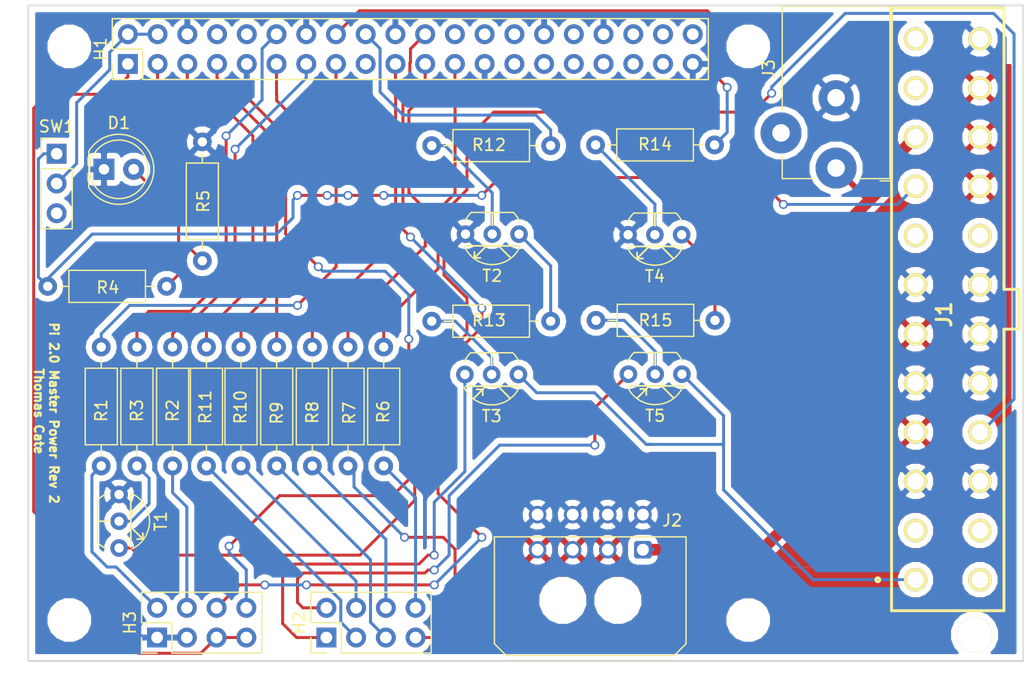
<source format=kicad_pcb>
(kicad_pcb (version 20171130) (host pcbnew "(5.0.0)")

  (general
    (thickness 1.6)
    (drawings 6)
    (tracks 360)
    (zones 0)
    (modules 32)
    (nets 64)
  )

  (page A4)
  (title_block
    (title "PI Cluster Master Board")
    (date 2018-10-18)
    (rev "rev 2.1")
    (comment 2 creativecommons.org/license/by/4.0)
    (comment 3 "License: CC BY 4.0")
    (comment 4 "Author: Thomas Cate")
  )

  (layers
    (0 F.Cu signal)
    (31 B.Cu signal)
    (32 B.Adhes user)
    (33 F.Adhes user hide)
    (34 B.Paste user)
    (35 F.Paste user)
    (36 B.SilkS user)
    (37 F.SilkS user)
    (38 B.Mask user)
    (39 F.Mask user)
    (40 Dwgs.User user)
    (41 Cmts.User user)
    (42 Eco1.User user)
    (43 Eco2.User user)
    (44 Edge.Cuts user)
    (45 Margin user)
    (46 B.CrtYd user)
    (47 F.CrtYd user)
    (48 B.Fab user)
    (49 F.Fab user)
  )

  (setup
    (last_trace_width 0.254)
    (trace_clearance 0.254)
    (zone_clearance 0.508)
    (zone_45_only no)
    (trace_min 0.1524)
    (segment_width 0.2)
    (edge_width 0.15)
    (via_size 0.762)
    (via_drill 0.508)
    (via_min_size 0.6858)
    (via_min_drill 0.3302)
    (uvia_size 0.762)
    (uvia_drill 0.508)
    (uvias_allowed no)
    (uvia_min_size 0.2)
    (uvia_min_drill 0.1)
    (pcb_text_width 0.3)
    (pcb_text_size 1.5 1.5)
    (mod_edge_width 0.15)
    (mod_text_size 1 1)
    (mod_text_width 0.15)
    (pad_size 2.7 3.7)
    (pad_drill 1.8)
    (pad_to_mask_clearance 0.2)
    (aux_axis_origin 0 0)
    (visible_elements 7FFFFFFF)
    (pcbplotparams
      (layerselection 0x010fc_ffffffff)
      (usegerberextensions false)
      (usegerberattributes false)
      (usegerberadvancedattributes false)
      (creategerberjobfile false)
      (excludeedgelayer true)
      (linewidth 0.100000)
      (plotframeref false)
      (viasonmask false)
      (mode 1)
      (useauxorigin false)
      (hpglpennumber 1)
      (hpglpenspeed 20)
      (hpglpendiameter 15.000000)
      (psnegative false)
      (psa4output false)
      (plotreference true)
      (plotvalue true)
      (plotinvisibletext false)
      (padsonsilk false)
      (subtractmaskfromsilk false)
      (outputformat 1)
      (mirror false)
      (drillshape 1)
      (scaleselection 1)
      (outputdirectory ""))
  )

  (net 0 "")
  (net 1 GND)
  (net 2 "Net-(D1-Pad2)")
  (net 3 /PI_3.3V)
  (net 4 /PI_5V)
  (net 5 /STACK_6)
  (net 6 /STACK_5)
  (net 7 /STACK_4)
  (net 8 "Net-(H1-Pad8)")
  (net 9 "Net-(H1-Pad10)")
  (net 10 /PWR_SW)
  (net 11 /PWR_ON)
  (net 12 /PWR_LED)
  (net 13 /ACT_LED)
  (net 14 /BCAST)
  (net 15 "Net-(H1-Pad17)")
  (net 16 /CLOCK)
  (net 17 /STACK_3)
  (net 18 /STACK_2)
  (net 19 /RESET_SW)
  (net 20 /STACK_1)
  (net 21 "Net-(H1-Pad24)")
  (net 22 "Net-(H1-Pad26)")
  (net 23 "Net-(H1-Pad27)")
  (net 24 "Net-(H1-Pad28)")
  (net 25 "Net-(H1-Pad29)")
  (net 26 "Net-(H1-Pad31)")
  (net 27 "Net-(H1-Pad32)")
  (net 28 "Net-(H1-Pad33)")
  (net 29 "Net-(H1-Pad35)")
  (net 30 "Net-(H1-Pad36)")
  (net 31 "Net-(H1-Pad37)")
  (net 32 "Net-(H1-Pad38)")
  (net 33 "Net-(H1-Pad40)")
  (net 34 "Net-(H2-Pad1)")
  (net 35 "Net-(H2-Pad2)")
  (net 36 "Net-(H2-Pad3)")
  (net 37 "Net-(H2-Pad4)")
  (net 38 "Net-(H2-Pad5)")
  (net 39 "Net-(H2-Pad6)")
  (net 40 "Net-(H2-Pad7)")
  (net 41 "Net-(H2-Pad8)")
  (net 42 "Net-(H3-Pad4)")
  (net 43 "Net-(H3-Pad2)")
  (net 44 /ATX_3.3V)
  (net 45 "Net-(J1-Pad2)")
  (net 46 /5V)
  (net 47 "Net-(J1-Pad8)")
  (net 48 /5V_STB)
  (net 49 /12V)
  (net 50 "Net-(J1-Pad11)")
  (net 51 "Net-(J1-Pad12)")
  (net 52 "Net-(J1-Pad13)")
  (net 53 "Net-(J1-Pad14)")
  (net 54 /PS_ON)
  (net 55 "Net-(J1-Pad20)")
  (net 56 "Net-(R3-Pad1)")
  (net 57 "Net-(R12-Pad1)")
  (net 58 "Net-(R13-Pad1)")
  (net 59 "Net-(R13-Pad2)")
  (net 60 "Net-(R15-Pad1)")
  (net 61 "Net-(SW1-Pad3)")
  (net 62 "Net-(R14-Pad1)")
  (net 63 "Net-(R15-Pad2)")

  (net_class Default "This is the default net class."
    (clearance 0.254)
    (trace_width 0.254)
    (via_dia 0.762)
    (via_drill 0.508)
    (uvia_dia 0.762)
    (uvia_drill 0.508)
    (add_net /12V)
    (add_net /5V)
    (add_net /5V_STB)
    (add_net /ACT_LED)
    (add_net /ATX_3.3V)
    (add_net /BCAST)
    (add_net /CLOCK)
    (add_net /PI_3.3V)
    (add_net /PI_5V)
    (add_net /PS_ON)
    (add_net /PWR_LED)
    (add_net /PWR_ON)
    (add_net /PWR_SW)
    (add_net /RESET_SW)
    (add_net /STACK_1)
    (add_net /STACK_2)
    (add_net /STACK_3)
    (add_net /STACK_4)
    (add_net /STACK_5)
    (add_net /STACK_6)
    (add_net GND)
    (add_net "Net-(D1-Pad2)")
    (add_net "Net-(H1-Pad10)")
    (add_net "Net-(H1-Pad17)")
    (add_net "Net-(H1-Pad24)")
    (add_net "Net-(H1-Pad26)")
    (add_net "Net-(H1-Pad27)")
    (add_net "Net-(H1-Pad28)")
    (add_net "Net-(H1-Pad29)")
    (add_net "Net-(H1-Pad31)")
    (add_net "Net-(H1-Pad32)")
    (add_net "Net-(H1-Pad33)")
    (add_net "Net-(H1-Pad35)")
    (add_net "Net-(H1-Pad36)")
    (add_net "Net-(H1-Pad37)")
    (add_net "Net-(H1-Pad38)")
    (add_net "Net-(H1-Pad40)")
    (add_net "Net-(H1-Pad8)")
    (add_net "Net-(H2-Pad1)")
    (add_net "Net-(H2-Pad2)")
    (add_net "Net-(H2-Pad3)")
    (add_net "Net-(H2-Pad4)")
    (add_net "Net-(H2-Pad5)")
    (add_net "Net-(H2-Pad6)")
    (add_net "Net-(H2-Pad7)")
    (add_net "Net-(H2-Pad8)")
    (add_net "Net-(H3-Pad2)")
    (add_net "Net-(H3-Pad4)")
    (add_net "Net-(J1-Pad11)")
    (add_net "Net-(J1-Pad12)")
    (add_net "Net-(J1-Pad13)")
    (add_net "Net-(J1-Pad14)")
    (add_net "Net-(J1-Pad2)")
    (add_net "Net-(J1-Pad20)")
    (add_net "Net-(J1-Pad8)")
    (add_net "Net-(R12-Pad1)")
    (add_net "Net-(R13-Pad1)")
    (add_net "Net-(R13-Pad2)")
    (add_net "Net-(R14-Pad1)")
    (add_net "Net-(R15-Pad1)")
    (add_net "Net-(R15-Pad2)")
    (add_net "Net-(R3-Pad1)")
    (add_net "Net-(SW1-Pad3)")
  )

  (module MountingHole:MountingHole_2.7mm (layer F.Cu) (tedit 5BCA1A71) (tstamp 5BCF9D3A)
    (at 101.5 82.5)
    (descr "Mounting Hole 2.7mm, no annular")
    (tags "mounting hole 2.7mm no annular")
    (attr virtual)
    (fp_text reference "" (at 0 -3.7) (layer F.SilkS)
      (effects (font (size 1 1) (thickness 0.15)))
    )
    (fp_text value "" (at 0 3.7) (layer F.Fab)
      (effects (font (size 1 1) (thickness 0.15)))
    )
    (fp_text user %R (at 0.3 0) (layer F.Fab)
      (effects (font (size 1 1) (thickness 0.15)))
    )
    (fp_circle (center 0 0) (end 2.7 0) (layer Cmts.User) (width 0.15))
    (fp_circle (center 0 0) (end 2.95 0) (layer F.CrtYd) (width 0.05))
    (pad 1 np_thru_hole circle (at 0 0) (size 2.7 2.7) (drill 2.7) (layers *.Cu *.Mask))
  )

  (module MountingHole:MountingHole_2.7mm (layer F.Cu) (tedit 5BCA1A71) (tstamp 5BCF9D3A)
    (at 43.5 82.5)
    (descr "Mounting Hole 2.7mm, no annular")
    (tags "mounting hole 2.7mm no annular")
    (attr virtual)
    (fp_text reference "" (at 0 -3.7) (layer F.SilkS)
      (effects (font (size 1 1) (thickness 0.15)))
    )
    (fp_text value "" (at 0 3.7) (layer F.Fab)
      (effects (font (size 1 1) (thickness 0.15)))
    )
    (fp_text user %R (at 0.3 0) (layer F.Fab)
      (effects (font (size 1 1) (thickness 0.15)))
    )
    (fp_circle (center 0 0) (end 2.7 0) (layer Cmts.User) (width 0.15))
    (fp_circle (center 0 0) (end 2.95 0) (layer F.CrtYd) (width 0.05))
    (pad 1 np_thru_hole circle (at 0 0) (size 2.7 2.7) (drill 2.7) (layers *.Cu *.Mask))
  )

  (module MountingHole:MountingHole_2.7mm (layer F.Cu) (tedit 5BCA1A71) (tstamp 5BCF9D3A)
    (at 101.5 33.5)
    (descr "Mounting Hole 2.7mm, no annular")
    (tags "mounting hole 2.7mm no annular")
    (attr virtual)
    (fp_text reference "" (at 0 -3.7) (layer F.SilkS)
      (effects (font (size 1 1) (thickness 0.15)))
    )
    (fp_text value "" (at 0 3.7) (layer F.Fab)
      (effects (font (size 1 1) (thickness 0.15)))
    )
    (fp_text user %R (at 0.3 0) (layer F.Fab)
      (effects (font (size 1 1) (thickness 0.15)))
    )
    (fp_circle (center 0 0) (end 2.7 0) (layer Cmts.User) (width 0.15))
    (fp_circle (center 0 0) (end 2.95 0) (layer F.CrtYd) (width 0.05))
    (pad 1 np_thru_hole circle (at 0 0) (size 2.7 2.7) (drill 2.7) (layers *.Cu *.Mask))
  )

  (module Resistor_THT:R_Axial_DIN0207_L6.3mm_D2.5mm_P10.16mm_Horizontal (layer F.Cu) (tedit 5BCA0918) (tstamp 5BEDDBD2)
    (at 74.46 56.976)
    (descr "Resistor, Axial_DIN0207 series, Axial, Horizontal, pin pitch=10.16mm, 0.25W = 1/4W, length*diameter=6.3*2.5mm^2, http://cdn-reichelt.de/documents/datenblatt/B400/1_4W%23YAG.pdf")
    (tags "Resistor Axial_DIN0207 series Axial Horizontal pin pitch 10.16mm 0.25W = 1/4W length 6.3mm diameter 2.5mm")
    (path /5BD57956)
    (fp_text reference R13 (at 4.892 -0.072) (layer F.SilkS)
      (effects (font (size 1 1) (thickness 0.15)))
    )
    (fp_text value 270 (at 5.0698 -1.977) (layer F.Fab)
      (effects (font (size 1 1) (thickness 0.15)))
    )
    (fp_line (start 1.93 -1.25) (end 1.93 1.25) (layer F.Fab) (width 0.1))
    (fp_line (start 1.93 1.25) (end 8.23 1.25) (layer F.Fab) (width 0.1))
    (fp_line (start 8.23 1.25) (end 8.23 -1.25) (layer F.Fab) (width 0.1))
    (fp_line (start 8.23 -1.25) (end 1.93 -1.25) (layer F.Fab) (width 0.1))
    (fp_line (start 0 0) (end 1.93 0) (layer F.Fab) (width 0.1))
    (fp_line (start 10.16 0) (end 8.23 0) (layer F.Fab) (width 0.1))
    (fp_line (start 1.81 -1.37) (end 1.81 1.37) (layer F.SilkS) (width 0.12))
    (fp_line (start 1.81 1.37) (end 8.35 1.37) (layer F.SilkS) (width 0.12))
    (fp_line (start 8.35 1.37) (end 8.35 -1.37) (layer F.SilkS) (width 0.12))
    (fp_line (start 8.35 -1.37) (end 1.81 -1.37) (layer F.SilkS) (width 0.12))
    (fp_line (start 1.04 0) (end 1.81 0) (layer F.SilkS) (width 0.12))
    (fp_line (start 9.12 0) (end 8.35 0) (layer F.SilkS) (width 0.12))
    (fp_line (start -1.05 -1.5) (end -1.05 1.5) (layer F.CrtYd) (width 0.05))
    (fp_line (start -1.05 1.5) (end 11.21 1.5) (layer F.CrtYd) (width 0.05))
    (fp_line (start 11.21 1.5) (end 11.21 -1.5) (layer F.CrtYd) (width 0.05))
    (fp_line (start 11.21 -1.5) (end -1.05 -1.5) (layer F.CrtYd) (width 0.05))
    (fp_text user "" (at 5.08 0) (layer F.Fab)
      (effects (font (size 1 1) (thickness 0.15)))
    )
    (pad 1 thru_hole circle (at 0 0) (size 1.6 1.6) (drill 0.8) (layers *.Cu *.Mask)
      (net 58 "Net-(R13-Pad1)"))
    (pad 2 thru_hole oval (at 10.16 0) (size 1.6 1.6) (drill 0.8) (layers *.Cu *.Mask)
      (net 59 "Net-(R13-Pad2)"))
    (model ${KISYS3DMOD}/Resistor_THT.3dshapes/R_Axial_DIN0207_L6.3mm_D2.5mm_P10.16mm_Horizontal.wrl
      (at (xyz 0 0 0))
      (scale (xyz 1 1 1))
      (rotate (xyz 0 0 0))
    )
  )

  (module LED_THT:LED_D5.0mm (layer F.Cu) (tedit 5BCA08F3) (tstamp 5BEDD9BC)
    (at 46.46 44)
    (descr "LED, diameter 5.0mm, 2 pins, http://cdn-reichelt.de/documents/datenblatt/A500/LL-504BC2E-009.pdf")
    (tags "LED diameter 5.0mm 2 pins")
    (path /5BC9C422)
    (fp_text reference D1 (at 1.27 -3.96) (layer F.SilkS)
      (effects (font (size 1 1) (thickness 0.15)))
    )
    (fp_text value LED (at 1.27 3.96) (layer F.Fab)
      (effects (font (size 1 1) (thickness 0.15)))
    )
    (fp_arc (start 1.27 0) (end -1.23 -1.469694) (angle 299.1) (layer F.Fab) (width 0.1))
    (fp_arc (start 1.27 0) (end -1.29 -1.54483) (angle 148.9) (layer F.SilkS) (width 0.12))
    (fp_arc (start 1.27 0) (end -1.29 1.54483) (angle -148.9) (layer F.SilkS) (width 0.12))
    (fp_circle (center 1.27 0) (end 3.77 0) (layer F.Fab) (width 0.1))
    (fp_circle (center 1.27 0) (end 3.77 0) (layer F.SilkS) (width 0.12))
    (fp_line (start -1.23 -1.469694) (end -1.23 1.469694) (layer F.Fab) (width 0.1))
    (fp_line (start -1.29 -1.545) (end -1.29 1.545) (layer F.SilkS) (width 0.12))
    (fp_line (start -1.95 -3.25) (end -1.95 3.25) (layer F.CrtYd) (width 0.05))
    (fp_line (start -1.95 3.25) (end 4.5 3.25) (layer F.CrtYd) (width 0.05))
    (fp_line (start 4.5 3.25) (end 4.5 -3.25) (layer F.CrtYd) (width 0.05))
    (fp_line (start 4.5 -3.25) (end -1.95 -3.25) (layer F.CrtYd) (width 0.05))
    (fp_text user %R (at 1.25 0) (layer F.Fab)
      (effects (font (size 0.8 0.8) (thickness 0.2)))
    )
    (pad 1 thru_hole rect (at 0 0) (size 1.8 1.8) (drill 0.9) (layers *.Cu *.Mask)
      (net 1 GND))
    (pad 2 thru_hole circle (at 2.54 0) (size 1.8 1.8) (drill 0.9) (layers *.Cu *.Mask)
      (net 2 "Net-(D1-Pad2)"))
    (model ${KISYS3DMOD}/LED_THT.3dshapes/LED_D5.0mm.wrl
      (at (xyz 0 0 0))
      (scale (xyz 1 1 1))
      (rotate (xyz 0 0 0))
    )
  )

  (module Connector_PinHeader_2.54mm:PinHeader_2x20_P2.54mm_Vertical (layer F.Cu) (tedit 5BCA0907) (tstamp 5BEDD9FA)
    (at 48.5 35 90)
    (descr "Through hole straight pin header, 2x20, 2.54mm pitch, double rows")
    (tags "Through hole pin header THT 2x20 2.54mm double row")
    (path /5BC9262E)
    (fp_text reference H1 (at 1.27 -2.33 90) (layer F.SilkS)
      (effects (font (size 1 1) (thickness 0.15)))
    )
    (fp_text value "Raspberry_Pi 2X20 2.54mm header" (at -2.8206 31.2052 180) (layer F.Fab)
      (effects (font (size 1 1) (thickness 0.15)))
    )
    (fp_line (start 0 -1.27) (end 3.81 -1.27) (layer F.Fab) (width 0.1))
    (fp_line (start 3.81 -1.27) (end 3.81 49.53) (layer F.Fab) (width 0.1))
    (fp_line (start 3.81 49.53) (end -1.27 49.53) (layer F.Fab) (width 0.1))
    (fp_line (start -1.27 49.53) (end -1.27 0) (layer F.Fab) (width 0.1))
    (fp_line (start -1.27 0) (end 0 -1.27) (layer F.Fab) (width 0.1))
    (fp_line (start -1.33 49.59) (end 3.87 49.59) (layer F.SilkS) (width 0.12))
    (fp_line (start -1.33 1.27) (end -1.33 49.59) (layer F.SilkS) (width 0.12))
    (fp_line (start 3.87 -1.33) (end 3.87 49.59) (layer F.SilkS) (width 0.12))
    (fp_line (start -1.33 1.27) (end 1.27 1.27) (layer F.SilkS) (width 0.12))
    (fp_line (start 1.27 1.27) (end 1.27 -1.33) (layer F.SilkS) (width 0.12))
    (fp_line (start 1.27 -1.33) (end 3.87 -1.33) (layer F.SilkS) (width 0.12))
    (fp_line (start -1.33 0) (end -1.33 -1.33) (layer F.SilkS) (width 0.12))
    (fp_line (start -1.33 -1.33) (end 0 -1.33) (layer F.SilkS) (width 0.12))
    (fp_line (start -1.8 -1.8) (end -1.8 50.05) (layer F.CrtYd) (width 0.05))
    (fp_line (start -1.8 50.05) (end 4.35 50.05) (layer F.CrtYd) (width 0.05))
    (fp_line (start 4.35 50.05) (end 4.35 -1.8) (layer F.CrtYd) (width 0.05))
    (fp_line (start 4.35 -1.8) (end -1.8 -1.8) (layer F.CrtYd) (width 0.05))
    (fp_text user %R (at 1.27 24.13 180) (layer F.Fab)
      (effects (font (size 1 1) (thickness 0.15)))
    )
    (pad 1 thru_hole rect (at 0 0 90) (size 1.7 1.7) (drill 1) (layers *.Cu *.Mask)
      (net 3 /PI_3.3V))
    (pad 2 thru_hole oval (at 2.54 0 90) (size 1.7 1.7) (drill 1) (layers *.Cu *.Mask)
      (net 4 /PI_5V))
    (pad 3 thru_hole oval (at 0 2.54 90) (size 1.7 1.7) (drill 1) (layers *.Cu *.Mask)
      (net 5 /STACK_6))
    (pad 4 thru_hole oval (at 2.54 2.54 90) (size 1.7 1.7) (drill 1) (layers *.Cu *.Mask)
      (net 4 /PI_5V))
    (pad 5 thru_hole oval (at 0 5.08 90) (size 1.7 1.7) (drill 1) (layers *.Cu *.Mask)
      (net 6 /STACK_5))
    (pad 6 thru_hole oval (at 2.54 5.08 90) (size 1.7 1.7) (drill 1) (layers *.Cu *.Mask)
      (net 1 GND))
    (pad 7 thru_hole oval (at 0 7.62 90) (size 1.7 1.7) (drill 1) (layers *.Cu *.Mask)
      (net 7 /STACK_4))
    (pad 8 thru_hole oval (at 2.54 7.62 90) (size 1.7 1.7) (drill 1) (layers *.Cu *.Mask)
      (net 8 "Net-(H1-Pad8)"))
    (pad 9 thru_hole oval (at 0 10.16 90) (size 1.7 1.7) (drill 1) (layers *.Cu *.Mask)
      (net 1 GND))
    (pad 10 thru_hole oval (at 2.54 10.16 90) (size 1.7 1.7) (drill 1) (layers *.Cu *.Mask)
      (net 9 "Net-(H1-Pad10)"))
    (pad 11 thru_hole oval (at 0 12.7 90) (size 1.7 1.7) (drill 1) (layers *.Cu *.Mask)
      (net 10 /PWR_SW))
    (pad 12 thru_hole oval (at 2.54 12.7 90) (size 1.7 1.7) (drill 1) (layers *.Cu *.Mask)
      (net 11 /PWR_ON))
    (pad 13 thru_hole oval (at 0 15.24 90) (size 1.7 1.7) (drill 1) (layers *.Cu *.Mask)
      (net 12 /PWR_LED))
    (pad 14 thru_hole oval (at 2.54 15.24 90) (size 1.7 1.7) (drill 1) (layers *.Cu *.Mask)
      (net 1 GND))
    (pad 15 thru_hole oval (at 0 17.78 90) (size 1.7 1.7) (drill 1) (layers *.Cu *.Mask)
      (net 13 /ACT_LED))
    (pad 16 thru_hole oval (at 2.54 17.78 90) (size 1.7 1.7) (drill 1) (layers *.Cu *.Mask)
      (net 14 /BCAST))
    (pad 17 thru_hole oval (at 0 20.32 90) (size 1.7 1.7) (drill 1) (layers *.Cu *.Mask)
      (net 15 "Net-(H1-Pad17)"))
    (pad 18 thru_hole oval (at 2.54 20.32 90) (size 1.7 1.7) (drill 1) (layers *.Cu *.Mask)
      (net 16 /CLOCK))
    (pad 19 thru_hole oval (at 0 22.86 90) (size 1.7 1.7) (drill 1) (layers *.Cu *.Mask)
      (net 17 /STACK_3))
    (pad 20 thru_hole oval (at 2.54 22.86 90) (size 1.7 1.7) (drill 1) (layers *.Cu *.Mask)
      (net 1 GND))
    (pad 21 thru_hole oval (at 0 25.4 90) (size 1.7 1.7) (drill 1) (layers *.Cu *.Mask)
      (net 18 /STACK_2))
    (pad 22 thru_hole oval (at 2.54 25.4 90) (size 1.7 1.7) (drill 1) (layers *.Cu *.Mask)
      (net 19 /RESET_SW))
    (pad 23 thru_hole oval (at 0 27.94 90) (size 1.7 1.7) (drill 1) (layers *.Cu *.Mask)
      (net 20 /STACK_1))
    (pad 24 thru_hole oval (at 2.54 27.94 90) (size 1.7 1.7) (drill 1) (layers *.Cu *.Mask)
      (net 21 "Net-(H1-Pad24)"))
    (pad 25 thru_hole oval (at 0 30.48 90) (size 1.7 1.7) (drill 1) (layers *.Cu *.Mask)
      (net 1 GND))
    (pad 26 thru_hole oval (at 2.54 30.48 90) (size 1.7 1.7) (drill 1) (layers *.Cu *.Mask)
      (net 22 "Net-(H1-Pad26)"))
    (pad 27 thru_hole oval (at 0 33.02 90) (size 1.7 1.7) (drill 1) (layers *.Cu *.Mask)
      (net 23 "Net-(H1-Pad27)"))
    (pad 28 thru_hole oval (at 2.54 33.02 90) (size 1.7 1.7) (drill 1) (layers *.Cu *.Mask)
      (net 24 "Net-(H1-Pad28)"))
    (pad 29 thru_hole oval (at 0 35.56 90) (size 1.7 1.7) (drill 1) (layers *.Cu *.Mask)
      (net 25 "Net-(H1-Pad29)"))
    (pad 30 thru_hole oval (at 2.54 35.56 90) (size 1.7 1.7) (drill 1) (layers *.Cu *.Mask)
      (net 1 GND))
    (pad 31 thru_hole oval (at 0 38.1 90) (size 1.7 1.7) (drill 1) (layers *.Cu *.Mask)
      (net 26 "Net-(H1-Pad31)"))
    (pad 32 thru_hole oval (at 2.54 38.1 90) (size 1.7 1.7) (drill 1) (layers *.Cu *.Mask)
      (net 27 "Net-(H1-Pad32)"))
    (pad 33 thru_hole oval (at 0 40.64 90) (size 1.7 1.7) (drill 1) (layers *.Cu *.Mask)
      (net 28 "Net-(H1-Pad33)"))
    (pad 34 thru_hole oval (at 2.54 40.64 90) (size 1.7 1.7) (drill 1) (layers *.Cu *.Mask)
      (net 1 GND))
    (pad 35 thru_hole oval (at 0 43.18 90) (size 1.7 1.7) (drill 1) (layers *.Cu *.Mask)
      (net 29 "Net-(H1-Pad35)"))
    (pad 36 thru_hole oval (at 2.54 43.18 90) (size 1.7 1.7) (drill 1) (layers *.Cu *.Mask)
      (net 30 "Net-(H1-Pad36)"))
    (pad 37 thru_hole oval (at 0 45.72 90) (size 1.7 1.7) (drill 1) (layers *.Cu *.Mask)
      (net 31 "Net-(H1-Pad37)"))
    (pad 38 thru_hole oval (at 2.54 45.72 90) (size 1.7 1.7) (drill 1) (layers *.Cu *.Mask)
      (net 32 "Net-(H1-Pad38)"))
    (pad 39 thru_hole oval (at 0 48.26 90) (size 1.7 1.7) (drill 1) (layers *.Cu *.Mask)
      (net 1 GND))
    (pad 40 thru_hole oval (at 2.54 48.26 90) (size 1.7 1.7) (drill 1) (layers *.Cu *.Mask)
      (net 33 "Net-(H1-Pad40)"))
    (model ${KISYS3DMOD}/Connector_PinHeader_2.54mm.3dshapes/PinHeader_2x20_P2.54mm_Vertical.wrl
      (at (xyz 0 0 0))
      (scale (xyz 1 1 1))
      (rotate (xyz 0 0 0))
    )
  )

  (module Connector_PinHeader_2.54mm:PinHeader_2x04_P2.54mm_Vertical (layer F.Cu) (tedit 5BCA0957) (tstamp 5BEDDA18)
    (at 65.46 84 90)
    (descr "Through hole straight pin header, 2x04, 2.54mm pitch, double rows")
    (tags "Through hole pin header THT 2x04 2.54mm double row")
    (path /5BDE5321)
    (fp_text reference H2 (at 1.27 -2.33 90) (layer F.SilkS)
      (effects (font (size 1 1) (thickness 0.15)))
    )
    (fp_text value "2X4 2.54mm header" (at -2.8934 6.168 180) (layer F.Fab)
      (effects (font (size 1 1) (thickness 0.15)))
    )
    (fp_line (start 0 -1.27) (end 3.81 -1.27) (layer F.Fab) (width 0.1))
    (fp_line (start 3.81 -1.27) (end 3.81 8.89) (layer F.Fab) (width 0.1))
    (fp_line (start 3.81 8.89) (end -1.27 8.89) (layer F.Fab) (width 0.1))
    (fp_line (start -1.27 8.89) (end -1.27 0) (layer F.Fab) (width 0.1))
    (fp_line (start -1.27 0) (end 0 -1.27) (layer F.Fab) (width 0.1))
    (fp_line (start -1.33 8.95) (end 3.87 8.95) (layer F.SilkS) (width 0.12))
    (fp_line (start -1.33 1.27) (end -1.33 8.95) (layer F.SilkS) (width 0.12))
    (fp_line (start 3.87 -1.33) (end 3.87 8.95) (layer F.SilkS) (width 0.12))
    (fp_line (start -1.33 1.27) (end 1.27 1.27) (layer F.SilkS) (width 0.12))
    (fp_line (start 1.27 1.27) (end 1.27 -1.33) (layer F.SilkS) (width 0.12))
    (fp_line (start 1.27 -1.33) (end 3.87 -1.33) (layer F.SilkS) (width 0.12))
    (fp_line (start -1.33 0) (end -1.33 -1.33) (layer F.SilkS) (width 0.12))
    (fp_line (start -1.33 -1.33) (end 0 -1.33) (layer F.SilkS) (width 0.12))
    (fp_line (start -1.8 -1.8) (end -1.8 9.4) (layer F.CrtYd) (width 0.05))
    (fp_line (start -1.8 9.4) (end 4.35 9.4) (layer F.CrtYd) (width 0.05))
    (fp_line (start 4.35 9.4) (end 4.35 -1.8) (layer F.CrtYd) (width 0.05))
    (fp_line (start 4.35 -1.8) (end -1.8 -1.8) (layer F.CrtYd) (width 0.05))
    (fp_text user %R (at 1.27 3.81 180) (layer F.Fab)
      (effects (font (size 1 1) (thickness 0.15)))
    )
    (pad 1 thru_hole rect (at 0 0 90) (size 1.7 1.7) (drill 1) (layers *.Cu *.Mask)
      (net 34 "Net-(H2-Pad1)"))
    (pad 2 thru_hole oval (at 2.54 0 90) (size 1.7 1.7) (drill 1) (layers *.Cu *.Mask)
      (net 35 "Net-(H2-Pad2)"))
    (pad 3 thru_hole oval (at 0 2.54 90) (size 1.7 1.7) (drill 1) (layers *.Cu *.Mask)
      (net 36 "Net-(H2-Pad3)"))
    (pad 4 thru_hole oval (at 2.54 2.54 90) (size 1.7 1.7) (drill 1) (layers *.Cu *.Mask)
      (net 37 "Net-(H2-Pad4)"))
    (pad 5 thru_hole oval (at 0 5.08 90) (size 1.7 1.7) (drill 1) (layers *.Cu *.Mask)
      (net 38 "Net-(H2-Pad5)"))
    (pad 6 thru_hole oval (at 2.54 5.08 90) (size 1.7 1.7) (drill 1) (layers *.Cu *.Mask)
      (net 39 "Net-(H2-Pad6)"))
    (pad 7 thru_hole oval (at 0 7.62 90) (size 1.7 1.7) (drill 1) (layers *.Cu *.Mask)
      (net 40 "Net-(H2-Pad7)"))
    (pad 8 thru_hole oval (at 2.54 7.62 90) (size 1.7 1.7) (drill 1) (layers *.Cu *.Mask)
      (net 41 "Net-(H2-Pad8)"))
    (model ${KISYS3DMOD}/Connector_PinHeader_2.54mm.3dshapes/PinHeader_2x04_P2.54mm_Vertical.wrl
      (at (xyz 0 0 0))
      (scale (xyz 1 1 1))
      (rotate (xyz 0 0 0))
    )
  )

  (module Connector_PinHeader_2.54mm:PinHeader_2x04_P2.54mm_Vertical (layer F.Cu) (tedit 5BCA0952) (tstamp 5BEDDA36)
    (at 51 84 90)
    (descr "Through hole straight pin header, 2x04, 2.54mm pitch, double rows")
    (tags "Through hole pin header THT 2x04 2.54mm double row")
    (path /5BF38F65)
    (fp_text reference H3 (at 1.27 -2.33 90) (layer F.SilkS)
      (effects (font (size 1 1) (thickness 0.15)))
    )
    (fp_text value "2X4 2.54mm header" (at -2.741 3.0004 180) (layer F.Fab)
      (effects (font (size 1 1) (thickness 0.15)))
    )
    (fp_text user %R (at 1.27 3.81 180) (layer F.Fab)
      (effects (font (size 1 1) (thickness 0.15)))
    )
    (fp_line (start 4.35 -1.8) (end -1.8 -1.8) (layer F.CrtYd) (width 0.05))
    (fp_line (start 4.35 9.4) (end 4.35 -1.8) (layer F.CrtYd) (width 0.05))
    (fp_line (start -1.8 9.4) (end 4.35 9.4) (layer F.CrtYd) (width 0.05))
    (fp_line (start -1.8 -1.8) (end -1.8 9.4) (layer F.CrtYd) (width 0.05))
    (fp_line (start -1.33 -1.33) (end 0 -1.33) (layer F.SilkS) (width 0.12))
    (fp_line (start -1.33 0) (end -1.33 -1.33) (layer F.SilkS) (width 0.12))
    (fp_line (start 1.27 -1.33) (end 3.87 -1.33) (layer F.SilkS) (width 0.12))
    (fp_line (start 1.27 1.27) (end 1.27 -1.33) (layer F.SilkS) (width 0.12))
    (fp_line (start -1.33 1.27) (end 1.27 1.27) (layer F.SilkS) (width 0.12))
    (fp_line (start 3.87 -1.33) (end 3.87 8.95) (layer F.SilkS) (width 0.12))
    (fp_line (start -1.33 1.27) (end -1.33 8.95) (layer F.SilkS) (width 0.12))
    (fp_line (start -1.33 8.95) (end 3.87 8.95) (layer F.SilkS) (width 0.12))
    (fp_line (start -1.27 0) (end 0 -1.27) (layer F.Fab) (width 0.1))
    (fp_line (start -1.27 8.89) (end -1.27 0) (layer F.Fab) (width 0.1))
    (fp_line (start 3.81 8.89) (end -1.27 8.89) (layer F.Fab) (width 0.1))
    (fp_line (start 3.81 -1.27) (end 3.81 8.89) (layer F.Fab) (width 0.1))
    (fp_line (start 0 -1.27) (end 3.81 -1.27) (layer F.Fab) (width 0.1))
    (pad 8 thru_hole oval (at 2.54 7.62 90) (size 1.7 1.7) (drill 1) (layers *.Cu *.Mask)
      (net 10 /PWR_SW))
    (pad 7 thru_hole oval (at 0 7.62 90) (size 1.7 1.7) (drill 1) (layers *.Cu *.Mask)
      (net 3 /PI_3.3V))
    (pad 6 thru_hole oval (at 2.54 5.08 90) (size 1.7 1.7) (drill 1) (layers *.Cu *.Mask)
      (net 19 /RESET_SW))
    (pad 5 thru_hole oval (at 0 5.08 90) (size 1.7 1.7) (drill 1) (layers *.Cu *.Mask)
      (net 3 /PI_3.3V))
    (pad 4 thru_hole oval (at 2.54 2.54 90) (size 1.7 1.7) (drill 1) (layers *.Cu *.Mask)
      (net 42 "Net-(H3-Pad4)"))
    (pad 3 thru_hole oval (at 0 2.54 90) (size 1.7 1.7) (drill 1) (layers *.Cu *.Mask)
      (net 1 GND))
    (pad 2 thru_hole oval (at 2.54 0 90) (size 1.7 1.7) (drill 1) (layers *.Cu *.Mask)
      (net 43 "Net-(H3-Pad2)"))
    (pad 1 thru_hole rect (at 0 0 90) (size 1.7 1.7) (drill 1) (layers *.Cu *.Mask)
      (net 1 GND))
    (model ${KISYS3DMOD}/Connector_PinHeader_2.54mm.3dshapes/PinHeader_2x04_P2.54mm_Vertical.wrl
      (at (xyz 0 0 0))
      (scale (xyz 1 1 1))
      (rotate (xyz 0 0 0))
    )
  )

  (module conn-pwr_atx:Molex_Micro-Fit_3.0_43045-0800_2x04_P3.00mm_Horizontal (layer F.Cu) (tedit 5BCA0962) (tstamp 5BEDDAA7)
    (at 92.5 76.5 180)
    (descr "Molex Micro-Fit 3.0 Connector System, 43045-0800 (compatible alternatives: 43045-0801, 43045-0802), 4 Pins per row (https://www.molex.com/pdm_docs/sd/430450200_sd.pdf), generated with kicad-footprint-generator")
    (tags "connector Molex Micro-Fit_3.0 top entry")
    (path /5BCDBF54)
    (fp_text reference J2 (at -2.5 2.5 180) (layer F.SilkS)
      (effects (font (size 1 1) (thickness 0.15)))
    )
    (fp_text value "Molex 43025-0800" (at 4.5 5.7 180) (layer F.Fab)
      (effects (font (size 1 1) (thickness 0.15)))
    )
    (fp_line (start -3.575 0.99) (end -3.575 -7.92) (layer F.Fab) (width 0.1))
    (fp_line (start -3.575 -7.92) (end -2.575 -8.92) (layer F.Fab) (width 0.1))
    (fp_line (start -2.575 -8.92) (end 11.575 -8.92) (layer F.Fab) (width 0.1))
    (fp_line (start 11.575 -8.92) (end 12.575 -7.92) (layer F.Fab) (width 0.1))
    (fp_line (start 12.575 -7.92) (end 12.575 0.99) (layer F.Fab) (width 0.1))
    (fp_line (start 12.575 0.99) (end -3.575 0.99) (layer F.Fab) (width 0.1))
    (fp_line (start -0.75 0.99) (end 0 0) (layer F.Fab) (width 0.1))
    (fp_line (start 0 0) (end 0.75 0.99) (layer F.Fab) (width 0.1))
    (fp_line (start -3.685 1.1) (end -3.685 -8.03) (layer F.SilkS) (width 0.12))
    (fp_line (start -3.685 -8.03) (end -2.685 -9.03) (layer F.SilkS) (width 0.12))
    (fp_line (start -2.685 -9.03) (end 11.685 -9.03) (layer F.SilkS) (width 0.12))
    (fp_line (start 11.685 -9.03) (end 12.685 -8.03) (layer F.SilkS) (width 0.12))
    (fp_line (start 12.685 -8.03) (end 12.685 1.1) (layer F.SilkS) (width 0.12))
    (fp_line (start 12.685 1.1) (end -3.685 1.1) (layer F.SilkS) (width 0.12))
    (fp_line (start -4.08 1.49) (end -4.08 -9.42) (layer F.CrtYd) (width 0.05))
    (fp_line (start -4.08 -9.42) (end 13.08 -9.42) (layer F.CrtYd) (width 0.05))
    (fp_line (start 13.08 -9.42) (end 13.08 1.49) (layer F.CrtYd) (width 0.05))
    (fp_line (start 13.08 1.49) (end 10.25 1.49) (layer F.CrtYd) (width 0.05))
    (fp_line (start 10.25 1.49) (end 10.25 4.25) (layer F.CrtYd) (width 0.05))
    (fp_line (start 10.25 4.25) (end -1.25 4.25) (layer F.CrtYd) (width 0.05))
    (fp_line (start -1.25 4.25) (end -1.25 1.49) (layer F.CrtYd) (width 0.05))
    (fp_line (start -1.25 1.49) (end -4.08 1.49) (layer F.CrtYd) (width 0.05))
    (fp_text user %R (at 4.5 -8.22 180) (layer F.Fab)
      (effects (font (size 1 1) (thickness 0.15)))
    )
    (pad "" np_thru_hole circle (at 2.14 -4.32 180) (size 3 3) (drill 3) (layers *.Cu *.Mask))
    (pad "" np_thru_hole circle (at 6.84 -4.32 180) (size 3 3) (drill 3) (layers *.Cu *.Mask))
    (pad 1 thru_hole roundrect (at 0 0 180) (size 1.5 1.5) (drill 1.02) (layers *.Cu *.Mask) (roundrect_rratio 0.166667)
      (net 49 /12V))
    (pad 2 thru_hole circle (at 3 0 180) (size 1.5 1.5) (drill 1.02) (layers *.Cu *.Mask)
      (net 46 /5V))
    (pad 3 thru_hole circle (at 6 0 180) (size 1.5 1.5) (drill 1.02) (layers *.Cu *.Mask)
      (net 46 /5V))
    (pad 4 thru_hole circle (at 9 0 180) (size 1.5 1.5) (drill 1.02) (layers *.Cu *.Mask)
      (net 46 /5V))
    (pad 5 thru_hole circle (at 0 3 180) (size 1.5 1.5) (drill 1.02) (layers *.Cu *.Mask)
      (net 1 GND))
    (pad 6 thru_hole circle (at 3 3 180) (size 1.5 1.5) (drill 1.02) (layers *.Cu *.Mask)
      (net 1 GND))
    (pad 7 thru_hole circle (at 6 3 180) (size 1.5 1.5) (drill 1.02) (layers *.Cu *.Mask)
      (net 1 GND))
    (pad 8 thru_hole circle (at 9 3 180) (size 1.5 1.5) (drill 1.02) (layers *.Cu *.Mask)
      (net 1 GND))
    (model ${KISYS3DMOD}/Connector_Molex.3dshapes/Molex_Micro-Fit_3.0_43045-0800_2x04_P3.00mm_Horizontal.wrl
      (at (xyz 0 0 0))
      (scale (xyz 1 1 1))
      (rotate (xyz 0 0 0))
    )
  )

  (module Resistor_THT:R_Axial_DIN0207_L6.3mm_D2.5mm_P10.16mm_Horizontal (layer F.Cu) (tedit 5BCA08E9) (tstamp 5BEDDABE)
    (at 46.228 69.342 90)
    (descr "Resistor, Axial_DIN0207 series, Axial, Horizontal, pin pitch=10.16mm, 0.25W = 1/4W, length*diameter=6.3*2.5mm^2, http://cdn-reichelt.de/documents/datenblatt/B400/1_4W%23YAG.pdf")
    (tags "Resistor Axial_DIN0207 series Axial Horizontal pin pitch 10.16mm 0.25W = 1/4W length 6.3mm diameter 2.5mm")
    (path /5BCDACE2)
    (fp_text reference R1 (at 4.73 0 90) (layer F.SilkS)
      (effects (font (size 1 1) (thickness 0.15)))
    )
    (fp_text value 330 (at 6.8326 0.6604 90) (layer F.Fab)
      (effects (font (size 1 1) (thickness 0.15)))
    )
    (fp_line (start 1.93 -1.25) (end 1.93 1.25) (layer F.Fab) (width 0.1))
    (fp_line (start 1.93 1.25) (end 8.23 1.25) (layer F.Fab) (width 0.1))
    (fp_line (start 8.23 1.25) (end 8.23 -1.25) (layer F.Fab) (width 0.1))
    (fp_line (start 8.23 -1.25) (end 1.93 -1.25) (layer F.Fab) (width 0.1))
    (fp_line (start 0 0) (end 1.93 0) (layer F.Fab) (width 0.1))
    (fp_line (start 10.16 0) (end 8.23 0) (layer F.Fab) (width 0.1))
    (fp_line (start 1.81 -1.37) (end 1.81 1.37) (layer F.SilkS) (width 0.12))
    (fp_line (start 1.81 1.37) (end 8.35 1.37) (layer F.SilkS) (width 0.12))
    (fp_line (start 8.35 1.37) (end 8.35 -1.37) (layer F.SilkS) (width 0.12))
    (fp_line (start 8.35 -1.37) (end 1.81 -1.37) (layer F.SilkS) (width 0.12))
    (fp_line (start 1.04 0) (end 1.81 0) (layer F.SilkS) (width 0.12))
    (fp_line (start 9.12 0) (end 8.35 0) (layer F.SilkS) (width 0.12))
    (fp_line (start -1.05 -1.5) (end -1.05 1.5) (layer F.CrtYd) (width 0.05))
    (fp_line (start -1.05 1.5) (end 11.21 1.5) (layer F.CrtYd) (width 0.05))
    (fp_line (start 11.21 1.5) (end 11.21 -1.5) (layer F.CrtYd) (width 0.05))
    (fp_line (start 11.21 -1.5) (end -1.05 -1.5) (layer F.CrtYd) (width 0.05))
    (fp_text user "" (at 5.08 0 90) (layer F.Fab)
      (effects (font (size 1 1) (thickness 0.15)))
    )
    (pad 1 thru_hole circle (at 0 0 90) (size 1.6 1.6) (drill 0.8) (layers *.Cu *.Mask)
      (net 43 "Net-(H3-Pad2)"))
    (pad 2 thru_hole oval (at 10.16 0 90) (size 1.6 1.6) (drill 0.8) (layers *.Cu *.Mask)
      (net 13 /ACT_LED))
    (model ${KISYS3DMOD}/Resistor_THT.3dshapes/R_Axial_DIN0207_L6.3mm_D2.5mm_P10.16mm_Horizontal.wrl
      (at (xyz 0 0 0))
      (scale (xyz 1 1 1))
      (rotate (xyz 0 0 0))
    )
  )

  (module Resistor_THT:R_Axial_DIN0207_L6.3mm_D2.5mm_P10.16mm_Horizontal (layer F.Cu) (tedit 5BCA08E0) (tstamp 5BEDDAD5)
    (at 52.324 69.34254 90)
    (descr "Resistor, Axial_DIN0207 series, Axial, Horizontal, pin pitch=10.16mm, 0.25W = 1/4W, length*diameter=6.3*2.5mm^2, http://cdn-reichelt.de/documents/datenblatt/B400/1_4W%23YAG.pdf")
    (tags "Resistor Axial_DIN0207 series Axial Horizontal pin pitch 10.16mm 0.25W = 1/4W length 6.3mm diameter 2.5mm")
    (path /5BCD8939)
    (fp_text reference R2 (at 4.73 0 90) (layer F.SilkS)
      (effects (font (size 1 1) (thickness 0.15)))
    )
    (fp_text value 330 (at 6.78234 0.7112 90) (layer F.Fab)
      (effects (font (size 1 1) (thickness 0.15)))
    )
    (fp_text user "" (at 5.08 0 90) (layer F.Fab)
      (effects (font (size 1 1) (thickness 0.15)))
    )
    (fp_line (start 11.21 -1.5) (end -1.05 -1.5) (layer F.CrtYd) (width 0.05))
    (fp_line (start 11.21 1.5) (end 11.21 -1.5) (layer F.CrtYd) (width 0.05))
    (fp_line (start -1.05 1.5) (end 11.21 1.5) (layer F.CrtYd) (width 0.05))
    (fp_line (start -1.05 -1.5) (end -1.05 1.5) (layer F.CrtYd) (width 0.05))
    (fp_line (start 9.12 0) (end 8.35 0) (layer F.SilkS) (width 0.12))
    (fp_line (start 1.04 0) (end 1.81 0) (layer F.SilkS) (width 0.12))
    (fp_line (start 8.35 -1.37) (end 1.81 -1.37) (layer F.SilkS) (width 0.12))
    (fp_line (start 8.35 1.37) (end 8.35 -1.37) (layer F.SilkS) (width 0.12))
    (fp_line (start 1.81 1.37) (end 8.35 1.37) (layer F.SilkS) (width 0.12))
    (fp_line (start 1.81 -1.37) (end 1.81 1.37) (layer F.SilkS) (width 0.12))
    (fp_line (start 10.16 0) (end 8.23 0) (layer F.Fab) (width 0.1))
    (fp_line (start 0 0) (end 1.93 0) (layer F.Fab) (width 0.1))
    (fp_line (start 8.23 -1.25) (end 1.93 -1.25) (layer F.Fab) (width 0.1))
    (fp_line (start 8.23 1.25) (end 8.23 -1.25) (layer F.Fab) (width 0.1))
    (fp_line (start 1.93 1.25) (end 8.23 1.25) (layer F.Fab) (width 0.1))
    (fp_line (start 1.93 -1.25) (end 1.93 1.25) (layer F.Fab) (width 0.1))
    (pad 2 thru_hole oval (at 10.16 0 90) (size 1.6 1.6) (drill 0.8) (layers *.Cu *.Mask)
      (net 12 /PWR_LED))
    (pad 1 thru_hole circle (at 0 0 90) (size 1.6 1.6) (drill 0.8) (layers *.Cu *.Mask)
      (net 42 "Net-(H3-Pad4)"))
    (model ${KISYS3DMOD}/Resistor_THT.3dshapes/R_Axial_DIN0207_L6.3mm_D2.5mm_P10.16mm_Horizontal.wrl
      (at (xyz 0 0 0))
      (scale (xyz 1 1 1))
      (rotate (xyz 0 0 0))
    )
  )

  (module Resistor_THT:R_Axial_DIN0207_L6.3mm_D2.5mm_P10.16mm_Horizontal (layer F.Cu) (tedit 5BCA08E4) (tstamp 5BEDDAEC)
    (at 49.276 69.342 90)
    (descr "Resistor, Axial_DIN0207 series, Axial, Horizontal, pin pitch=10.16mm, 0.25W = 1/4W, length*diameter=6.3*2.5mm^2, http://cdn-reichelt.de/documents/datenblatt/B400/1_4W%23YAG.pdf")
    (tags "Resistor Axial_DIN0207 series Axial Horizontal pin pitch 10.16mm 0.25W = 1/4W length 6.3mm diameter 2.5mm")
    (path /5BD31406)
    (fp_text reference R3 (at 4.73 0 90) (layer F.SilkS)
      (effects (font (size 1 1) (thickness 0.15)))
    )
    (fp_text value 270 (at 6.9342 0.7112 90) (layer F.Fab)
      (effects (font (size 1 1) (thickness 0.15)))
    )
    (fp_text user "" (at 5.08 0 90) (layer F.Fab)
      (effects (font (size 1 1) (thickness 0.15)))
    )
    (fp_line (start 11.21 -1.5) (end -1.05 -1.5) (layer F.CrtYd) (width 0.05))
    (fp_line (start 11.21 1.5) (end 11.21 -1.5) (layer F.CrtYd) (width 0.05))
    (fp_line (start -1.05 1.5) (end 11.21 1.5) (layer F.CrtYd) (width 0.05))
    (fp_line (start -1.05 -1.5) (end -1.05 1.5) (layer F.CrtYd) (width 0.05))
    (fp_line (start 9.12 0) (end 8.35 0) (layer F.SilkS) (width 0.12))
    (fp_line (start 1.04 0) (end 1.81 0) (layer F.SilkS) (width 0.12))
    (fp_line (start 8.35 -1.37) (end 1.81 -1.37) (layer F.SilkS) (width 0.12))
    (fp_line (start 8.35 1.37) (end 8.35 -1.37) (layer F.SilkS) (width 0.12))
    (fp_line (start 1.81 1.37) (end 8.35 1.37) (layer F.SilkS) (width 0.12))
    (fp_line (start 1.81 -1.37) (end 1.81 1.37) (layer F.SilkS) (width 0.12))
    (fp_line (start 10.16 0) (end 8.23 0) (layer F.Fab) (width 0.1))
    (fp_line (start 0 0) (end 1.93 0) (layer F.Fab) (width 0.1))
    (fp_line (start 8.23 -1.25) (end 1.93 -1.25) (layer F.Fab) (width 0.1))
    (fp_line (start 8.23 1.25) (end 8.23 -1.25) (layer F.Fab) (width 0.1))
    (fp_line (start 1.93 1.25) (end 8.23 1.25) (layer F.Fab) (width 0.1))
    (fp_line (start 1.93 -1.25) (end 1.93 1.25) (layer F.Fab) (width 0.1))
    (pad 2 thru_hole oval (at 10.16 0 90) (size 1.6 1.6) (drill 0.8) (layers *.Cu *.Mask)
      (net 11 /PWR_ON))
    (pad 1 thru_hole circle (at 0 0 90) (size 1.6 1.6) (drill 0.8) (layers *.Cu *.Mask)
      (net 56 "Net-(R3-Pad1)"))
    (model ${KISYS3DMOD}/Resistor_THT.3dshapes/R_Axial_DIN0207_L6.3mm_D2.5mm_P10.16mm_Horizontal.wrl
      (at (xyz 0 0 0))
      (scale (xyz 1 1 1))
      (rotate (xyz 0 0 0))
    )
  )

  (module Resistor_THT:R_Axial_DIN0207_L6.3mm_D2.5mm_P10.16mm_Horizontal (layer F.Cu) (tedit 5BCA08FE) (tstamp 5BEDDB03)
    (at 51.816 54 180)
    (descr "Resistor, Axial_DIN0207 series, Axial, Horizontal, pin pitch=10.16mm, 0.25W = 1/4W, length*diameter=6.3*2.5mm^2, http://cdn-reichelt.de/documents/datenblatt/B400/1_4W%23YAG.pdf")
    (tags "Resistor Axial_DIN0207 series Axial Horizontal pin pitch 10.16mm 0.25W = 1/4W length 6.3mm diameter 2.5mm")
    (path /5BC9E53E)
    (fp_text reference R4 (at 5.026 -0.102 180) (layer F.SilkS)
      (effects (font (size 1 1) (thickness 0.15)))
    )
    (fp_text value 330 (at 3.302 -0.864 180) (layer F.Fab)
      (effects (font (size 1 1) (thickness 0.15)))
    )
    (fp_line (start 1.93 -1.25) (end 1.93 1.25) (layer F.Fab) (width 0.1))
    (fp_line (start 1.93 1.25) (end 8.23 1.25) (layer F.Fab) (width 0.1))
    (fp_line (start 8.23 1.25) (end 8.23 -1.25) (layer F.Fab) (width 0.1))
    (fp_line (start 8.23 -1.25) (end 1.93 -1.25) (layer F.Fab) (width 0.1))
    (fp_line (start 0 0) (end 1.93 0) (layer F.Fab) (width 0.1))
    (fp_line (start 10.16 0) (end 8.23 0) (layer F.Fab) (width 0.1))
    (fp_line (start 1.81 -1.37) (end 1.81 1.37) (layer F.SilkS) (width 0.12))
    (fp_line (start 1.81 1.37) (end 8.35 1.37) (layer F.SilkS) (width 0.12))
    (fp_line (start 8.35 1.37) (end 8.35 -1.37) (layer F.SilkS) (width 0.12))
    (fp_line (start 8.35 -1.37) (end 1.81 -1.37) (layer F.SilkS) (width 0.12))
    (fp_line (start 1.04 0) (end 1.81 0) (layer F.SilkS) (width 0.12))
    (fp_line (start 9.12 0) (end 8.35 0) (layer F.SilkS) (width 0.12))
    (fp_line (start -1.05 -1.5) (end -1.05 1.5) (layer F.CrtYd) (width 0.05))
    (fp_line (start -1.05 1.5) (end 11.21 1.5) (layer F.CrtYd) (width 0.05))
    (fp_line (start 11.21 1.5) (end 11.21 -1.5) (layer F.CrtYd) (width 0.05))
    (fp_line (start 11.21 -1.5) (end -1.05 -1.5) (layer F.CrtYd) (width 0.05))
    (fp_text user %R (at 5.08 0 180) (layer F.Fab)
      (effects (font (size 1 1) (thickness 0.15)))
    )
    (pad 1 thru_hole circle (at 0 0 180) (size 1.6 1.6) (drill 0.8) (layers *.Cu *.Mask)
      (net 2 "Net-(D1-Pad2)"))
    (pad 2 thru_hole oval (at 10.16 0 180) (size 1.6 1.6) (drill 0.8) (layers *.Cu *.Mask)
      (net 48 /5V_STB))
    (model ${KISYS3DMOD}/Resistor_THT.3dshapes/R_Axial_DIN0207_L6.3mm_D2.5mm_P10.16mm_Horizontal.wrl
      (at (xyz 0 0 0))
      (scale (xyz 1 1 1))
      (rotate (xyz 0 0 0))
    )
  )

  (module Resistor_THT:R_Axial_DIN0207_L6.3mm_D2.5mm_P10.16mm_Horizontal (layer F.Cu) (tedit 5BCA094C) (tstamp 5BEDDB1A)
    (at 54.864 41.656 270)
    (descr "Resistor, Axial_DIN0207 series, Axial, Horizontal, pin pitch=10.16mm, 0.25W = 1/4W, length*diameter=6.3*2.5mm^2, http://cdn-reichelt.de/documents/datenblatt/B400/1_4W%23YAG.pdf")
    (tags "Resistor Axial_DIN0207 series Axial Horizontal pin pitch 10.16mm 0.25W = 1/4W length 6.3mm diameter 2.5mm")
    (path /5BC9EFE7)
    (fp_text reference R5 (at 5.08 -0.086 270) (layer F.SilkS)
      (effects (font (size 1 1) (thickness 0.15)))
    )
    (fp_text value 330 (at 3.2258 -0.6858 270) (layer F.Fab) hide
      (effects (font (size 1 1) (thickness 0.15)))
    )
    (fp_line (start 1.93 -1.25) (end 1.93 1.25) (layer F.Fab) (width 0.1))
    (fp_line (start 1.93 1.25) (end 8.23 1.25) (layer F.Fab) (width 0.1))
    (fp_line (start 8.23 1.25) (end 8.23 -1.25) (layer F.Fab) (width 0.1))
    (fp_line (start 8.23 -1.25) (end 1.93 -1.25) (layer F.Fab) (width 0.1))
    (fp_line (start 0 0) (end 1.93 0) (layer F.Fab) (width 0.1))
    (fp_line (start 10.16 0) (end 8.23 0) (layer F.Fab) (width 0.1))
    (fp_line (start 1.81 -1.37) (end 1.81 1.37) (layer F.SilkS) (width 0.12))
    (fp_line (start 1.81 1.37) (end 8.35 1.37) (layer F.SilkS) (width 0.12))
    (fp_line (start 8.35 1.37) (end 8.35 -1.37) (layer F.SilkS) (width 0.12))
    (fp_line (start 8.35 -1.37) (end 1.81 -1.37) (layer F.SilkS) (width 0.12))
    (fp_line (start 1.04 0) (end 1.81 0) (layer F.SilkS) (width 0.12))
    (fp_line (start 9.12 0) (end 8.35 0) (layer F.SilkS) (width 0.12))
    (fp_line (start -1.05 -1.5) (end -1.05 1.5) (layer F.CrtYd) (width 0.05))
    (fp_line (start -1.05 1.5) (end 11.21 1.5) (layer F.CrtYd) (width 0.05))
    (fp_line (start 11.21 1.5) (end 11.21 -1.5) (layer F.CrtYd) (width 0.05))
    (fp_line (start 11.21 -1.5) (end -1.05 -1.5) (layer F.CrtYd) (width 0.05))
    (fp_text user %R (at 5.08 0 270) (layer F.Fab)
      (effects (font (size 1 1) (thickness 0.15)))
    )
    (pad 1 thru_hole circle (at 0 0 270) (size 1.6 1.6) (drill 0.8) (layers *.Cu *.Mask)
      (net 1 GND))
    (pad 2 thru_hole oval (at 10.16 0 270) (size 1.6 1.6) (drill 0.8) (layers *.Cu *.Mask)
      (net 2 "Net-(D1-Pad2)"))
    (model ${KISYS3DMOD}/Resistor_THT.3dshapes/R_Axial_DIN0207_L6.3mm_D2.5mm_P10.16mm_Horizontal.wrl
      (at (xyz 0 0 0))
      (scale (xyz 1 1 1))
      (rotate (xyz 0 0 0))
    )
  )

  (module Resistor_THT:R_Axial_DIN0207_L6.3mm_D2.5mm_P10.16mm_Horizontal (layer F.Cu) (tedit 5BCA08D1) (tstamp 5BEDDB31)
    (at 70.358 69.342 90)
    (descr "Resistor, Axial_DIN0207 series, Axial, Horizontal, pin pitch=10.16mm, 0.25W = 1/4W, length*diameter=6.3*2.5mm^2, http://cdn-reichelt.de/documents/datenblatt/B400/1_4W%23YAG.pdf")
    (tags "Resistor Axial_DIN0207 series Axial Horizontal pin pitch 10.16mm 0.25W = 1/4W length 6.3mm diameter 2.5mm")
    (path /5BC94B5E)
    (fp_text reference R6 (at 4.634 -0.046 90) (layer F.SilkS)
      (effects (font (size 1 1) (thickness 0.15)))
    )
    (fp_text value 270 (at 6.8326 0.6096 90) (layer F.Fab)
      (effects (font (size 1 1) (thickness 0.15)))
    )
    (fp_line (start 1.93 -1.25) (end 1.93 1.25) (layer F.Fab) (width 0.1))
    (fp_line (start 1.93 1.25) (end 8.23 1.25) (layer F.Fab) (width 0.1))
    (fp_line (start 8.23 1.25) (end 8.23 -1.25) (layer F.Fab) (width 0.1))
    (fp_line (start 8.23 -1.25) (end 1.93 -1.25) (layer F.Fab) (width 0.1))
    (fp_line (start 0 0) (end 1.93 0) (layer F.Fab) (width 0.1))
    (fp_line (start 10.16 0) (end 8.23 0) (layer F.Fab) (width 0.1))
    (fp_line (start 1.81 -1.37) (end 1.81 1.37) (layer F.SilkS) (width 0.12))
    (fp_line (start 1.81 1.37) (end 8.35 1.37) (layer F.SilkS) (width 0.12))
    (fp_line (start 8.35 1.37) (end 8.35 -1.37) (layer F.SilkS) (width 0.12))
    (fp_line (start 8.35 -1.37) (end 1.81 -1.37) (layer F.SilkS) (width 0.12))
    (fp_line (start 1.04 0) (end 1.81 0) (layer F.SilkS) (width 0.12))
    (fp_line (start 9.12 0) (end 8.35 0) (layer F.SilkS) (width 0.12))
    (fp_line (start -1.05 -1.5) (end -1.05 1.5) (layer F.CrtYd) (width 0.05))
    (fp_line (start -1.05 1.5) (end 11.21 1.5) (layer F.CrtYd) (width 0.05))
    (fp_line (start 11.21 1.5) (end 11.21 -1.5) (layer F.CrtYd) (width 0.05))
    (fp_line (start 11.21 -1.5) (end -1.05 -1.5) (layer F.CrtYd) (width 0.05))
    (fp_text user "" (at 5.08 0 90) (layer F.Fab)
      (effects (font (size 1 1) (thickness 0.15)))
    )
    (pad 1 thru_hole circle (at 0 0 90) (size 1.6 1.6) (drill 0.8) (layers *.Cu *.Mask)
      (net 41 "Net-(H2-Pad8)"))
    (pad 2 thru_hole oval (at 10.16 0 90) (size 1.6 1.6) (drill 0.8) (layers *.Cu *.Mask)
      (net 20 /STACK_1))
    (model ${KISYS3DMOD}/Resistor_THT.3dshapes/R_Axial_DIN0207_L6.3mm_D2.5mm_P10.16mm_Horizontal.wrl
      (at (xyz 0 0 0))
      (scale (xyz 1 1 1))
      (rotate (xyz 0 0 0))
    )
  )

  (module Resistor_THT:R_Axial_DIN0207_L6.3mm_D2.5mm_P10.16mm_Horizontal (layer F.Cu) (tedit 5BCA08D7) (tstamp 5BEDDB48)
    (at 67.31 69.342 90)
    (descr "Resistor, Axial_DIN0207 series, Axial, Horizontal, pin pitch=10.16mm, 0.25W = 1/4W, length*diameter=6.3*2.5mm^2, http://cdn-reichelt.de/documents/datenblatt/B400/1_4W%23YAG.pdf")
    (tags "Resistor Axial_DIN0207 series Axial Horizontal pin pitch 10.16mm 0.25W = 1/4W length 6.3mm diameter 2.5mm")
    (path /5BC94B18)
    (fp_text reference R7 (at 4.523932 0.106206 90) (layer F.SilkS)
      (effects (font (size 1 1) (thickness 0.15)))
    )
    (fp_text value 270 (at 6.8326 0.762 90) (layer F.Fab)
      (effects (font (size 1 1) (thickness 0.15)))
    )
    (fp_text user "" (at 5.08 0 90) (layer F.Fab)
      (effects (font (size 1 1) (thickness 0.15)))
    )
    (fp_line (start 11.21 -1.5) (end -1.05 -1.5) (layer F.CrtYd) (width 0.05))
    (fp_line (start 11.21 1.5) (end 11.21 -1.5) (layer F.CrtYd) (width 0.05))
    (fp_line (start -1.05 1.5) (end 11.21 1.5) (layer F.CrtYd) (width 0.05))
    (fp_line (start -1.05 -1.5) (end -1.05 1.5) (layer F.CrtYd) (width 0.05))
    (fp_line (start 9.12 0) (end 8.35 0) (layer F.SilkS) (width 0.12))
    (fp_line (start 1.04 0) (end 1.81 0) (layer F.SilkS) (width 0.12))
    (fp_line (start 8.35 -1.37) (end 1.81 -1.37) (layer F.SilkS) (width 0.12))
    (fp_line (start 8.35 1.37) (end 8.35 -1.37) (layer F.SilkS) (width 0.12))
    (fp_line (start 1.81 1.37) (end 8.35 1.37) (layer F.SilkS) (width 0.12))
    (fp_line (start 1.81 -1.37) (end 1.81 1.37) (layer F.SilkS) (width 0.12))
    (fp_line (start 10.16 0) (end 8.23 0) (layer F.Fab) (width 0.1))
    (fp_line (start 0 0) (end 1.93 0) (layer F.Fab) (width 0.1))
    (fp_line (start 8.23 -1.25) (end 1.93 -1.25) (layer F.Fab) (width 0.1))
    (fp_line (start 8.23 1.25) (end 8.23 -1.25) (layer F.Fab) (width 0.1))
    (fp_line (start 1.93 1.25) (end 8.23 1.25) (layer F.Fab) (width 0.1))
    (fp_line (start 1.93 -1.25) (end 1.93 1.25) (layer F.Fab) (width 0.1))
    (pad 2 thru_hole oval (at 10.16 0 90) (size 1.6 1.6) (drill 0.8) (layers *.Cu *.Mask)
      (net 18 /STACK_2))
    (pad 1 thru_hole circle (at 0 0 90) (size 1.6 1.6) (drill 0.8) (layers *.Cu *.Mask)
      (net 40 "Net-(H2-Pad7)"))
    (model ${KISYS3DMOD}/Resistor_THT.3dshapes/R_Axial_DIN0207_L6.3mm_D2.5mm_P10.16mm_Horizontal.wrl
      (at (xyz 0 0 0))
      (scale (xyz 1 1 1))
      (rotate (xyz 0 0 0))
    )
  )

  (module Resistor_THT:R_Axial_DIN0207_L6.3mm_D2.5mm_P10.16mm_Horizontal (layer F.Cu) (tedit 5BCA0966) (tstamp 5BEDDB5F)
    (at 64.262 69.342 90)
    (descr "Resistor, Axial_DIN0207 series, Axial, Horizontal, pin pitch=10.16mm, 0.25W = 1/4W, length*diameter=6.3*2.5mm^2, http://cdn-reichelt.de/documents/datenblatt/B400/1_4W%23YAG.pdf")
    (tags "Resistor Axial_DIN0207 series Axial Horizontal pin pitch 10.16mm 0.25W = 1/4W length 6.3mm diameter 2.5mm")
    (path /5BC94A62)
    (fp_text reference R8 (at 4.572 0 90) (layer F.SilkS)
      (effects (font (size 1 1) (thickness 0.15)))
    )
    (fp_text value 270 (at 6.9596 0.7112 90) (layer F.Fab)
      (effects (font (size 1 1) (thickness 0.15)))
    )
    (fp_line (start 1.93 -1.25) (end 1.93 1.25) (layer F.Fab) (width 0.1))
    (fp_line (start 1.93 1.25) (end 8.23 1.25) (layer F.Fab) (width 0.1))
    (fp_line (start 8.23 1.25) (end 8.23 -1.25) (layer F.Fab) (width 0.1))
    (fp_line (start 8.23 -1.25) (end 1.93 -1.25) (layer F.Fab) (width 0.1))
    (fp_line (start 0 0) (end 1.93 0) (layer F.Fab) (width 0.1))
    (fp_line (start 10.16 0) (end 8.23 0) (layer F.Fab) (width 0.1))
    (fp_line (start 1.81 -1.37) (end 1.81 1.37) (layer F.SilkS) (width 0.12))
    (fp_line (start 1.81 1.37) (end 8.35 1.37) (layer F.SilkS) (width 0.12))
    (fp_line (start 8.35 1.37) (end 8.35 -1.37) (layer F.SilkS) (width 0.12))
    (fp_line (start 8.35 -1.37) (end 1.81 -1.37) (layer F.SilkS) (width 0.12))
    (fp_line (start 1.04 0) (end 1.81 0) (layer F.SilkS) (width 0.12))
    (fp_line (start 9.12 0) (end 8.35 0) (layer F.SilkS) (width 0.12))
    (fp_line (start -1.05 -1.5) (end -1.05 1.5) (layer F.CrtYd) (width 0.05))
    (fp_line (start -1.05 1.5) (end 11.21 1.5) (layer F.CrtYd) (width 0.05))
    (fp_line (start 11.21 1.5) (end 11.21 -1.5) (layer F.CrtYd) (width 0.05))
    (fp_line (start 11.21 -1.5) (end -1.05 -1.5) (layer F.CrtYd) (width 0.05))
    (fp_text user "" (at 9.790068 16.705794 90) (layer F.Fab)
      (effects (font (size 1 1) (thickness 0.15)))
    )
    (pad 1 thru_hole circle (at 0 0 90) (size 1.6 1.6) (drill 0.8) (layers *.Cu *.Mask)
      (net 39 "Net-(H2-Pad6)"))
    (pad 2 thru_hole oval (at 10.16 0 90) (size 1.6 1.6) (drill 0.8) (layers *.Cu *.Mask)
      (net 17 /STACK_3))
    (model ${KISYS3DMOD}/Resistor_THT.3dshapes/R_Axial_DIN0207_L6.3mm_D2.5mm_P10.16mm_Horizontal.wrl
      (at (xyz 0 0 0))
      (scale (xyz 1 1 1))
      (rotate (xyz 0 0 0))
    )
  )

  (module Resistor_THT:R_Axial_DIN0207_L6.3mm_D2.5mm_P10.16mm_Horizontal (layer F.Cu) (tedit 5BCA08ED) (tstamp 5BEDDB76)
    (at 61.214 69.342 90)
    (descr "Resistor, Axial_DIN0207 series, Axial, Horizontal, pin pitch=10.16mm, 0.25W = 1/4W, length*diameter=6.3*2.5mm^2, http://cdn-reichelt.de/documents/datenblatt/B400/1_4W%23YAG.pdf")
    (tags "Resistor Axial_DIN0207 series Axial Horizontal pin pitch 10.16mm 0.25W = 1/4W length 6.3mm diameter 2.5mm")
    (path /5BC949FA)
    (fp_text reference R9 (at 4.523932 0.006206 90) (layer F.SilkS)
      (effects (font (size 1 1) (thickness 0.15)))
    )
    (fp_text value 270 (at 6.9088 0.7366 90) (layer F.Fab)
      (effects (font (size 1 1) (thickness 0.15)))
    )
    (fp_text user "" (at 5.08 0 90) (layer F.Fab)
      (effects (font (size 1 1) (thickness 0.15)))
    )
    (fp_line (start 11.21 -1.5) (end -1.05 -1.5) (layer F.CrtYd) (width 0.05))
    (fp_line (start 11.21 1.5) (end 11.21 -1.5) (layer F.CrtYd) (width 0.05))
    (fp_line (start -1.05 1.5) (end 11.21 1.5) (layer F.CrtYd) (width 0.05))
    (fp_line (start -1.05 -1.5) (end -1.05 1.5) (layer F.CrtYd) (width 0.05))
    (fp_line (start 9.12 0) (end 8.35 0) (layer F.SilkS) (width 0.12))
    (fp_line (start 1.04 0) (end 1.81 0) (layer F.SilkS) (width 0.12))
    (fp_line (start 8.35 -1.37) (end 1.81 -1.37) (layer F.SilkS) (width 0.12))
    (fp_line (start 8.35 1.37) (end 8.35 -1.37) (layer F.SilkS) (width 0.12))
    (fp_line (start 1.81 1.37) (end 8.35 1.37) (layer F.SilkS) (width 0.12))
    (fp_line (start 1.81 -1.37) (end 1.81 1.37) (layer F.SilkS) (width 0.12))
    (fp_line (start 10.16 0) (end 8.23 0) (layer F.Fab) (width 0.1))
    (fp_line (start 0 0) (end 1.93 0) (layer F.Fab) (width 0.1))
    (fp_line (start 8.23 -1.25) (end 1.93 -1.25) (layer F.Fab) (width 0.1))
    (fp_line (start 8.23 1.25) (end 8.23 -1.25) (layer F.Fab) (width 0.1))
    (fp_line (start 1.93 1.25) (end 8.23 1.25) (layer F.Fab) (width 0.1))
    (fp_line (start 1.93 -1.25) (end 1.93 1.25) (layer F.Fab) (width 0.1))
    (pad 2 thru_hole oval (at 10.16 0 90) (size 1.6 1.6) (drill 0.8) (layers *.Cu *.Mask)
      (net 7 /STACK_4))
    (pad 1 thru_hole circle (at 0 0 90) (size 1.6 1.6) (drill 0.8) (layers *.Cu *.Mask)
      (net 38 "Net-(H2-Pad5)"))
    (model ${KISYS3DMOD}/Resistor_THT.3dshapes/R_Axial_DIN0207_L6.3mm_D2.5mm_P10.16mm_Horizontal.wrl
      (at (xyz 0 0 0))
      (scale (xyz 1 1 1))
      (rotate (xyz 0 0 0))
    )
  )

  (module Resistor_THT:R_Axial_DIN0207_L6.3mm_D2.5mm_P10.16mm_Horizontal (layer F.Cu) (tedit 5BC96863) (tstamp 5BEDDB8D)
    (at 58.166 69.342 90)
    (descr "Resistor, Axial_DIN0207 series, Axial, Horizontal, pin pitch=10.16mm, 0.25W = 1/4W, length*diameter=6.3*2.5mm^2, http://cdn-reichelt.de/documents/datenblatt/B400/1_4W%23YAG.pdf")
    (tags "Resistor Axial_DIN0207 series Axial Horizontal pin pitch 10.16mm 0.25W = 1/4W length 6.3mm diameter 2.5mm")
    (path /5BC949A8)
    (fp_text reference R10 (at 5.031932 -0.045794 90) (layer F.SilkS)
      (effects (font (size 1 1) (thickness 0.15)))
    )
    (fp_text value 270 (at 6.985 0.889 90) (layer F.Fab)
      (effects (font (size 1 1) (thickness 0.15)))
    )
    (fp_line (start 1.93 -1.25) (end 1.93 1.25) (layer F.Fab) (width 0.1))
    (fp_line (start 1.93 1.25) (end 8.23 1.25) (layer F.Fab) (width 0.1))
    (fp_line (start 8.23 1.25) (end 8.23 -1.25) (layer F.Fab) (width 0.1))
    (fp_line (start 8.23 -1.25) (end 1.93 -1.25) (layer F.Fab) (width 0.1))
    (fp_line (start 0 0) (end 1.93 0) (layer F.Fab) (width 0.1))
    (fp_line (start 10.16 0) (end 8.23 0) (layer F.Fab) (width 0.1))
    (fp_line (start 1.81 -1.37) (end 1.81 1.37) (layer F.SilkS) (width 0.12))
    (fp_line (start 1.81 1.37) (end 8.35 1.37) (layer F.SilkS) (width 0.12))
    (fp_line (start 8.35 1.37) (end 8.35 -1.37) (layer F.SilkS) (width 0.12))
    (fp_line (start 8.35 -1.37) (end 1.81 -1.37) (layer F.SilkS) (width 0.12))
    (fp_line (start 1.04 0) (end 1.81 0) (layer F.SilkS) (width 0.12))
    (fp_line (start 9.12 0) (end 8.35 0) (layer F.SilkS) (width 0.12))
    (fp_line (start -1.05 -1.5) (end -1.05 1.5) (layer F.CrtYd) (width 0.05))
    (fp_line (start -1.05 1.5) (end 11.21 1.5) (layer F.CrtYd) (width 0.05))
    (fp_line (start 11.21 1.5) (end 11.21 -1.5) (layer F.CrtYd) (width 0.05))
    (fp_line (start 11.21 -1.5) (end -1.05 -1.5) (layer F.CrtYd) (width 0.05))
    (fp_text user "" (at 5.08 0 90) (layer F.Fab)
      (effects (font (size 1 1) (thickness 0.15)))
    )
    (pad 1 thru_hole circle (at 0 0 90) (size 1.6 1.6) (drill 0.8) (layers *.Cu *.Mask)
      (net 37 "Net-(H2-Pad4)"))
    (pad 2 thru_hole oval (at 10.16 0 90) (size 1.6 1.6) (drill 0.8) (layers *.Cu *.Mask)
      (net 6 /STACK_5))
    (model ${KISYS3DMOD}/Resistor_THT.3dshapes/R_Axial_DIN0207_L6.3mm_D2.5mm_P10.16mm_Horizontal.wrl
      (at (xyz 0 0 0))
      (scale (xyz 1 1 1))
      (rotate (xyz 0 0 0))
    )
  )

  (module Resistor_THT:R_Axial_DIN0207_L6.3mm_D2.5mm_P10.16mm_Horizontal (layer F.Cu) (tedit 5BCA08DC) (tstamp 5BEDDBA4)
    (at 55.215794 69.342 90)
    (descr "Resistor, Axial_DIN0207 series, Axial, Horizontal, pin pitch=10.16mm, 0.25W = 1/4W, length*diameter=6.3*2.5mm^2, http://cdn-reichelt.de/documents/datenblatt/B400/1_4W%23YAG.pdf")
    (tags "Resistor Axial_DIN0207 series Axial Horizontal pin pitch 10.16mm 0.25W = 1/4W length 6.3mm diameter 2.5mm")
    (path /5BC939C3)
    (fp_text reference R11 (at 5.031932 -0.097794 90) (layer F.SilkS)
      (effects (font (size 1 1) (thickness 0.15)))
    )
    (fp_text value 270 (at 6.985 0.791206 90) (layer F.Fab)
      (effects (font (size 1 1) (thickness 0.15)))
    )
    (fp_text user "" (at 5.08 0 90) (layer F.Fab)
      (effects (font (size 1 1) (thickness 0.15)))
    )
    (fp_line (start 11.21 -1.5) (end -1.05 -1.5) (layer F.CrtYd) (width 0.05))
    (fp_line (start 11.21 1.5) (end 11.21 -1.5) (layer F.CrtYd) (width 0.05))
    (fp_line (start -1.05 1.5) (end 11.21 1.5) (layer F.CrtYd) (width 0.05))
    (fp_line (start -1.05 -1.5) (end -1.05 1.5) (layer F.CrtYd) (width 0.05))
    (fp_line (start 9.12 0) (end 8.35 0) (layer F.SilkS) (width 0.12))
    (fp_line (start 1.04 0) (end 1.81 0) (layer F.SilkS) (width 0.12))
    (fp_line (start 8.35 -1.37) (end 1.81 -1.37) (layer F.SilkS) (width 0.12))
    (fp_line (start 8.35 1.37) (end 8.35 -1.37) (layer F.SilkS) (width 0.12))
    (fp_line (start 1.81 1.37) (end 8.35 1.37) (layer F.SilkS) (width 0.12))
    (fp_line (start 1.81 -1.37) (end 1.81 1.37) (layer F.SilkS) (width 0.12))
    (fp_line (start 10.16 0) (end 8.23 0) (layer F.Fab) (width 0.1))
    (fp_line (start 0 0) (end 1.93 0) (layer F.Fab) (width 0.1))
    (fp_line (start 8.23 -1.25) (end 1.93 -1.25) (layer F.Fab) (width 0.1))
    (fp_line (start 8.23 1.25) (end 8.23 -1.25) (layer F.Fab) (width 0.1))
    (fp_line (start 1.93 1.25) (end 8.23 1.25) (layer F.Fab) (width 0.1))
    (fp_line (start 1.93 -1.25) (end 1.93 1.25) (layer F.Fab) (width 0.1))
    (pad 2 thru_hole oval (at 10.16 0 90) (size 1.6 1.6) (drill 0.8) (layers *.Cu *.Mask)
      (net 5 /STACK_6))
    (pad 1 thru_hole circle (at 0 0 90) (size 1.6 1.6) (drill 0.8) (layers *.Cu *.Mask)
      (net 36 "Net-(H2-Pad3)"))
    (model ${KISYS3DMOD}/Resistor_THT.3dshapes/R_Axial_DIN0207_L6.3mm_D2.5mm_P10.16mm_Horizontal.wrl
      (at (xyz 0 0 0))
      (scale (xyz 1 1 1))
      (rotate (xyz 0 0 0))
    )
  )

  (module Resistor_THT:R_Axial_DIN0207_L6.3mm_D2.5mm_P10.16mm_Horizontal (layer F.Cu) (tedit 5BCA0901) (tstamp 5BEDDBBB)
    (at 74.46 41.976)
    (descr "Resistor, Axial_DIN0207 series, Axial, Horizontal, pin pitch=10.16mm, 0.25W = 1/4W, length*diameter=6.3*2.5mm^2, http://cdn-reichelt.de/documents/datenblatt/B400/1_4W%23YAG.pdf")
    (tags "Resistor Axial_DIN0207 series Axial Horizontal pin pitch 10.16mm 0.25W = 1/4W length 6.3mm diameter 2.5mm")
    (path /5BD57941)
    (fp_text reference R12 (at 4.892 -0.058) (layer F.SilkS)
      (effects (font (size 1 1) (thickness 0.15)))
    )
    (fp_text value 270 (at 5.08 2.37) (layer F.Fab)
      (effects (font (size 1 1) (thickness 0.15)))
    )
    (fp_line (start 1.93 -1.25) (end 1.93 1.25) (layer F.Fab) (width 0.1))
    (fp_line (start 1.93 1.25) (end 8.23 1.25) (layer F.Fab) (width 0.1))
    (fp_line (start 8.23 1.25) (end 8.23 -1.25) (layer F.Fab) (width 0.1))
    (fp_line (start 8.23 -1.25) (end 1.93 -1.25) (layer F.Fab) (width 0.1))
    (fp_line (start 0 0) (end 1.93 0) (layer F.Fab) (width 0.1))
    (fp_line (start 10.16 0) (end 8.23 0) (layer F.Fab) (width 0.1))
    (fp_line (start 1.81 -1.37) (end 1.81 1.37) (layer F.SilkS) (width 0.12))
    (fp_line (start 1.81 1.37) (end 8.35 1.37) (layer F.SilkS) (width 0.12))
    (fp_line (start 8.35 1.37) (end 8.35 -1.37) (layer F.SilkS) (width 0.12))
    (fp_line (start 8.35 -1.37) (end 1.81 -1.37) (layer F.SilkS) (width 0.12))
    (fp_line (start 1.04 0) (end 1.81 0) (layer F.SilkS) (width 0.12))
    (fp_line (start 9.12 0) (end 8.35 0) (layer F.SilkS) (width 0.12))
    (fp_line (start -1.05 -1.5) (end -1.05 1.5) (layer F.CrtYd) (width 0.05))
    (fp_line (start -1.05 1.5) (end 11.21 1.5) (layer F.CrtYd) (width 0.05))
    (fp_line (start 11.21 1.5) (end 11.21 -1.5) (layer F.CrtYd) (width 0.05))
    (fp_line (start 11.21 -1.5) (end -1.05 -1.5) (layer F.CrtYd) (width 0.05))
    (fp_text user "" (at 5.08 0) (layer F.Fab)
      (effects (font (size 1 1) (thickness 0.15)))
    )
    (pad 1 thru_hole circle (at 0 0) (size 1.6 1.6) (drill 0.8) (layers *.Cu *.Mask)
      (net 57 "Net-(R12-Pad1)"))
    (pad 2 thru_hole oval (at 10.16 0) (size 1.6 1.6) (drill 0.8) (layers *.Cu *.Mask)
      (net 16 /CLOCK))
    (model ${KISYS3DMOD}/Resistor_THT.3dshapes/R_Axial_DIN0207_L6.3mm_D2.5mm_P10.16mm_Horizontal.wrl
      (at (xyz 0 0 0))
      (scale (xyz 1 1 1))
      (rotate (xyz 0 0 0))
    )
  )

  (module Resistor_THT:R_Axial_DIN0207_L6.3mm_D2.5mm_P10.16mm_Horizontal (layer F.Cu) (tedit 5BCA090A) (tstamp 5BEDDC00)
    (at 88.46 41.918)
    (descr "Resistor, Axial_DIN0207 series, Axial, Horizontal, pin pitch=10.16mm, 0.25W = 1/4W, length*diameter=6.3*2.5mm^2, http://cdn-reichelt.de/documents/datenblatt/B400/1_4W%23YAG.pdf")
    (tags "Resistor Axial_DIN0207 series Axial Horizontal pin pitch 10.16mm 0.25W = 1/4W length 6.3mm diameter 2.5mm")
    (path /5BD3CE04)
    (fp_text reference R14 (at 5.08 -0.05) (layer F.SilkS)
      (effects (font (size 1 1) (thickness 0.15)))
    )
    (fp_text value 270 (at 5.08 2.37) (layer F.Fab)
      (effects (font (size 1 1) (thickness 0.15)))
    )
    (fp_text user "" (at 5.08 0) (layer F.Fab)
      (effects (font (size 1 1) (thickness 0.15)))
    )
    (fp_line (start 11.21 -1.5) (end -1.05 -1.5) (layer F.CrtYd) (width 0.05))
    (fp_line (start 11.21 1.5) (end 11.21 -1.5) (layer F.CrtYd) (width 0.05))
    (fp_line (start -1.05 1.5) (end 11.21 1.5) (layer F.CrtYd) (width 0.05))
    (fp_line (start -1.05 -1.5) (end -1.05 1.5) (layer F.CrtYd) (width 0.05))
    (fp_line (start 9.12 0) (end 8.35 0) (layer F.SilkS) (width 0.12))
    (fp_line (start 1.04 0) (end 1.81 0) (layer F.SilkS) (width 0.12))
    (fp_line (start 8.35 -1.37) (end 1.81 -1.37) (layer F.SilkS) (width 0.12))
    (fp_line (start 8.35 1.37) (end 8.35 -1.37) (layer F.SilkS) (width 0.12))
    (fp_line (start 1.81 1.37) (end 8.35 1.37) (layer F.SilkS) (width 0.12))
    (fp_line (start 1.81 -1.37) (end 1.81 1.37) (layer F.SilkS) (width 0.12))
    (fp_line (start 10.16 0) (end 8.23 0) (layer F.Fab) (width 0.1))
    (fp_line (start 0 0) (end 1.93 0) (layer F.Fab) (width 0.1))
    (fp_line (start 8.23 -1.25) (end 1.93 -1.25) (layer F.Fab) (width 0.1))
    (fp_line (start 8.23 1.25) (end 8.23 -1.25) (layer F.Fab) (width 0.1))
    (fp_line (start 1.93 1.25) (end 8.23 1.25) (layer F.Fab) (width 0.1))
    (fp_line (start 1.93 -1.25) (end 1.93 1.25) (layer F.Fab) (width 0.1))
    (pad 2 thru_hole oval (at 10.16 0) (size 1.6 1.6) (drill 0.8) (layers *.Cu *.Mask)
      (net 14 /BCAST))
    (pad 1 thru_hole circle (at 0 0) (size 1.6 1.6) (drill 0.8) (layers *.Cu *.Mask)
      (net 62 "Net-(R14-Pad1)"))
    (model ${KISYS3DMOD}/Resistor_THT.3dshapes/R_Axial_DIN0207_L6.3mm_D2.5mm_P10.16mm_Horizontal.wrl
      (at (xyz 0 0 0))
      (scale (xyz 1 1 1))
      (rotate (xyz 0 0 0))
    )
  )

  (module Connector_PinHeader_2.54mm:PinHeader_1x03_P2.54mm_Vertical (layer F.Cu) (tedit 5BCA08F9) (tstamp 5BEDDC45)
    (at 42.418 42.672)
    (descr "Through hole straight pin header, 1x03, 2.54mm pitch, single row")
    (tags "Through hole pin header THT 1x03 2.54mm single row")
    (path /5BC99B97)
    (fp_text reference SW1 (at 0 -2.33) (layer F.SilkS)
      (effects (font (size 1 1) (thickness 0.15)))
    )
    (fp_text value "Adafruit 805" (at 0 7.41) (layer F.Fab)
      (effects (font (size 1 1) (thickness 0.15)))
    )
    (fp_line (start -0.635 -1.27) (end 1.27 -1.27) (layer F.Fab) (width 0.1))
    (fp_line (start 1.27 -1.27) (end 1.27 6.35) (layer F.Fab) (width 0.1))
    (fp_line (start 1.27 6.35) (end -1.27 6.35) (layer F.Fab) (width 0.1))
    (fp_line (start -1.27 6.35) (end -1.27 -0.635) (layer F.Fab) (width 0.1))
    (fp_line (start -1.27 -0.635) (end -0.635 -1.27) (layer F.Fab) (width 0.1))
    (fp_line (start -1.33 6.41) (end 1.33 6.41) (layer F.SilkS) (width 0.12))
    (fp_line (start -1.33 1.27) (end -1.33 6.41) (layer F.SilkS) (width 0.12))
    (fp_line (start 1.33 1.27) (end 1.33 6.41) (layer F.SilkS) (width 0.12))
    (fp_line (start -1.33 1.27) (end 1.33 1.27) (layer F.SilkS) (width 0.12))
    (fp_line (start -1.33 0) (end -1.33 -1.33) (layer F.SilkS) (width 0.12))
    (fp_line (start -1.33 -1.33) (end 0 -1.33) (layer F.SilkS) (width 0.12))
    (fp_line (start -1.8 -1.8) (end -1.8 6.85) (layer F.CrtYd) (width 0.05))
    (fp_line (start -1.8 6.85) (end 1.8 6.85) (layer F.CrtYd) (width 0.05))
    (fp_line (start 1.8 6.85) (end 1.8 -1.8) (layer F.CrtYd) (width 0.05))
    (fp_line (start 1.8 -1.8) (end -1.8 -1.8) (layer F.CrtYd) (width 0.05))
    (fp_text user %R (at 0 2.54 90) (layer F.Fab)
      (effects (font (size 1 1) (thickness 0.15)))
    )
    (pad 1 thru_hole rect (at 0 0) (size 1.7 1.7) (drill 1) (layers *.Cu *.Mask)
      (net 48 /5V_STB))
    (pad 2 thru_hole oval (at 0 2.54) (size 1.7 1.7) (drill 1) (layers *.Cu *.Mask)
      (net 4 /PI_5V))
    (pad 3 thru_hole oval (at 0 5.08) (size 1.7 1.7) (drill 1) (layers *.Cu *.Mask)
      (net 61 "Net-(SW1-Pad3)"))
    (model ${KISYS3DMOD}/Connector_PinHeader_2.54mm.3dshapes/PinHeader_1x03_P2.54mm_Vertical.wrl
      (at (xyz 0 0 0))
      (scale (xyz 1 1 1))
      (rotate (xyz 0 0 0))
    )
  )

  (module Resistor_THT:R_Axial_DIN0207_L6.3mm_D2.5mm_P10.16mm_Horizontal (layer F.Cu) (tedit 5BCA0926) (tstamp 5BCA1E1E)
    (at 88.496 56.904)
    (descr "Resistor, Axial_DIN0207 series, Axial, Horizontal, pin pitch=10.16mm, 0.25W = 1/4W, length*diameter=6.3*2.5mm^2, http://cdn-reichelt.de/documents/datenblatt/B400/1_4W%23YAG.pdf")
    (tags "Resistor Axial_DIN0207 series Axial Horizontal pin pitch 10.16mm 0.25W = 1/4W length 6.3mm diameter 2.5mm")
    (path /5BD4877C)
    (fp_text reference R15 (at 5.08 0) (layer F.SilkS)
      (effects (font (size 1 1) (thickness 0.15)))
    )
    (fp_text value 270 (at 5.0546 -2.0574) (layer F.Fab)
      (effects (font (size 1 1) (thickness 0.15)))
    )
    (fp_line (start 1.93 -1.25) (end 1.93 1.25) (layer F.Fab) (width 0.1))
    (fp_line (start 1.93 1.25) (end 8.23 1.25) (layer F.Fab) (width 0.1))
    (fp_line (start 8.23 1.25) (end 8.23 -1.25) (layer F.Fab) (width 0.1))
    (fp_line (start 8.23 -1.25) (end 1.93 -1.25) (layer F.Fab) (width 0.1))
    (fp_line (start 0 0) (end 1.93 0) (layer F.Fab) (width 0.1))
    (fp_line (start 10.16 0) (end 8.23 0) (layer F.Fab) (width 0.1))
    (fp_line (start 1.81 -1.37) (end 1.81 1.37) (layer F.SilkS) (width 0.12))
    (fp_line (start 1.81 1.37) (end 8.35 1.37) (layer F.SilkS) (width 0.12))
    (fp_line (start 8.35 1.37) (end 8.35 -1.37) (layer F.SilkS) (width 0.12))
    (fp_line (start 8.35 -1.37) (end 1.81 -1.37) (layer F.SilkS) (width 0.12))
    (fp_line (start 1.04 0) (end 1.81 0) (layer F.SilkS) (width 0.12))
    (fp_line (start 9.12 0) (end 8.35 0) (layer F.SilkS) (width 0.12))
    (fp_line (start -1.05 -1.5) (end -1.05 1.5) (layer F.CrtYd) (width 0.05))
    (fp_line (start -1.05 1.5) (end 11.21 1.5) (layer F.CrtYd) (width 0.05))
    (fp_line (start 11.21 1.5) (end 11.21 -1.5) (layer F.CrtYd) (width 0.05))
    (fp_line (start 11.21 -1.5) (end -1.05 -1.5) (layer F.CrtYd) (width 0.05))
    (fp_text user "" (at 5.08 0) (layer F.Fab)
      (effects (font (size 1 1) (thickness 0.15)))
    )
    (pad 1 thru_hole circle (at 0 0) (size 1.6 1.6) (drill 0.8) (layers *.Cu *.Mask)
      (net 60 "Net-(R15-Pad1)"))
    (pad 2 thru_hole oval (at 10.16 0) (size 1.6 1.6) (drill 0.8) (layers *.Cu *.Mask)
      (net 63 "Net-(R15-Pad2)"))
    (model ${KISYS3DMOD}/Resistor_THT.3dshapes/R_Axial_DIN0207_L6.3mm_D2.5mm_P10.16mm_Horizontal.wrl
      (at (xyz 0 0 0))
      (scale (xyz 1 1 1))
      (rotate (xyz 0 0 0))
    )
  )

  (module MountingHole:MountingHole_2.7mm (layer F.Cu) (tedit 5BCA1A71) (tstamp 5BCF7DF6)
    (at 43.5 33.5)
    (descr "Mounting Hole 2.7mm, no annular")
    (tags "mounting hole 2.7mm no annular")
    (attr virtual)
    (fp_text reference "" (at 0 -3.7) (layer F.SilkS)
      (effects (font (size 1 1) (thickness 0.15)))
    )
    (fp_text value "" (at 0 3.7) (layer F.Fab)
      (effects (font (size 1 1) (thickness 0.15)))
    )
    (fp_circle (center 0 0) (end 2.95 0) (layer F.CrtYd) (width 0.05))
    (fp_circle (center 0 0) (end 2.7 0) (layer Cmts.User) (width 0.15))
    (fp_text user %R (at 0.3 0) (layer F.Fab)
      (effects (font (size 1 1) (thickness 0.15)))
    )
    (pad 1 np_thru_hole circle (at 0 0) (size 2.7 2.7) (drill 2.7) (layers *.Cu *.Mask))
  )

  (module "conn-pwr_atx:1-1775099-3(fixed)" (layer F.Cu) (tedit 5BCA2F06) (tstamp 5BCB78A6)
    (at 123.3424 55.9562 90)
    (descr 1-1775099-3)
    (tags Connector)
    (path /5BC92549)
    (fp_text reference J1 (at -0.444 -5.108 90) (layer F.SilkS)
      (effects (font (size 1.27 1.27) (thickness 0.254)))
    )
    (fp_text value "ATX24  TE 1-1775099-3" (at -0.444 -5.108 90) (layer F.SilkS) hide
      (effects (font (size 1.27 1.27) (thickness 0.254)))
    )
    (fp_line (start -25.75 -9.6) (end 25.75 -9.6) (layer Dwgs.User) (width 0.254))
    (fp_line (start 25.75 -9.6) (end 25.75 0) (layer Dwgs.User) (width 0.254))
    (fp_line (start 25.75 0) (end -25.75 0) (layer Dwgs.User) (width 0.254))
    (fp_line (start -25.75 0) (end -25.75 -9.6) (layer Dwgs.User) (width 0.254))
    (fp_line (start -1.7 0) (end -1.7 1.3) (layer Dwgs.User) (width 0.254))
    (fp_line (start -1.7 1.3) (end 1.7 1.3) (layer Dwgs.User) (width 0.254))
    (fp_line (start 1.7 1.3) (end 1.7 0) (layer Dwgs.User) (width 0.254))
    (fp_line (start -25.75 0) (end -25.75 -9.6) (layer F.SilkS) (width 0.254))
    (fp_line (start -25.75 -9.6) (end 25.75 -9.6) (layer F.SilkS) (width 0.254))
    (fp_line (start 25.75 -9.6) (end 25.75 0) (layer F.SilkS) (width 0.254))
    (fp_line (start 25.75 0) (end 1.7 0) (layer F.SilkS) (width 0.254))
    (fp_line (start 1.7 0) (end 1.7 1.3) (layer F.SilkS) (width 0.254))
    (fp_line (start 1.7 1.3) (end -1.7 1.3) (layer F.SilkS) (width 0.254))
    (fp_line (start -1.7 1.3) (end -1.7 0) (layer F.SilkS) (width 0.254))
    (fp_line (start -1.7 0) (end -25.75 0) (layer F.SilkS) (width 0.254))
    (fp_circle (center -23.108 -10.774) (end -23.27215 -10.774) (layer F.SilkS) (width 0.254))
    (pad 1 thru_hole circle (at -23.1 -7.55 180) (size 2 2) (drill 1.4) (layers *.Cu *.Mask F.SilkS)
      (net 44 /ATX_3.3V))
    (pad 13 thru_hole circle (at -23.1 -2.05 180) (size 2 2) (drill 1.4) (layers *.Cu *.Mask F.SilkS)
      (net 52 "Net-(J1-Pad13)"))
    (pad 2 thru_hole circle (at -18.9 -7.55 180) (size 2 2) (drill 1.4) (layers *.Cu *.Mask F.SilkS)
      (net 45 "Net-(J1-Pad2)"))
    (pad 14 thru_hole circle (at -18.9 -2.05 180) (size 2 2) (drill 1.4) (layers *.Cu *.Mask F.SilkS)
      (net 53 "Net-(J1-Pad14)"))
    (pad 3 thru_hole circle (at -14.7 -7.55 180) (size 2 2) (drill 1.4) (layers *.Cu *.Mask F.SilkS)
      (net 1 GND))
    (pad 15 thru_hole circle (at -14.7 -2.05 180) (size 2 2) (drill 1.4) (layers *.Cu *.Mask F.SilkS)
      (net 1 GND))
    (pad 4 thru_hole circle (at -10.5 -7.55 180) (size 2 2) (drill 1.4) (layers *.Cu *.Mask F.SilkS)
      (net 46 /5V))
    (pad 16 thru_hole circle (at -10.5 -2.05 180) (size 2 2) (drill 1.4) (layers *.Cu *.Mask F.SilkS)
      (net 54 /PS_ON))
    (pad 5 thru_hole circle (at -6.3 -7.55 180) (size 2 2) (drill 1.4) (layers *.Cu *.Mask F.SilkS)
      (net 1 GND))
    (pad 17 thru_hole circle (at -6.3 -2.05 180) (size 2 2) (drill 1.4) (layers *.Cu *.Mask F.SilkS)
      (net 1 GND))
    (pad 6 thru_hole circle (at -2.1 -7.55 180) (size 2 2) (drill 1.4) (layers *.Cu *.Mask F.SilkS)
      (net 46 /5V))
    (pad 18 thru_hole circle (at -2.1 -2.05 180) (size 2 2) (drill 1.4) (layers *.Cu *.Mask F.SilkS)
      (net 1 GND))
    (pad 7 thru_hole circle (at 2.1 -7.55 180) (size 2 2) (drill 1.4) (layers *.Cu *.Mask F.SilkS)
      (net 1 GND))
    (pad 19 thru_hole circle (at 2.1 -2.05 180) (size 2 2) (drill 1.4) (layers *.Cu *.Mask F.SilkS)
      (net 1 GND))
    (pad 8 thru_hole circle (at 6.3 -7.55 180) (size 2 2) (drill 1.4) (layers *.Cu *.Mask F.SilkS)
      (net 47 "Net-(J1-Pad8)"))
    (pad 20 thru_hole circle (at 6.3 -2.05 180) (size 2 2) (drill 1.4) (layers *.Cu *.Mask F.SilkS)
      (net 55 "Net-(J1-Pad20)"))
    (pad 9 thru_hole circle (at 10.5 -7.55 180) (size 2 2) (drill 1.4) (layers *.Cu *.Mask F.SilkS)
      (net 48 /5V_STB))
    (pad 21 thru_hole circle (at 10.5 -2.05 180) (size 2 2) (drill 1.4) (layers *.Cu *.Mask F.SilkS)
      (net 46 /5V))
    (pad 10 thru_hole circle (at 14.7 -7.55 180) (size 2 2) (drill 1.4) (layers *.Cu *.Mask F.SilkS)
      (net 49 /12V))
    (pad 22 thru_hole circle (at 14.7 -2.05 180) (size 2 2) (drill 1.4) (layers *.Cu *.Mask F.SilkS)
      (net 46 /5V))
    (pad 11 thru_hole circle (at 18.9 -7.55 180) (size 2 2) (drill 1.4) (layers *.Cu *.Mask F.SilkS)
      (net 50 "Net-(J1-Pad11)"))
    (pad 23 thru_hole circle (at 18.9 -2.05 180) (size 2 2) (drill 1.4) (layers *.Cu *.Mask F.SilkS)
      (net 46 /5V))
    (pad 12 thru_hole circle (at 23.1 -7.55 180) (size 2 2) (drill 1.4) (layers *.Cu *.Mask F.SilkS)
      (net 51 "Net-(J1-Pad12)"))
    (pad 24 thru_hole circle (at 23.1 -2.05 180) (size 2 2) (drill 1.4) (layers *.Cu *.Mask F.SilkS)
      (net 1 GND))
    (pad 25 thru_hole circle (at -27.8 -2.51 180) (size 3 3) (drill 3) (layers *.Cu *.Mask F.SilkS))
  )

  (module conn-pwr_atx:TO-92_Inline_NPN (layer F.Cu) (tedit 5BCA2EAA) (tstamp 5BCB78C4)
    (at 47.752 71.5264 270)
    (descr "TO-92 leads in-line, wide, drill 0.75mm (see NXP sot054_po.pdf)")
    (tags "to-92 sc-43 sc-43a sot54 PA33 transistor")
    (path /5BD3351C)
    (fp_text reference T1 (at 2.54 -3.56 270) (layer F.SilkS)
      (effects (font (size 1 1) (thickness 0.15)))
    )
    (fp_text value BC547B (at 2.54 2.79 270) (layer F.Fab)
      (effects (font (size 1 1) (thickness 0.15)))
    )
    (fp_text user %R (at 2.54 -3.56 270) (layer F.Fab)
      (effects (font (size 1 1) (thickness 0.15)))
    )
    (fp_line (start 0.74 1.85) (end 4.34 1.85) (layer F.SilkS) (width 0.12))
    (fp_line (start 0.8 1.75) (end 4.3 1.75) (layer F.Fab) (width 0.1))
    (fp_line (start -1.01 -2.73) (end 6.09 -2.73) (layer F.CrtYd) (width 0.05))
    (fp_line (start -1.01 -2.73) (end -1.01 2.01) (layer F.CrtYd) (width 0.05))
    (fp_line (start 6.09 2.01) (end 6.09 -2.73) (layer F.CrtYd) (width 0.05))
    (fp_line (start 6.09 2.01) (end -1.01 2.01) (layer F.CrtYd) (width 0.05))
    (fp_arc (start 2.54 0) (end 0.74 1.85) (angle 20) (layer F.SilkS) (width 0.12))
    (fp_arc (start 2.54 0) (end 2.54 -2.6) (angle -65) (layer F.SilkS) (width 0.12))
    (fp_arc (start 2.54 0) (end 2.54 -2.6) (angle 65) (layer F.SilkS) (width 0.12))
    (fp_arc (start 2.54 0) (end 2.54 -2.48) (angle 135) (layer F.Fab) (width 0.1))
    (fp_arc (start 2.54 0) (end 2.54 -2.48) (angle -135) (layer F.Fab) (width 0.1))
    (fp_arc (start 2.54 0) (end 4.34 1.85) (angle -20) (layer F.SilkS) (width 0.12))
    (fp_line (start 4 -1) (end 1.25 -1) (layer F.SilkS) (width 0.15))
    (fp_line (start 1.25 -1) (end 1 -1) (layer F.SilkS) (width 0.15))
    (fp_line (start 1 -1) (end 0.25 -1) (layer F.SilkS) (width 0.15))
    (fp_line (start 4 -1) (end 4.75 -1) (layer F.SilkS) (width 0.15))
    (fp_line (start 3.048 -1.016) (end 3.798 -1.766) (layer F.SilkS) (width 0.15))
    (fp_line (start 2 -1) (end 1 -2) (layer F.SilkS) (width 0.15))
    (fp_line (start 2.54 0.762) (end 2.54 1.778) (layer F.SilkS) (width 0.15))
    (fp_line (start 3.81 -1.778) (end 4.064 -2.032) (layer F.SilkS) (width 0.15))
    (fp_line (start 4.064 -2.032) (end 3.556 -2.032) (layer F.SilkS) (width 0.15))
    (fp_line (start 4.064 -2.032) (end 4.064 -1.524) (layer F.SilkS) (width 0.15))
    (pad 1 thru_hole circle (at 2.54 0) (size 1.5 1.5) (drill 0.8) (layers *.Cu *.Mask)
      (net 56 "Net-(R3-Pad1)"))
    (pad 3 thru_hole circle (at 4.826 0) (size 1.5 1.5) (drill 0.8) (layers *.Cu *.Mask)
      (net 54 /PS_ON))
    (pad 2 thru_hole circle (at 0.254 0) (size 1.5 1.5) (drill 0.8) (layers *.Cu *.Mask)
      (net 1 GND))
    (model ${KISYS3DMOD}/Package_TO_SOT_THT.3dshapes/TO-92_Inline_Wide.wrl
      (at (xyz 0 0 0))
      (scale (xyz 1 1 1))
      (rotate (xyz 0 0 0))
    )
  )

  (module conn-pwr_atx:TO-92_Inline_NPN (layer F.Cu) (tedit 5BCA2EAA) (tstamp 5BCB78E2)
    (at 82.1714 49.538 180)
    (descr "TO-92 leads in-line, wide, drill 0.75mm (see NXP sot054_po.pdf)")
    (tags "to-92 sc-43 sc-43a sot54 PA33 transistor")
    (path /5BD57949)
    (fp_text reference T2 (at 2.54 -3.56 180) (layer F.SilkS)
      (effects (font (size 1 1) (thickness 0.15)))
    )
    (fp_text value BC547B (at 2.54 2.79 180) (layer F.Fab)
      (effects (font (size 1 1) (thickness 0.15)))
    )
    (fp_text user %R (at 2.54 -3.56 180) (layer F.Fab)
      (effects (font (size 1 1) (thickness 0.15)))
    )
    (fp_line (start 0.74 1.85) (end 4.34 1.85) (layer F.SilkS) (width 0.12))
    (fp_line (start 0.8 1.75) (end 4.3 1.75) (layer F.Fab) (width 0.1))
    (fp_line (start -1.01 -2.73) (end 6.09 -2.73) (layer F.CrtYd) (width 0.05))
    (fp_line (start -1.01 -2.73) (end -1.01 2.01) (layer F.CrtYd) (width 0.05))
    (fp_line (start 6.09 2.01) (end 6.09 -2.73) (layer F.CrtYd) (width 0.05))
    (fp_line (start 6.09 2.01) (end -1.01 2.01) (layer F.CrtYd) (width 0.05))
    (fp_arc (start 2.54 0) (end 0.74 1.85) (angle 20) (layer F.SilkS) (width 0.12))
    (fp_arc (start 2.54 0) (end 2.54 -2.6) (angle -65) (layer F.SilkS) (width 0.12))
    (fp_arc (start 2.54 0) (end 2.54 -2.6) (angle 65) (layer F.SilkS) (width 0.12))
    (fp_arc (start 2.54 0) (end 2.54 -2.48) (angle 135) (layer F.Fab) (width 0.1))
    (fp_arc (start 2.54 0) (end 2.54 -2.48) (angle -135) (layer F.Fab) (width 0.1))
    (fp_arc (start 2.54 0) (end 4.34 1.85) (angle -20) (layer F.SilkS) (width 0.12))
    (fp_line (start 4 -1) (end 1.25 -1) (layer F.SilkS) (width 0.15))
    (fp_line (start 1.25 -1) (end 1 -1) (layer F.SilkS) (width 0.15))
    (fp_line (start 1 -1) (end 0.25 -1) (layer F.SilkS) (width 0.15))
    (fp_line (start 4 -1) (end 4.75 -1) (layer F.SilkS) (width 0.15))
    (fp_line (start 3.048 -1.016) (end 3.798 -1.766) (layer F.SilkS) (width 0.15))
    (fp_line (start 2 -1) (end 1 -2) (layer F.SilkS) (width 0.15))
    (fp_line (start 2.54 0.762) (end 2.54 1.778) (layer F.SilkS) (width 0.15))
    (fp_line (start 3.81 -1.778) (end 4.064 -2.032) (layer F.SilkS) (width 0.15))
    (fp_line (start 4.064 -2.032) (end 3.556 -2.032) (layer F.SilkS) (width 0.15))
    (fp_line (start 4.064 -2.032) (end 4.064 -1.524) (layer F.SilkS) (width 0.15))
    (pad 1 thru_hole circle (at 2.54 0 270) (size 1.5 1.5) (drill 0.8) (layers *.Cu *.Mask)
      (net 57 "Net-(R12-Pad1)"))
    (pad 3 thru_hole circle (at 4.826 0 270) (size 1.5 1.5) (drill 0.8) (layers *.Cu *.Mask)
      (net 1 GND))
    (pad 2 thru_hole circle (at 0.254 0 270) (size 1.5 1.5) (drill 0.8) (layers *.Cu *.Mask)
      (net 59 "Net-(R13-Pad2)"))
    (model ${KISYS3DMOD}/Package_TO_SOT_THT.3dshapes/TO-92_Inline_Wide.wrl
      (at (xyz 0 0 0))
      (scale (xyz 1 1 1))
      (rotate (xyz 0 0 0))
    )
  )

  (module conn-pwr_atx:TO-92_Inline_PNP (layer F.Cu) (tedit 5BCA2E15) (tstamp 5BCB7901)
    (at 82.1206 61.5268 180)
    (descr "TO-92 leads in-line, wide, drill 0.75mm (see NXP sot054_po.pdf)")
    (tags "to-92 sc-43 sc-43a sot54 PA33 transistor")
    (path /5BD5795E)
    (fp_text reference T3 (at 2.54 -3.56 180) (layer F.SilkS)
      (effects (font (size 1 1) (thickness 0.15)))
    )
    (fp_text value BC557B (at 2.4892 2.4892 180) (layer F.Fab)
      (effects (font (size 1 1) (thickness 0.15)))
    )
    (fp_line (start 3.302 -1.27) (end 3.302 -1.778) (layer F.SilkS) (width 0.15))
    (fp_line (start 3.81 -1.27) (end 3.302 -1.27) (layer F.SilkS) (width 0.15))
    (fp_line (start 3.302 -1.27) (end 3.81 -1.27) (layer F.SilkS) (width 0.15))
    (fp_line (start 3.81 -1.778) (end 4.064 -2.032) (layer F.SilkS) (width 0.15))
    (fp_line (start 2.54 0.762) (end 2.54 1.778) (layer F.SilkS) (width 0.15))
    (fp_line (start 2 -1) (end 1 -2) (layer F.SilkS) (width 0.15))
    (fp_line (start 3.048 -1.016) (end 3.798 -1.766) (layer F.SilkS) (width 0.15))
    (fp_line (start 4 -1) (end 4.75 -1) (layer F.SilkS) (width 0.15))
    (fp_line (start 1 -1) (end 0.25 -1) (layer F.SilkS) (width 0.15))
    (fp_line (start 1.25 -1) (end 1 -1) (layer F.SilkS) (width 0.15))
    (fp_line (start 4 -1) (end 1.25 -1) (layer F.SilkS) (width 0.15))
    (fp_arc (start 2.54 0) (end 4.34 1.85) (angle -20) (layer F.SilkS) (width 0.12))
    (fp_arc (start 2.54 0) (end 2.54 -2.48) (angle -135) (layer F.Fab) (width 0.1))
    (fp_arc (start 2.54 0) (end 2.54 -2.48) (angle 135) (layer F.Fab) (width 0.1))
    (fp_arc (start 2.54 0) (end 2.54 -2.6) (angle 65) (layer F.SilkS) (width 0.12))
    (fp_arc (start 2.54 0) (end 2.54 -2.6) (angle -65) (layer F.SilkS) (width 0.12))
    (fp_arc (start 2.54 0) (end 0.74 1.85) (angle 20) (layer F.SilkS) (width 0.12))
    (fp_line (start 6.09 2.01) (end -1.01 2.01) (layer F.CrtYd) (width 0.05))
    (fp_line (start 6.09 2.01) (end 6.09 -2.73) (layer F.CrtYd) (width 0.05))
    (fp_line (start -1.01 -2.73) (end -1.01 2.01) (layer F.CrtYd) (width 0.05))
    (fp_line (start -1.01 -2.73) (end 6.09 -2.73) (layer F.CrtYd) (width 0.05))
    (fp_line (start 0.8 1.75) (end 4.3 1.75) (layer F.Fab) (width 0.1))
    (fp_line (start 0.74 1.85) (end 4.34 1.85) (layer F.SilkS) (width 0.12))
    (fp_text user %R (at 2.54 -3.56 180) (layer F.Fab)
      (effects (font (size 1 1) (thickness 0.15)))
    )
    (pad 2 thru_hole circle (at 0.254 0 270) (size 1.5 1.5) (drill 0.8) (layers *.Cu *.Mask)
      (net 44 /ATX_3.3V))
    (pad 3 thru_hole circle (at 4.826 0 270) (size 1.5 1.5) (drill 0.8) (layers *.Cu *.Mask)
      (net 34 "Net-(H2-Pad1)"))
    (pad 1 thru_hole circle (at 2.54 0 270) (size 1.5 1.5) (drill 0.8) (layers *.Cu *.Mask)
      (net 58 "Net-(R13-Pad1)"))
    (model ${KISYS3DMOD}/Package_TO_SOT_THT.3dshapes/TO-92_Inline_Wide.wrl
      (at (xyz 0 0 0))
      (scale (xyz 1 1 1))
      (rotate (xyz 0 0 0))
    )
  )

  (module conn-pwr_atx:TO-92_Inline_NPN (layer F.Cu) (tedit 5BCA2EAA) (tstamp 5BCB791F)
    (at 96.0652 49.5888 180)
    (descr "TO-92 leads in-line, wide, drill 0.75mm (see NXP sot054_po.pdf)")
    (tags "to-92 sc-43 sc-43a sot54 PA33 transistor")
    (path /5BD4852A)
    (fp_text reference T4 (at 2.54 -3.56 180) (layer F.SilkS)
      (effects (font (size 1 1) (thickness 0.15)))
    )
    (fp_text value BC547B (at 2.54 2.79 180) (layer F.Fab)
      (effects (font (size 1 1) (thickness 0.15)))
    )
    (fp_line (start 4.064 -2.032) (end 4.064 -1.524) (layer F.SilkS) (width 0.15))
    (fp_line (start 4.064 -2.032) (end 3.556 -2.032) (layer F.SilkS) (width 0.15))
    (fp_line (start 3.81 -1.778) (end 4.064 -2.032) (layer F.SilkS) (width 0.15))
    (fp_line (start 2.54 0.762) (end 2.54 1.778) (layer F.SilkS) (width 0.15))
    (fp_line (start 2 -1) (end 1 -2) (layer F.SilkS) (width 0.15))
    (fp_line (start 3.048 -1.016) (end 3.798 -1.766) (layer F.SilkS) (width 0.15))
    (fp_line (start 4 -1) (end 4.75 -1) (layer F.SilkS) (width 0.15))
    (fp_line (start 1 -1) (end 0.25 -1) (layer F.SilkS) (width 0.15))
    (fp_line (start 1.25 -1) (end 1 -1) (layer F.SilkS) (width 0.15))
    (fp_line (start 4 -1) (end 1.25 -1) (layer F.SilkS) (width 0.15))
    (fp_arc (start 2.54 0) (end 4.34 1.85) (angle -20) (layer F.SilkS) (width 0.12))
    (fp_arc (start 2.54 0) (end 2.54 -2.48) (angle -135) (layer F.Fab) (width 0.1))
    (fp_arc (start 2.54 0) (end 2.54 -2.48) (angle 135) (layer F.Fab) (width 0.1))
    (fp_arc (start 2.54 0) (end 2.54 -2.6) (angle 65) (layer F.SilkS) (width 0.12))
    (fp_arc (start 2.54 0) (end 2.54 -2.6) (angle -65) (layer F.SilkS) (width 0.12))
    (fp_arc (start 2.54 0) (end 0.74 1.85) (angle 20) (layer F.SilkS) (width 0.12))
    (fp_line (start 6.09 2.01) (end -1.01 2.01) (layer F.CrtYd) (width 0.05))
    (fp_line (start 6.09 2.01) (end 6.09 -2.73) (layer F.CrtYd) (width 0.05))
    (fp_line (start -1.01 -2.73) (end -1.01 2.01) (layer F.CrtYd) (width 0.05))
    (fp_line (start -1.01 -2.73) (end 6.09 -2.73) (layer F.CrtYd) (width 0.05))
    (fp_line (start 0.8 1.75) (end 4.3 1.75) (layer F.Fab) (width 0.1))
    (fp_line (start 0.74 1.85) (end 4.34 1.85) (layer F.SilkS) (width 0.12))
    (fp_text user %R (at 2.54 -3.56 180) (layer F.Fab)
      (effects (font (size 1 1) (thickness 0.15)))
    )
    (pad 2 thru_hole circle (at 0.254 0 270) (size 1.5 1.5) (drill 0.8) (layers *.Cu *.Mask)
      (net 63 "Net-(R15-Pad2)"))
    (pad 3 thru_hole circle (at 4.826 0 270) (size 1.5 1.5) (drill 0.8) (layers *.Cu *.Mask)
      (net 1 GND))
    (pad 1 thru_hole circle (at 2.54 0 270) (size 1.5 1.5) (drill 0.8) (layers *.Cu *.Mask)
      (net 62 "Net-(R14-Pad1)"))
    (model ${KISYS3DMOD}/Package_TO_SOT_THT.3dshapes/TO-92_Inline_Wide.wrl
      (at (xyz 0 0 0))
      (scale (xyz 1 1 1))
      (rotate (xyz 0 0 0))
    )
  )

  (module conn-pwr_atx:TO-92_Inline_PNP (layer F.Cu) (tedit 5BCA2E15) (tstamp 5BCB793E)
    (at 96.0906 61.5014 180)
    (descr "TO-92 leads in-line, wide, drill 0.75mm (see NXP sot054_po.pdf)")
    (tags "to-92 sc-43 sc-43a sot54 PA33 transistor")
    (path /5BD4D278)
    (fp_text reference T5 (at 2.54 -3.56 180) (layer F.SilkS)
      (effects (font (size 1 1) (thickness 0.15)))
    )
    (fp_text value BC557B (at 2.3114 2.4892 180) (layer F.Fab)
      (effects (font (size 1 1) (thickness 0.15)))
    )
    (fp_text user %R (at 2.54 -3.56 180) (layer F.Fab)
      (effects (font (size 1 1) (thickness 0.15)))
    )
    (fp_line (start 0.74 1.85) (end 4.34 1.85) (layer F.SilkS) (width 0.12))
    (fp_line (start 0.8 1.75) (end 4.3 1.75) (layer F.Fab) (width 0.1))
    (fp_line (start -1.01 -2.73) (end 6.09 -2.73) (layer F.CrtYd) (width 0.05))
    (fp_line (start -1.01 -2.73) (end -1.01 2.01) (layer F.CrtYd) (width 0.05))
    (fp_line (start 6.09 2.01) (end 6.09 -2.73) (layer F.CrtYd) (width 0.05))
    (fp_line (start 6.09 2.01) (end -1.01 2.01) (layer F.CrtYd) (width 0.05))
    (fp_arc (start 2.54 0) (end 0.74 1.85) (angle 20) (layer F.SilkS) (width 0.12))
    (fp_arc (start 2.54 0) (end 2.54 -2.6) (angle -65) (layer F.SilkS) (width 0.12))
    (fp_arc (start 2.54 0) (end 2.54 -2.6) (angle 65) (layer F.SilkS) (width 0.12))
    (fp_arc (start 2.54 0) (end 2.54 -2.48) (angle 135) (layer F.Fab) (width 0.1))
    (fp_arc (start 2.54 0) (end 2.54 -2.48) (angle -135) (layer F.Fab) (width 0.1))
    (fp_arc (start 2.54 0) (end 4.34 1.85) (angle -20) (layer F.SilkS) (width 0.12))
    (fp_line (start 4 -1) (end 1.25 -1) (layer F.SilkS) (width 0.15))
    (fp_line (start 1.25 -1) (end 1 -1) (layer F.SilkS) (width 0.15))
    (fp_line (start 1 -1) (end 0.25 -1) (layer F.SilkS) (width 0.15))
    (fp_line (start 4 -1) (end 4.75 -1) (layer F.SilkS) (width 0.15))
    (fp_line (start 3.048 -1.016) (end 3.798 -1.766) (layer F.SilkS) (width 0.15))
    (fp_line (start 2 -1) (end 1 -2) (layer F.SilkS) (width 0.15))
    (fp_line (start 2.54 0.762) (end 2.54 1.778) (layer F.SilkS) (width 0.15))
    (fp_line (start 3.81 -1.778) (end 4.064 -2.032) (layer F.SilkS) (width 0.15))
    (fp_line (start 3.302 -1.27) (end 3.81 -1.27) (layer F.SilkS) (width 0.15))
    (fp_line (start 3.81 -1.27) (end 3.302 -1.27) (layer F.SilkS) (width 0.15))
    (fp_line (start 3.302 -1.27) (end 3.302 -1.778) (layer F.SilkS) (width 0.15))
    (pad 1 thru_hole circle (at 2.54 0 270) (size 1.5 1.5) (drill 0.8) (layers *.Cu *.Mask)
      (net 60 "Net-(R15-Pad1)"))
    (pad 3 thru_hole circle (at 4.826 0 270) (size 1.5 1.5) (drill 0.8) (layers *.Cu *.Mask)
      (net 35 "Net-(H2-Pad2)"))
    (pad 2 thru_hole circle (at 0.254 0 270) (size 1.5 1.5) (drill 0.8) (layers *.Cu *.Mask)
      (net 44 /ATX_3.3V))
    (model ${KISYS3DMOD}/Package_TO_SOT_THT.3dshapes/TO-92_Inline_Wide.wrl
      (at (xyz 0 0 0))
      (scale (xyz 1 1 1))
      (rotate (xyz 0 0 0))
    )
  )

  (module conn-pwr_atx:BarrelJack_Horizontal_OSHPARK (layer F.Cu) (tedit 5BCA8C62) (tstamp 5BCADBEA)
    (at 109.00156 43.89374 270)
    (descr "DC Barrel Jack")
    (tags "Power Jack")
    (path /5BCB1523)
    (fp_text reference J3 (at -8.45 5.75 270) (layer F.SilkS)
      (effects (font (size 1 1) (thickness 0.15)))
    )
    (fp_text value Barrel_Jack (at -6.2 -5.5 270) (layer F.Fab)
      (effects (font (size 1 1) (thickness 0.15)))
    )
    (fp_text user %R (at -3 -2.95 270) (layer F.Fab)
      (effects (font (size 1 1) (thickness 0.15)))
    )
    (fp_line (start -0.003213 -4.505425) (end 0.8 -3.75) (layer F.Fab) (width 0.1))
    (fp_line (start 1.1 -3.75) (end 1.1 -4.8) (layer F.SilkS) (width 0.12))
    (fp_line (start 0.05 -4.8) (end 1.1 -4.8) (layer F.SilkS) (width 0.12))
    (fp_line (start 1 -4.5) (end 1 -4.75) (layer F.CrtYd) (width 0.05))
    (fp_line (start 1 -4.75) (end -14 -4.75) (layer F.CrtYd) (width 0.05))
    (fp_line (start 1 -4.5) (end 1 -2) (layer F.CrtYd) (width 0.05))
    (fp_line (start 1 -2) (end 2 -2) (layer F.CrtYd) (width 0.05))
    (fp_line (start 2 -2) (end 2 2) (layer F.CrtYd) (width 0.05))
    (fp_line (start 2 2) (end 1 2) (layer F.CrtYd) (width 0.05))
    (fp_line (start 1 2) (end 1 4.75) (layer F.CrtYd) (width 0.05))
    (fp_line (start 1 4.75) (end -1 4.75) (layer F.CrtYd) (width 0.05))
    (fp_line (start -1 4.75) (end -1 6.75) (layer F.CrtYd) (width 0.05))
    (fp_line (start -1 6.75) (end -5 6.75) (layer F.CrtYd) (width 0.05))
    (fp_line (start -5 6.75) (end -5 4.75) (layer F.CrtYd) (width 0.05))
    (fp_line (start -5 4.75) (end -14 4.75) (layer F.CrtYd) (width 0.05))
    (fp_line (start -14 4.75) (end -14 -4.75) (layer F.CrtYd) (width 0.05))
    (fp_line (start -5 4.6) (end -13.8 4.6) (layer F.SilkS) (width 0.12))
    (fp_line (start -13.8 4.6) (end -13.8 -4.6) (layer F.SilkS) (width 0.12))
    (fp_line (start 0.9 1.9) (end 0.9 4.6) (layer F.SilkS) (width 0.12))
    (fp_line (start 0.9 4.6) (end -1 4.6) (layer F.SilkS) (width 0.12))
    (fp_line (start -13.8 -4.6) (end 0.9 -4.6) (layer F.SilkS) (width 0.12))
    (fp_line (start 0.9 -4.6) (end 0.9 -2) (layer F.SilkS) (width 0.12))
    (fp_line (start -10.2 -4.5) (end -10.2 4.5) (layer F.Fab) (width 0.1))
    (fp_line (start -13.7 -4.5) (end -13.7 4.5) (layer F.Fab) (width 0.1))
    (fp_line (start -13.7 4.5) (end 0.8 4.5) (layer F.Fab) (width 0.1))
    (fp_line (start 0.8 4.5) (end 0.8 -3.75) (layer F.Fab) (width 0.1))
    (fp_line (start 0 -4.5) (end -13.7 -4.5) (layer F.Fab) (width 0.1))
    (pad 1 thru_hole circle (at 0 0 270) (size 3.5 3.5) (drill 1.5) (layers *.Cu *.Mask)
      (net 49 /12V))
    (pad 2 thru_hole circle (at -6 0 270) (size 3 3) (drill 1.5) (layers *.Cu *.Mask)
      (net 1 GND))
    (pad 3 thru_hole circle (at -3 4.7 270) (size 3.5 3.5) (drill 1.5) (layers *.Cu *.Mask))
    (model ${KISYS3DMOD}/Connector_BarrelJack.3dshapes/BarrelJack_Horizontal.wrl
      (at (xyz 0 0 0))
      (scale (xyz 1 1 1))
      (rotate (xyz 0 0 0))
    )
  )

  (gr_text "Thomas Cate" (at 40.894 64.6684 270) (layer F.SilkS) (tstamp 5BCCA6D0)
    (effects (font (size 0.75 0.75) (thickness 0.1875)))
  )
  (gr_text "Pi 2.0 Master Power Rev 2" (at 42.1894 64.8208 270) (layer F.SilkS)
    (effects (font (size 0.75 0.75) (thickness 0.1875)))
  )
  (gr_line (start 125 30) (end 125 86) (layer Edge.Cuts) (width 0.15))
  (gr_line (start 40 86) (end 40 30) (layer Edge.Cuts) (width 0.15))
  (gr_line (start 125 86) (end 40 86) (layer Edge.Cuts) (width 0.15))
  (gr_line (start 40 30) (end 125 30) (layer Edge.Cuts) (width 0.15))

  (segment (start 84.06 32.46) (end 84.126 32.46) (width 0.254) (layer B.Cu) (net 1))
  (segment (start 71.36 32.272) (end 71.36 32.46) (width 0.254) (layer B.Cu) (net 1))
  (segment (start 72.66798 30.96402) (end 72.66798 30.96402) (width 0.254) (layer B.Cu) (net 1) (tstamp 5BF3A70C))
  (segment (start 98.044 31.242) (end 98.044 33.716) (width 0.254) (layer B.Cu) (net 1))
  (segment (start 97.76602 30.96402) (end 98.044 31.242) (width 0.254) (layer B.Cu) (net 1))
  (segment (start 90.63598 30.96402) (end 97.76602 30.96402) (width 0.254) (layer B.Cu) (net 1))
  (segment (start 98.044 50.3936) (end 97.7392 50.0888) (width 0.254) (layer B.Cu) (net 1))
  (segment (start 53.848 50.8) (end 54.864 51.816) (width 0.254) (layer F.Cu) (net 2))
  (segment (start 52.832 50.8) (end 53.848 50.8) (width 0.254) (layer F.Cu) (net 2))
  (segment (start 52.832 52.984) (end 52.832 50.292) (width 0.254) (layer F.Cu) (net 2))
  (segment (start 51.816 54) (end 52.832 52.984) (width 0.254) (layer F.Cu) (net 2))
  (segment (start 52.832 50.8) (end 52.832 50.292) (width 0.254) (layer F.Cu) (net 2))
  (segment (start 52.832 47.832) (end 52.498 47.498) (width 0.254) (layer F.Cu) (net 2))
  (segment (start 52.832 50.292) (end 52.832 47.832) (width 0.254) (layer F.Cu) (net 2))
  (segment (start 52.752 47.752) (end 52.498 47.498) (width 0.254) (layer F.Cu) (net 2))
  (segment (start 52.498 47.498) (end 49 44) (width 0.254) (layer F.Cu) (net 2))
  (segment (start 48.655001 81.421001) (end 48.655001 81.421001) (width 0.254) (layer F.Cu) (net 3))
  (segment (start 56.08 84) (end 58.62 84) (width 0.254) (layer F.Cu) (net 3))
  (segment (start 48.514 35.014) (end 48.5 35) (width 0.254) (layer B.Cu) (net 3))
  (segment (start 40.45601 38.79199) (end 41.656 37.592) (width 0.254) (layer F.Cu) (net 3))
  (segment (start 48.655001 81.421001) (end 40.45601 73.22201) (width 0.254) (layer F.Cu) (net 3))
  (segment (start 40.45601 73.22201) (end 40.45601 38.79199) (width 0.254) (layer F.Cu) (net 3))
  (segment (start 48.655001 84.582) (end 48.655001 81.421001) (width 0.254) (layer F.Cu) (net 3))
  (segment (start 49.417001 85.344) (end 48.655001 84.582) (width 0.254) (layer F.Cu) (net 3))
  (segment (start 54.736 85.344) (end 49.417001 85.344) (width 0.254) (layer F.Cu) (net 3))
  (segment (start 56.08 84) (end 54.736 85.344) (width 0.254) (layer F.Cu) (net 3))
  (segment (start 47.012 37.592) (end 46.482 37.592) (width 0.254) (layer F.Cu) (net 3))
  (segment (start 48.5 36.104) (end 47.012 37.592) (width 0.254) (layer F.Cu) (net 3))
  (segment (start 48.5 35) (end 48.5 36.104) (width 0.254) (layer F.Cu) (net 3))
  (segment (start 41.656 37.592) (end 46.482 37.592) (width 0.254) (layer F.Cu) (net 3))
  (segment (start 42.418 45.212) (end 44.12488 43.50512) (width 0.254) (layer B.Cu) (net 4))
  (segment (start 44.12488 43.50512) (end 44.12488 38.32352) (width 0.254) (layer B.Cu) (net 4))
  (segment (start 44.12488 38.32352) (end 46.94936 35.49904) (width 0.254) (layer B.Cu) (net 4))
  (segment (start 46.94936 34.01064) (end 48.5 32.46) (width 0.254) (layer B.Cu) (net 4))
  (segment (start 46.94936 35.49904) (end 46.94936 34.01064) (width 0.254) (layer B.Cu) (net 4))
  (segment (start 49.702081 32.46) (end 51.04 32.46) (width 0.254) (layer B.Cu) (net 4))
  (segment (start 48.5 32.46) (end 49.702081 32.46) (width 0.254) (layer B.Cu) (net 4))
  (segment (start 51.054 35.014) (end 51.04 35) (width 0.254) (layer B.Cu) (net 5))
  (segment (start 55.118 59.084206) (end 55.215794 59.182) (width 0.254) (layer B.Cu) (net 5))
  (segment (start 51.04 37.578) (end 51.04 35) (width 0.254) (layer F.Cu) (net 5))
  (segment (start 55.215794 57.814206) (end 59.182 53.848) (width 0.254) (layer F.Cu) (net 5))
  (segment (start 55.215794 59.182) (end 55.215794 57.814206) (width 0.254) (layer F.Cu) (net 5))
  (segment (start 59.182 53.848) (end 59.182 41.148) (width 0.254) (layer F.Cu) (net 5))
  (segment (start 59.182 41.148) (end 57.404 39.37) (width 0.254) (layer F.Cu) (net 5))
  (segment (start 57.404 39.37) (end 52.832 39.37) (width 0.254) (layer F.Cu) (net 5))
  (segment (start 52.832 39.37) (end 51.04 37.578) (width 0.254) (layer F.Cu) (net 5))
  (segment (start 53.594 35.014) (end 53.58 35) (width 0.254) (layer B.Cu) (net 6))
  (segment (start 53.58 37.578) (end 53.58 35) (width 0.254) (layer F.Cu) (net 6))
  (segment (start 58.166 57.15) (end 60.198 55.118) (width 0.254) (layer F.Cu) (net 6))
  (segment (start 58.166 59.182) (end 58.166 57.15) (width 0.254) (layer F.Cu) (net 6))
  (segment (start 60.198 55.118) (end 60.198 40.64) (width 0.254) (layer F.Cu) (net 6))
  (segment (start 60.198 40.64) (end 58.166 38.608) (width 0.254) (layer F.Cu) (net 6))
  (segment (start 58.166 38.608) (end 54.61 38.608) (width 0.254) (layer F.Cu) (net 6))
  (segment (start 54.61 38.608) (end 53.58 37.578) (width 0.254) (layer F.Cu) (net 6))
  (segment (start 58.42 37.592) (end 61.214 40.386) (width 0.254) (layer F.Cu) (net 7))
  (segment (start 61.214 58.05063) (end 61.214 56.896) (width 0.254) (layer F.Cu) (net 7))
  (segment (start 61.214 59.182) (end 61.214 58.05063) (width 0.254) (layer F.Cu) (net 7))
  (segment (start 61.214 40.386) (end 61.214 56.896) (width 0.254) (layer F.Cu) (net 7))
  (segment (start 61.214 56.896) (end 61.214 57.15) (width 0.254) (layer F.Cu) (net 7))
  (segment (start 57.509919 37.592) (end 58.166 37.592) (width 0.254) (layer F.Cu) (net 7))
  (segment (start 56.12 36.202081) (end 57.509919 37.592) (width 0.254) (layer F.Cu) (net 7))
  (segment (start 56.12 35) (end 56.12 36.202081) (width 0.254) (layer F.Cu) (net 7))
  (segment (start 58.166 37.592) (end 58.42 37.592) (width 0.254) (layer F.Cu) (net 7))
  (segment (start 61.214 35.014) (end 61.2 35) (width 0.254) (layer B.Cu) (net 10))
  (segment (start 64.77 52.324) (end 64.77 52.324) (width 0.254) (layer F.Cu) (net 10) (tstamp 5BF2D9EE))
  (via (at 64.77 52.324) (size 0.762) (drill 0.508) (layers F.Cu B.Cu) (net 10))
  (segment (start 65.150999 52.704999) (end 70.484999 52.704999) (width 0.254) (layer B.Cu) (net 10))
  (segment (start 64.77 52.324) (end 65.150999 52.704999) (width 0.254) (layer B.Cu) (net 10))
  (segment (start 61.468 71.882) (end 57.15 76.2) (width 0.254) (layer F.Cu) (net 10))
  (segment (start 57.15 76.2) (end 57.15 76.2) (width 0.254) (layer F.Cu) (net 10) (tstamp 5BF2F129))
  (via (at 57.15 76.2) (size 0.762) (drill 0.508) (layers F.Cu B.Cu) (net 10))
  (segment (start 58.62 80.257919) (end 58.62 81.46) (width 0.254) (layer B.Cu) (net 10))
  (segment (start 58.62 78.208815) (end 58.62 80.257919) (width 0.254) (layer B.Cu) (net 10))
  (segment (start 57.15 76.738815) (end 58.62 78.208815) (width 0.254) (layer B.Cu) (net 10))
  (segment (start 57.15 76.2) (end 57.15 76.738815) (width 0.254) (layer B.Cu) (net 10))
  (segment (start 61.2 37.578) (end 61.2 35) (width 0.254) (layer F.Cu) (net 10))
  (segment (start 61.214 37.592) (end 61.2 37.578) (width 0.254) (layer F.Cu) (net 10))
  (segment (start 61.214 38.130815) (end 61.214 37.592) (width 0.254) (layer F.Cu) (net 10))
  (segment (start 61.976 38.892815) (end 61.214 38.130815) (width 0.254) (layer F.Cu) (net 10))
  (segment (start 64.77 52.324) (end 61.976 49.53) (width 0.254) (layer F.Cu) (net 10))
  (segment (start 61.976 49.53) (end 61.976 38.892815) (width 0.254) (layer F.Cu) (net 10))
  (segment (start 70.5 71.882) (end 71.118 71.882) (width 0.254) (layer F.Cu) (net 10))
  (segment (start 70.5 71.882) (end 61.468 71.882) (width 0.254) (layer F.Cu) (net 10))
  (segment (start 71.118 71.882) (end 72.5 70.5) (width 0.254) (layer F.Cu) (net 10))
  (segment (start 72.5 70.5) (end 72.5 58.5) (width 0.254) (layer F.Cu) (net 10))
  (segment (start 72.5 58.5) (end 72.5 58.5) (width 0.254) (layer F.Cu) (net 10) (tstamp 5BCAD705))
  (via (at 72.5 58.5) (size 0.762) (drill 0.508) (layers F.Cu B.Cu) (net 10))
  (segment (start 72.5 54.72) (end 72.5 58.5) (width 0.254) (layer B.Cu) (net 10))
  (segment (start 72.28 54.5) (end 72.5 54.72) (width 0.254) (layer B.Cu) (net 10))
  (segment (start 70.484999 52.704999) (end 72.28 54.5) (width 0.254) (layer B.Cu) (net 10))
  (segment (start 56.895999 41.148001) (end 56.895999 41.148001) (width 0.254) (layer F.Cu) (net 11) (tstamp 5BF310E0))
  (via (at 56.895999 41.148001) (size 0.762) (drill 0.508) (layers F.Cu B.Cu) (net 11))
  (segment (start 49.276 57.15) (end 49.276 59.182) (width 0.254) (layer F.Cu) (net 11))
  (segment (start 50.292 56.134) (end 49.276 57.15) (width 0.254) (layer F.Cu) (net 11))
  (segment (start 53.848 56.134) (end 50.292 56.134) (width 0.254) (layer F.Cu) (net 11))
  (segment (start 56.895999 41.148001) (end 56.895999 53.086001) (width 0.254) (layer F.Cu) (net 11))
  (segment (start 56.895999 53.086001) (end 53.848 56.134) (width 0.254) (layer F.Cu) (net 11))
  (segment (start 60.350001 33.309999) (end 61.2 32.46) (width 0.254) (layer B.Cu) (net 11))
  (segment (start 59.968999 33.691001) (end 60.350001 33.309999) (width 0.254) (layer B.Cu) (net 11))
  (segment (start 59.968999 38.075001) (end 59.968999 33.691001) (width 0.254) (layer B.Cu) (net 11))
  (segment (start 56.895999 41.148001) (end 59.968999 38.075001) (width 0.254) (layer B.Cu) (net 11))
  (segment (start 63.74 36.202081) (end 57.658 42.284081) (width 0.254) (layer B.Cu) (net 12))
  (segment (start 63.74 35) (end 63.74 36.202081) (width 0.254) (layer B.Cu) (net 12))
  (segment (start 57.658 42.284081) (end 57.658 42.284081) (width 0.254) (layer B.Cu) (net 12) (tstamp 5BF1C603))
  (via (at 57.658 42.284081) (size 0.762) (drill 0.508) (layers F.Cu B.Cu) (net 12))
  (segment (start 57.658 51.308) (end 57.658 53.34) (width 0.254) (layer F.Cu) (net 12))
  (segment (start 57.658 51.308) (end 57.658 51.562) (width 0.254) (layer F.Cu) (net 12))
  (segment (start 57.658 42.284081) (end 57.658 51.308) (width 0.254) (layer F.Cu) (net 12))
  (segment (start 57.658 53.34) (end 53.848 57.15) (width 0.254) (layer F.Cu) (net 12))
  (segment (start 53.22517 57.15) (end 53.594 57.15) (width 0.254) (layer F.Cu) (net 12))
  (segment (start 52.324 58.05117) (end 53.22517 57.15) (width 0.254) (layer F.Cu) (net 12))
  (segment (start 52.324 59.18254) (end 52.324 58.05117) (width 0.254) (layer F.Cu) (net 12))
  (segment (start 53.848 57.15) (end 53.594 57.15) (width 0.254) (layer F.Cu) (net 12))
  (via (at 62.992 55.626) (size 0.762) (drill 0.508) (layers F.Cu B.Cu) (net 13))
  (segment (start 66.294 52.324) (end 62.992 55.626) (width 0.254) (layer F.Cu) (net 13))
  (segment (start 66.294 37.592) (end 66.294 52.324) (width 0.254) (layer F.Cu) (net 13))
  (segment (start 66.294 35.014) (end 66.28 35) (width 0.254) (layer B.Cu) (net 13))
  (segment (start 48.65263 55.626) (end 49.784 55.626) (width 0.254) (layer B.Cu) (net 13))
  (segment (start 46.228 58.05063) (end 48.65263 55.626) (width 0.254) (layer B.Cu) (net 13))
  (segment (start 46.228 59.182) (end 46.228 58.05063) (width 0.254) (layer B.Cu) (net 13))
  (segment (start 62.992 55.626) (end 49.784 55.626) (width 0.254) (layer B.Cu) (net 13))
  (segment (start 66.28 37.578) (end 66.28 35) (width 0.254) (layer F.Cu) (net 13))
  (segment (start 66.294 37.592) (end 66.28 37.578) (width 0.254) (layer F.Cu) (net 13))
  (segment (start 68.28399 30.45601) (end 66.28 32.46) (width 0.254) (layer F.Cu) (net 14))
  (segment (start 98 30.45601) (end 68.28399 30.45601) (width 0.254) (layer F.Cu) (net 14))
  (segment (start 98.55201 31.00802) (end 98 30.45601) (width 0.254) (layer F.Cu) (net 14))
  (segment (start 98.55201 35.85001) (end 98.55201 31.00802) (width 0.254) (layer F.Cu) (net 14))
  (segment (start 99.702 37) (end 99.702 37) (width 0.254) (layer F.Cu) (net 14) (tstamp 5BCD7E3D))
  (segment (start 99.702 37) (end 98.55201 35.85001) (width 0.254) (layer F.Cu) (net 14) (tstamp 5BCAD7A4))
  (via (at 99.702 37) (size 0.762) (drill 0.508) (layers F.Cu B.Cu) (net 14))
  (segment (start 99.702 40.836) (end 98.62 41.918) (width 0.254) (layer B.Cu) (net 14))
  (segment (start 99.702 37) (end 99.702 40.836) (width 0.254) (layer B.Cu) (net 14))
  (segment (start 70.051001 33.691001) (end 69.669999 33.309999) (width 0.254) (layer B.Cu) (net 16))
  (segment (start 70.051001 37.396763) (end 70.051001 33.691001) (width 0.254) (layer B.Cu) (net 16))
  (segment (start 69.669999 33.309999) (end 68.82 32.46) (width 0.254) (layer B.Cu) (net 16))
  (segment (start 72.024238 39.37) (end 70.051001 37.396763) (width 0.254) (layer B.Cu) (net 16))
  (segment (start 84.62 41.976) (end 84.62 40.62) (width 0.254) (layer B.Cu) (net 16))
  (segment (start 83.37 39.37) (end 82.5 39.37) (width 0.254) (layer B.Cu) (net 16))
  (segment (start 84.62 40.62) (end 83.37 39.37) (width 0.254) (layer B.Cu) (net 16))
  (segment (start 82.5 39.37) (end 72.024238 39.37) (width 0.254) (layer B.Cu) (net 16))
  (segment (start 71.374 50.038) (end 71.374 37.592) (width 0.254) (layer F.Cu) (net 17))
  (segment (start 64.262 57.15) (end 71.374 50.038) (width 0.254) (layer F.Cu) (net 17))
  (segment (start 64.262 59.182) (end 64.262 57.15) (width 0.254) (layer F.Cu) (net 17))
  (segment (start 71.36 37.578) (end 71.36 35) (width 0.254) (layer F.Cu) (net 17))
  (segment (start 71.374 37.592) (end 71.36 37.578) (width 0.254) (layer F.Cu) (net 17))
  (segment (start 67.31 59.182) (end 67.31 57.15) (width 0.254) (layer F.Cu) (net 18))
  (segment (start 67.31 57.15) (end 73.914 50.546) (width 0.254) (layer F.Cu) (net 18))
  (segment (start 73.9 37.832) (end 73.9 35) (width 0.254) (layer F.Cu) (net 18))
  (segment (start 73.914 37.846) (end 73.9 37.832) (width 0.254) (layer F.Cu) (net 18))
  (segment (start 73.914 37.846) (end 73.914 37.592) (width 0.254) (layer F.Cu) (net 18))
  (segment (start 73.654 37.846) (end 72.50801 38.99199) (width 0.254) (layer F.Cu) (net 18))
  (segment (start 73.914 37.846) (end 73.654 37.846) (width 0.254) (layer F.Cu) (net 18))
  (segment (start 72.50801 38.99199) (end 72.50801 46.00801) (width 0.254) (layer F.Cu) (net 18))
  (segment (start 73.914 47.414) (end 73.914 50.546) (width 0.254) (layer F.Cu) (net 18))
  (segment (start 72.50801 46.00801) (end 73.914 47.414) (width 0.254) (layer F.Cu) (net 18))
  (via (at 72.644 49.784) (size 0.762) (drill 0.508) (layers F.Cu B.Cu) (net 19))
  (segment (start 74.676 79.502) (end 74.676 79.502) (width 0.254) (layer B.Cu) (net 19))
  (segment (start 74.676 79.502) (end 78.74 75.438) (width 0.254) (layer B.Cu) (net 19) (tstamp 5BF06D01))
  (via (at 74.676 79.502) (size 0.762) (drill 0.508) (layers F.Cu B.Cu) (net 19))
  (segment (start 74.676 79.502) (end 63.754 79.502) (width 0.254) (layer F.Cu) (net 19))
  (segment (start 78.74 75.438) (end 78.74 75.438) (width 0.254) (layer B.Cu) (net 19) (tstamp 5BF205BF))
  (via (at 78.74 75.438) (size 0.762) (drill 0.508) (layers F.Cu B.Cu) (net 19))
  (segment (start 78.74 55.88) (end 78.74 55.88) (width 0.254) (layer B.Cu) (net 19))
  (segment (start 77.724 54.864) (end 72.644 49.784) (width 0.254) (layer B.Cu) (net 19))
  (via (at 60.198 79.502) (size 0.762) (drill 0.508) (layers F.Cu B.Cu) (net 19))
  (via (at 63.754 79.502) (size 0.762) (drill 0.508) (layers F.Cu B.Cu) (net 19))
  (segment (start 60.198 79.502) (end 63.754 79.502) (width 0.254) (layer B.Cu) (net 19))
  (segment (start 72.644 33.716) (end 73.9 32.46) (width 0.254) (layer F.Cu) (net 19))
  (segment (start 58.038 79.502) (end 56.08 81.46) (width 0.254) (layer F.Cu) (net 19))
  (segment (start 58.166 79.502) (end 58.038 79.502) (width 0.254) (layer F.Cu) (net 19))
  (segment (start 60.198 79.502) (end 58.166 79.502) (width 0.254) (layer F.Cu) (net 19))
  (segment (start 78.74 55.88) (end 77.724 54.864) (width 0.254) (layer B.Cu) (net 19) (tstamp 5BCDDB4A))
  (segment (start 78.74 55.88) (end 78.74 56.418815) (width 0.254) (layer F.Cu) (net 19))
  (segment (start 72.591001 34.908999) (end 72.591001 36.908999) (width 0.254) (layer F.Cu) (net 19))
  (segment (start 72.644 33.716) (end 72.644 34.856) (width 0.254) (layer F.Cu) (net 19))
  (segment (start 72.644 34.856) (end 72.591001 34.908999) (width 0.254) (layer F.Cu) (net 19))
  (segment (start 72.591001 36.908999) (end 72 37.5) (width 0.254) (layer F.Cu) (net 19))
  (segment (start 72 49.14) (end 72.644 49.784) (width 0.254) (layer F.Cu) (net 19))
  (segment (start 72 37.5) (end 72 49.14) (width 0.254) (layer F.Cu) (net 19))
  (via (at 78.74 55.88) (size 0.762) (drill 0.508) (layers F.Cu B.Cu) (net 19))
  (segment (start 78.74 57.478434) (end 75 61.218434) (width 0.254) (layer F.Cu) (net 19))
  (segment (start 78.74 57) (end 78.74 57.478434) (width 0.254) (layer F.Cu) (net 19))
  (segment (start 78.74 56.418815) (end 78.74 57) (width 0.254) (layer F.Cu) (net 19))
  (segment (start 75 71.698) (end 78.74 75.438) (width 0.254) (layer F.Cu) (net 19))
  (segment (start 75 61.218434) (end 75 71.698) (width 0.254) (layer F.Cu) (net 19))
  (segment (start 76.454 35.014) (end 76.44 35) (width 0.254) (layer B.Cu) (net 20))
  (segment (start 70.358 57.15) (end 70.358 59.182) (width 0.254) (layer F.Cu) (net 20))
  (segment (start 70.5 57.008) (end 70.358 57.15) (width 0.254) (layer F.Cu) (net 20))
  (segment (start 70.5 57) (end 70.5 57.008) (width 0.254) (layer F.Cu) (net 20))
  (segment (start 76.44 37.578) (end 76.454 37.592) (width 0.254) (layer F.Cu) (net 20))
  (segment (start 76.454 37.592) (end 76.454 46.046) (width 0.254) (layer F.Cu) (net 20))
  (segment (start 76.44 35) (end 76.44 37.578) (width 0.254) (layer F.Cu) (net 20))
  (segment (start 76.454 46.046) (end 75 47.5) (width 0.254) (layer F.Cu) (net 20))
  (segment (start 75 47.5) (end 75 52.5) (width 0.254) (layer F.Cu) (net 20))
  (segment (start 75 52.5) (end 70.5 57) (width 0.254) (layer F.Cu) (net 20))
  (via (at 74.676 76.962) (size 0.762) (drill 0.508) (layers F.Cu B.Cu) (net 34))
  (segment (start 65.386 84.074) (end 65.46 84) (width 0.254) (layer B.Cu) (net 34))
  (segment (start 74.137185 76.962) (end 74.676 76.962) (width 0.254) (layer F.Cu) (net 34))
  (segment (start 62.918 84) (end 61.722 82.804) (width 0.254) (layer F.Cu) (net 34))
  (segment (start 65.46 84) (end 62.918 84) (width 0.254) (layer F.Cu) (net 34))
  (segment (start 61.722 82.804) (end 61.722 78.74) (width 0.254) (layer F.Cu) (net 34))
  (segment (start 61.722 78.74) (end 62.738 77.724) (width 0.254) (layer F.Cu) (net 34))
  (segment (start 62.738 77.724) (end 73.375185 77.724) (width 0.254) (layer F.Cu) (net 34))
  (segment (start 73.375185 77.724) (end 74.137185 76.962) (width 0.254) (layer F.Cu) (net 34))
  (segment (start 74.676 76.962) (end 74.676 72.433566) (width 0.254) (layer B.Cu) (net 34))
  (segment (start 77.2946 69.814966) (end 76 71.109566) (width 0.254) (layer B.Cu) (net 34))
  (segment (start 77.2946 61.5268) (end 77.2946 69.814966) (width 0.254) (layer B.Cu) (net 34))
  (segment (start 74.676 72.433566) (end 76 71.109566) (width 0.254) (layer B.Cu) (net 34))
  (via (at 74.676 78.232) (size 0.762) (drill 0.508) (layers F.Cu B.Cu) (net 35))
  (via (at 88.392 67.564) (size 0.762) (drill 0.508) (layers F.Cu B.Cu) (net 35) (tstamp 5BCA8D4B))
  (segment (start 80.264 67.564) (end 88.392 67.564) (width 0.254) (layer B.Cu) (net 35))
  (segment (start 75.945999 71.882001) (end 80.264 67.564) (width 0.254) (layer B.Cu) (net 35))
  (segment (start 75.945999 76.962001) (end 75.945999 71.882001) (width 0.254) (layer B.Cu) (net 35))
  (segment (start 74.676 78.232) (end 75.945999 76.962001) (width 0.254) (layer B.Cu) (net 35))
  (segment (start 74.137185 78.232) (end 73.883185 78.486) (width 0.254) (layer F.Cu) (net 35))
  (segment (start 74.676 78.232) (end 74.137185 78.232) (width 0.254) (layer F.Cu) (net 35))
  (segment (start 73.883185 78.486) (end 63.5 78.486) (width 0.254) (layer F.Cu) (net 35))
  (segment (start 62.991999 78.994001) (end 62.992 80.995185) (width 0.254) (layer F.Cu) (net 35))
  (segment (start 63.5 78.486) (end 62.991999 78.994001) (width 0.254) (layer F.Cu) (net 35))
  (segment (start 65.386 81.534) (end 65.46 81.46) (width 0.254) (layer B.Cu) (net 35))
  (segment (start 63.456815 81.46) (end 62.992 80.995185) (width 0.254) (layer F.Cu) (net 35))
  (segment (start 65.46 81.46) (end 63.456815 81.46) (width 0.254) (layer F.Cu) (net 35))
  (segment (start 88.392 64.374) (end 91.2646 61.5014) (width 0.254) (layer F.Cu) (net 35))
  (segment (start 88.392 67.564) (end 88.392 64.374) (width 0.254) (layer F.Cu) (net 35))
  (segment (start 56.015793 70.141999) (end 55.215794 69.342) (width 0.254) (layer B.Cu) (net 36))
  (segment (start 66.691001 80.817207) (end 56.015793 70.141999) (width 0.254) (layer B.Cu) (net 36))
  (segment (start 66.691001 82.691001) (end 66.691001 80.817207) (width 0.254) (layer B.Cu) (net 36))
  (segment (start 68 84) (end 66.691001 82.691001) (width 0.254) (layer B.Cu) (net 36))
  (segment (start 68 79.176) (end 68 81.46) (width 0.254) (layer B.Cu) (net 37))
  (segment (start 58.166 69.342) (end 68 79.176) (width 0.254) (layer B.Cu) (net 37))
  (segment (start 62.013999 70.141999) (end 61.214 69.342) (width 0.254) (layer B.Cu) (net 38))
  (segment (start 69.231001 77.359001) (end 62.013999 70.141999) (width 0.254) (layer B.Cu) (net 38))
  (segment (start 69.231001 82.691001) (end 69.231001 77.359001) (width 0.254) (layer B.Cu) (net 38))
  (segment (start 70.54 84) (end 69.231001 82.691001) (width 0.254) (layer B.Cu) (net 38))
  (segment (start 70.54 75.62) (end 67.818 72.898) (width 0.254) (layer B.Cu) (net 39))
  (segment (start 70.54 81.46) (end 70.54 75.62) (width 0.254) (layer B.Cu) (net 39))
  (segment (start 64.262 69.342) (end 67.818 72.898) (width 0.254) (layer B.Cu) (net 39))
  (segment (start 67.818 72.898) (end 70.104 75.184) (width 0.254) (layer B.Cu) (net 39))
  (via (at 72.136 75.438) (size 0.762) (drill 0.508) (layers F.Cu B.Cu) (net 40))
  (segment (start 67.818 69.85) (end 67.31 69.342) (width 0.254) (layer B.Cu) (net 40))
  (segment (start 67.818 71.12) (end 67.818 69.85) (width 0.254) (layer B.Cu) (net 40))
  (segment (start 72.136 75.438) (end 67.818 71.12) (width 0.254) (layer B.Cu) (net 40))
  (segment (start 74.496 84) (end 73.08 84) (width 0.254) (layer F.Cu) (net 40))
  (segment (start 76.454 82.042) (end 74.496 84) (width 0.254) (layer F.Cu) (net 40))
  (segment (start 76.454 76.454) (end 76.454 82.042) (width 0.254) (layer F.Cu) (net 40))
  (segment (start 72.136 75.438) (end 75.438 75.438) (width 0.254) (layer F.Cu) (net 40))
  (segment (start 75.438 75.438) (end 76.454 76.454) (width 0.254) (layer F.Cu) (net 40))
  (segment (start 73.08 72.064) (end 70.358 69.342) (width 0.254) (layer B.Cu) (net 41))
  (segment (start 73.08 81.46) (end 73.08 72.064) (width 0.254) (layer B.Cu) (net 41))
  (segment (start 52.324 71.628) (end 52.324 69.34254) (width 0.254) (layer B.Cu) (net 42))
  (segment (start 53.54 81.46) (end 53.54 72.844) (width 0.254) (layer B.Cu) (net 42))
  (segment (start 53.54 72.844) (end 52.324 71.628) (width 0.254) (layer B.Cu) (net 42))
  (segment (start 51 81.46) (end 50.150001 80.610001) (width 0.254) (layer B.Cu) (net 43))
  (segment (start 45.428001 70.141999) (end 45.428001 76.670001) (width 0.254) (layer B.Cu) (net 43))
  (segment (start 46.228 69.342) (end 45.428001 70.141999) (width 0.254) (layer B.Cu) (net 43))
  (segment (start 50.150001 80.610001) (end 50.130001 80.610001) (width 0.254) (layer B.Cu) (net 43))
  (segment (start 50.130001 80.610001) (end 47.498 77.978) (width 0.254) (layer B.Cu) (net 43))
  (segment (start 46.736 77.978) (end 45.466 76.708) (width 0.254) (layer B.Cu) (net 43))
  (segment (start 47.498 77.978) (end 46.736 77.978) (width 0.254) (layer B.Cu) (net 43))
  (segment (start 45.428001 76.670001) (end 45.466 76.708) (width 0.254) (layer B.Cu) (net 43))
  (segment (start 45.466 76.708) (end 45.72 76.962) (width 0.254) (layer B.Cu) (net 43))
  (segment (start 99.3902 65.055) (end 95.8366 61.5014) (width 0.254) (layer B.Cu) (net 44))
  (segment (start 115.7924 79.0562) (end 107.0562 79.0562) (width 0.254) (layer B.Cu) (net 44))
  (segment (start 107.0562 79.0562) (end 99.3902 71.3902) (width 0.254) (layer B.Cu) (net 44))
  (segment (start 99.3902 67.5) (end 99.3902 65.055) (width 0.254) (layer B.Cu) (net 44))
  (segment (start 99.3902 71.3902) (end 99.3902 67.5) (width 0.254) (layer B.Cu) (net 44))
  (segment (start 83.42726 63.08746) (end 81.8666 61.5268) (width 0.254) (layer B.Cu) (net 44))
  (segment (start 88.3666 63.08746) (end 83.42726 63.08746) (width 0.254) (layer B.Cu) (net 44))
  (segment (start 92.77914 67.5) (end 91.9734 66.69426) (width 0.254) (layer B.Cu) (net 44))
  (segment (start 93.1926 67.5) (end 92.77914 67.5) (width 0.254) (layer B.Cu) (net 44))
  (segment (start 88.3666 63.08746) (end 91.9734 66.69426) (width 0.254) (layer B.Cu) (net 44))
  (segment (start 93.1926 67.5) (end 93 67.5) (width 0.254) (layer B.Cu) (net 44))
  (segment (start 99.3902 67.5) (end 93.1926 67.5) (width 0.254) (layer B.Cu) (net 44))
  (via (at 78.74 46.228) (size 0.762) (drill 0.508) (layers F.Cu B.Cu) (net 48))
  (via (at 70.358 46.228) (size 0.762) (drill 0.508) (layers F.Cu B.Cu) (net 48))
  (via (at 67.31 46.228) (size 0.762) (drill 0.508) (layers F.Cu B.Cu) (net 48))
  (via (at 65.532 46.228) (size 0.762) (drill 0.508) (layers F.Cu B.Cu) (net 48))
  (via (at 62.992 46.228) (size 0.762) (drill 0.508) (layers F.Cu B.Cu) (net 48))
  (segment (start 65.532 46.228) (end 67.31 46.228) (width 0.254) (layer B.Cu) (net 48))
  (segment (start 70.358 46.228) (end 78.74 46.228) (width 0.254) (layer B.Cu) (net 48))
  (via (at 104.5 47) (size 0.762) (drill 0.508) (layers F.Cu B.Cu) (net 48))
  (segment (start 40.856001 53.200001) (end 41.656 54) (width 0.254) (layer B.Cu) (net 48))
  (segment (start 40.856001 43.129999) (end 40.856001 53.200001) (width 0.254) (layer B.Cu) (net 48))
  (segment (start 41.314 42.672) (end 40.856001 43.129999) (width 0.254) (layer B.Cu) (net 48))
  (segment (start 42.418 42.672) (end 41.314 42.672) (width 0.254) (layer B.Cu) (net 48))
  (segment (start 41.656 53.34) (end 41.656 54) (width 0.254) (layer B.Cu) (net 48))
  (segment (start 45.466 49.53) (end 41.656 53.34) (width 0.254) (layer B.Cu) (net 48))
  (segment (start 115.376 45.974) (end 115.85 45.5) (width 0.254) (layer F.Cu) (net 48))
  (segment (start 62.611001 46.608999) (end 62.611001 48.132999) (width 0.254) (layer B.Cu) (net 48))
  (segment (start 62.992 46.228) (end 62.611001 46.608999) (width 0.254) (layer B.Cu) (net 48))
  (segment (start 61.214 49.53) (end 60.452 49.53) (width 0.254) (layer B.Cu) (net 48))
  (segment (start 62.611001 48.132999) (end 61.214 49.53) (width 0.254) (layer B.Cu) (net 48))
  (segment (start 60.452 49.53) (end 45.466 49.53) (width 0.254) (layer B.Cu) (net 48))
  (segment (start 62.992 46.228) (end 65.532 46.228) (width 0.254) (layer F.Cu) (net 48))
  (segment (start 67.31 46.228) (end 70.358 46.228) (width 0.254) (layer F.Cu) (net 48))
  (segment (start 80.264 44.704) (end 78.74 46.228) (width 0.254) (layer F.Cu) (net 48))
  (segment (start 102.204 44.704) (end 101 44.704) (width 0.254) (layer F.Cu) (net 48))
  (segment (start 104.5 47) (end 102.204 44.704) (width 0.254) (layer F.Cu) (net 48))
  (segment (start 101 44.704) (end 80.264 44.704) (width 0.254) (layer F.Cu) (net 48))
  (segment (start 114.2486 47) (end 115.7924 45.4562) (width 0.254) (layer B.Cu) (net 48))
  (segment (start 104.5 47) (end 114.2486 47) (width 0.254) (layer B.Cu) (net 48))
  (segment (start 93.35 76.5) (end 93.396 76.454) (width 0.254) (layer B.Cu) (net 49))
  (segment (start 92.5 76.5) (end 93.35 76.5) (width 0.254) (layer B.Cu) (net 49))
  (segment (start 101.854 76.708) (end 101.854 76.454) (width 0.254) (layer F.Cu) (net 49))
  (segment (start 101.808 76.5) (end 92.5 76.5) (width 1) (layer F.Cu) (net 49))
  (segment (start 101.854 76.454) (end 101.808 76.5) (width 1) (layer F.Cu) (net 49))
  (segment (start 104.394 74.787762) (end 102.727762 76.454) (width 1) (layer F.Cu) (net 49))
  (segment (start 104.394 61.976) (end 104.394 74.787762) (width 1) (layer F.Cu) (net 49))
  (segment (start 102.727762 76.454) (end 101.854 76.454) (width 1) (layer F.Cu) (net 49))
  (segment (start 108.712 50.038) (end 108.712 57.658) (width 1) (layer F.Cu) (net 49))
  (segment (start 108.712 57.658) (end 104.394 61.976) (width 1) (layer F.Cu) (net 49))
  (segment (start 108.712 49.788) (end 108.712 50.038) (width 1) (layer F.Cu) (net 49))
  (segment (start 113 44.0486) (end 113 45.5) (width 1) (layer F.Cu) (net 49))
  (segment (start 115.7924 41.2562) (end 113 44.0486) (width 1) (layer F.Cu) (net 49))
  (segment (start 111.7854 46.67758) (end 109.00156 43.89374) (width 0.5) (layer F.Cu) (net 49))
  (segment (start 111.7854 46.7146) (end 111.7854 46.67758) (width 1) (layer F.Cu) (net 49))
  (segment (start 111.7854 46.7146) (end 108.712 49.788) (width 1) (layer F.Cu) (net 49))
  (segment (start 113 45.5) (end 111.7854 46.7146) (width 1) (layer F.Cu) (net 49))
  (via (at 103.5 37.5) (size 0.762) (drill 0.508) (layers F.Cu B.Cu) (net 54))
  (segment (start 48.81266 76.3524) (end 47.752 76.3524) (width 0.254) (layer F.Cu) (net 54))
  (segment (start 49.42226 76.962) (end 48.81266 76.3524) (width 0.254) (layer F.Cu) (net 54))
  (segment (start 68.326 76.962) (end 49.42226 76.962) (width 0.254) (layer F.Cu) (net 54))
  (segment (start 73.00801 72.27999) (end 68.326 76.962) (width 0.254) (layer F.Cu) (net 54))
  (segment (start 77.47 55) (end 77.47 58.03) (width 0.254) (layer F.Cu) (net 54))
  (segment (start 75.50801 53.03801) (end 77.47 55) (width 0.254) (layer F.Cu) (net 54))
  (segment (start 79.756 39.116) (end 77.47 41.402) (width 0.254) (layer F.Cu) (net 54))
  (segment (start 73.00801 62.49199) (end 73.00801 72.27999) (width 0.254) (layer F.Cu) (net 54))
  (segment (start 77.47 41.402) (end 77.47 45.748434) (width 0.254) (layer F.Cu) (net 54))
  (segment (start 77.47 58.03) (end 73.00801 62.49199) (width 0.254) (layer F.Cu) (net 54))
  (segment (start 77.47 45.748434) (end 75.50801 47.710424) (width 0.254) (layer F.Cu) (net 54))
  (segment (start 75.50801 47.710424) (end 75.50801 53.03801) (width 0.254) (layer F.Cu) (net 54))
  (segment (start 101.884 39.116) (end 101.5 39.116) (width 0.254) (layer F.Cu) (net 54))
  (segment (start 103.5 37.5) (end 101.884 39.116) (width 0.254) (layer F.Cu) (net 54))
  (segment (start 101.5 39.116) (end 79.756 39.116) (width 0.254) (layer F.Cu) (net 54))
  (segment (start 124.206 63.644) (end 121.35 66.5) (width 0.254) (layer B.Cu) (net 54))
  (segment (start 124.206 32.4358) (end 124.206 63.644) (width 0.254) (layer B.Cu) (net 54))
  (segment (start 122.4534 30.6832) (end 124.206 32.4358) (width 0.254) (layer B.Cu) (net 54))
  (segment (start 109.777985 30.6832) (end 122.4534 30.6832) (width 0.254) (layer B.Cu) (net 54))
  (segment (start 103.5 36.961185) (end 109.777985 30.6832) (width 0.254) (layer B.Cu) (net 54))
  (segment (start 103.5 37.5) (end 103.5 36.961185) (width 0.254) (layer B.Cu) (net 54))
  (segment (start 48.81266 74.0664) (end 50.3174 72.56166) (width 0.254) (layer B.Cu) (net 56))
  (segment (start 47.752 74.0664) (end 48.81266 74.0664) (width 0.254) (layer B.Cu) (net 56))
  (segment (start 50.3174 70.3834) (end 49.276 69.342) (width 0.254) (layer B.Cu) (net 56))
  (segment (start 50.3174 72.56166) (end 50.3174 70.3834) (width 0.254) (layer B.Cu) (net 56))
  (segment (start 79.6314 48.47734) (end 79.6314 49.538) (width 0.254) (layer B.Cu) (net 57))
  (segment (start 79.6314 46.01603) (end 79.6314 48.47734) (width 0.254) (layer B.Cu) (net 57))
  (segment (start 75.59137 41.976) (end 79.6314 46.01603) (width 0.254) (layer B.Cu) (net 57))
  (segment (start 74.46 41.976) (end 75.59137 41.976) (width 0.254) (layer B.Cu) (net 57))
  (segment (start 79.5806 60.0806) (end 79.5806 61.5268) (width 0.254) (layer B.Cu) (net 58))
  (segment (start 74.46 56.976) (end 76.476 56.976) (width 0.254) (layer B.Cu) (net 58))
  (segment (start 76.476 56.976) (end 79.5806 60.0806) (width 0.254) (layer B.Cu) (net 58))
  (segment (start 84.62 52.2406) (end 84.62 56.976) (width 0.254) (layer B.Cu) (net 59))
  (segment (start 81.9174 49.538) (end 84.62 52.2406) (width 0.254) (layer B.Cu) (net 59))
  (segment (start 93.5506 59.5506) (end 93.5506 61.5014) (width 0.254) (layer B.Cu) (net 60))
  (segment (start 88.496 56.904) (end 90.904 56.904) (width 0.254) (layer B.Cu) (net 60))
  (segment (start 90.904 56.904) (end 93.5506 59.5506) (width 0.254) (layer B.Cu) (net 60))
  (segment (start 93.5252 46.9832) (end 93.5252 49.5888) (width 0.254) (layer B.Cu) (net 62))
  (segment (start 88.46 41.918) (end 93.5252 46.9832) (width 0.254) (layer B.Cu) (net 62))
  (segment (start 98.656 52.4336) (end 98.656 56.904) (width 0.254) (layer F.Cu) (net 63))
  (segment (start 95.8112 49.5888) (end 98.656 52.4336) (width 0.254) (layer F.Cu) (net 63))

  (zone (net 1) (net_name GND) (layer B.Cu) (tstamp 5BCADD60) (hatch edge 0.508)
    (connect_pads (clearance 0.508))
    (min_thickness 0.254)
    (fill yes (arc_segments 16) (thermal_gap 0.508) (thermal_bridge_width 0.508))
    (polygon
      (pts
        (xy 40 30) (xy 125 30) (xy 125 86) (xy 40 86)
      )
    )
    (filled_polygon
      (pts
        (xy 103.014251 36.369304) (xy 102.95063 36.411814) (xy 102.908119 36.475436) (xy 102.908118 36.475437) (xy 102.901728 36.485)
        (xy 102.782212 36.663868) (xy 102.753141 36.810017) (xy 102.638676 36.924482) (xy 102.484 37.297905) (xy 102.484 37.702095)
        (xy 102.638676 38.075518) (xy 102.924482 38.361324) (xy 103.297905 38.516) (xy 103.702095 38.516) (xy 104.075518 38.361324)
        (xy 104.361324 38.075518) (xy 104.516 37.702095) (xy 104.516 37.509927) (xy 106.858837 37.509927) (xy 106.875063 38.359127)
        (xy 107.168821 39.068322) (xy 107.48759 39.228105) (xy 108.821955 37.89374) (xy 109.181165 37.89374) (xy 110.51553 39.228105)
        (xy 110.834299 39.068322) (xy 111.144283 38.277553) (xy 111.128057 37.428353) (xy 110.839196 36.730978) (xy 114.1574 36.730978)
        (xy 114.1574 37.381422) (xy 114.406314 37.982353) (xy 114.866247 38.442286) (xy 115.467178 38.6912) (xy 116.117622 38.6912)
        (xy 116.718553 38.442286) (xy 117.178486 37.982353) (xy 117.4274 37.381422) (xy 117.4274 36.730978) (xy 119.6574 36.730978)
        (xy 119.6574 37.381422) (xy 119.906314 37.982353) (xy 120.366247 38.442286) (xy 120.967178 38.6912) (xy 121.617622 38.6912)
        (xy 122.218553 38.442286) (xy 122.678486 37.982353) (xy 122.9274 37.381422) (xy 122.9274 36.730978) (xy 122.678486 36.130047)
        (xy 122.218553 35.670114) (xy 121.617622 35.4212) (xy 120.967178 35.4212) (xy 120.366247 35.670114) (xy 119.906314 36.130047)
        (xy 119.6574 36.730978) (xy 117.4274 36.730978) (xy 117.178486 36.130047) (xy 116.718553 35.670114) (xy 116.117622 35.4212)
        (xy 115.467178 35.4212) (xy 114.866247 35.670114) (xy 114.406314 36.130047) (xy 114.1574 36.730978) (xy 110.839196 36.730978)
        (xy 110.834299 36.719158) (xy 110.51553 36.559375) (xy 109.181165 37.89374) (xy 108.821955 37.89374) (xy 107.48759 36.559375)
        (xy 107.168821 36.719158) (xy 106.858837 37.509927) (xy 104.516 37.509927) (xy 104.516 37.297905) (xy 104.435428 37.103387)
        (xy 105.159045 36.37977) (xy 107.667195 36.37977) (xy 109.00156 37.714135) (xy 110.335925 36.37977) (xy 110.176142 36.061001)
        (xy 109.385373 35.751017) (xy 108.536173 35.767243) (xy 107.826978 36.061001) (xy 107.667195 36.37977) (xy 105.159045 36.37977)
        (xy 110.093616 31.4452) (xy 114.926395 31.4452) (xy 114.866247 31.470114) (xy 114.406314 31.930047) (xy 114.1574 32.530978)
        (xy 114.1574 33.181422) (xy 114.406314 33.782353) (xy 114.866247 34.242286) (xy 115.467178 34.4912) (xy 116.117622 34.4912)
        (xy 116.718553 34.242286) (xy 116.952107 34.008732) (xy 120.319473 34.008732) (xy 120.418136 34.275587) (xy 121.027861 34.502108)
        (xy 121.67786 34.478056) (xy 122.166664 34.275587) (xy 122.265327 34.008732) (xy 121.2924 33.035805) (xy 120.319473 34.008732)
        (xy 116.952107 34.008732) (xy 117.178486 33.782353) (xy 117.4274 33.181422) (xy 117.4274 32.591661) (xy 119.646492 32.591661)
        (xy 119.670544 33.24166) (xy 119.873013 33.730464) (xy 120.139868 33.829127) (xy 121.112795 32.8562) (xy 120.139868 31.883273)
        (xy 119.873013 31.981936) (xy 119.646492 32.591661) (xy 117.4274 32.591661) (xy 117.4274 32.530978) (xy 117.178486 31.930047)
        (xy 116.718553 31.470114) (xy 116.658405 31.4452) (xy 120.415035 31.4452) (xy 120.319473 31.703668) (xy 121.2924 32.676595)
        (xy 121.306543 32.662453) (xy 121.486148 32.842058) (xy 121.472005 32.8562) (xy 122.444932 33.829127) (xy 122.711787 33.730464)
        (xy 122.938308 33.120739) (xy 122.914256 32.47074) (xy 122.738149 32.045579) (xy 123.444 32.751431) (xy 123.444001 63.328368)
        (xy 121.853476 64.918894) (xy 121.617622 64.8212) (xy 120.967178 64.8212) (xy 120.366247 65.070114) (xy 119.906314 65.530047)
        (xy 119.6574 66.130978) (xy 119.6574 66.781422) (xy 119.906314 67.382353) (xy 120.366247 67.842286) (xy 120.967178 68.0912)
        (xy 121.617622 68.0912) (xy 122.218553 67.842286) (xy 122.678486 67.382353) (xy 122.9274 66.781422) (xy 122.9274 66.130978)
        (xy 122.889105 66.038525) (xy 124.290001 64.63763) (xy 124.290001 85.29) (xy 122.317946 85.29) (xy 122.642366 84.96558)
        (xy 122.9674 84.180878) (xy 122.9674 83.331522) (xy 122.642366 82.54682) (xy 122.04178 81.946234) (xy 121.257078 81.6212)
        (xy 120.407722 81.6212) (xy 119.62302 81.946234) (xy 119.022434 82.54682) (xy 118.6974 83.331522) (xy 118.6974 84.180878)
        (xy 119.022434 84.96558) (xy 119.346854 85.29) (xy 73.822307 85.29) (xy 74.150625 85.070625) (xy 74.478839 84.579418)
        (xy 74.594092 84) (xy 74.478839 83.420582) (xy 74.150625 82.929375) (xy 73.852239 82.73) (xy 74.150625 82.530625)
        (xy 74.478839 82.039418) (xy 74.594092 81.46) (xy 74.478839 80.880582) (xy 74.150625 80.389375) (xy 74.12983 80.37548)
        (xy 74.473905 80.518) (xy 74.878095 80.518) (xy 75.174267 80.395322) (xy 83.525 80.395322) (xy 83.525 81.244678)
        (xy 83.850034 82.02938) (xy 84.45062 82.629966) (xy 85.235322 82.955) (xy 86.084678 82.955) (xy 86.86938 82.629966)
        (xy 87.469966 82.02938) (xy 87.795 81.244678) (xy 87.795 80.395322) (xy 88.225 80.395322) (xy 88.225 81.244678)
        (xy 88.550034 82.02938) (xy 89.15062 82.629966) (xy 89.935322 82.955) (xy 90.784678 82.955) (xy 91.56938 82.629966)
        (xy 92.094187 82.105159) (xy 99.515 82.105159) (xy 99.515 82.894841) (xy 99.817199 83.624412) (xy 100.375588 84.182801)
        (xy 101.105159 84.485) (xy 101.894841 84.485) (xy 102.624412 84.182801) (xy 103.182801 83.624412) (xy 103.485 82.894841)
        (xy 103.485 82.105159) (xy 103.182801 81.375588) (xy 102.624412 80.817199) (xy 101.894841 80.515) (xy 101.105159 80.515)
        (xy 100.375588 80.817199) (xy 99.817199 81.375588) (xy 99.515 82.105159) (xy 92.094187 82.105159) (xy 92.169966 82.02938)
        (xy 92.495 81.244678) (xy 92.495 80.395322) (xy 92.169966 79.61062) (xy 91.56938 79.010034) (xy 90.784678 78.685)
        (xy 89.935322 78.685) (xy 89.15062 79.010034) (xy 88.550034 79.61062) (xy 88.225 80.395322) (xy 87.795 80.395322)
        (xy 87.469966 79.61062) (xy 86.86938 79.010034) (xy 86.084678 78.685) (xy 85.235322 78.685) (xy 84.45062 79.010034)
        (xy 83.850034 79.61062) (xy 83.525 80.395322) (xy 75.174267 80.395322) (xy 75.251518 80.363324) (xy 75.537324 80.077518)
        (xy 75.692 79.704095) (xy 75.692 79.56363) (xy 78.801631 76.454) (xy 78.942095 76.454) (xy 79.315518 76.299324)
        (xy 79.390336 76.224506) (xy 82.115 76.224506) (xy 82.115 76.775494) (xy 82.325853 77.28454) (xy 82.71546 77.674147)
        (xy 83.224506 77.885) (xy 83.775494 77.885) (xy 84.28454 77.674147) (xy 84.674147 77.28454) (xy 84.885 76.775494)
        (xy 84.885 76.224506) (xy 85.115 76.224506) (xy 85.115 76.775494) (xy 85.325853 77.28454) (xy 85.71546 77.674147)
        (xy 86.224506 77.885) (xy 86.775494 77.885) (xy 87.28454 77.674147) (xy 87.674147 77.28454) (xy 87.885 76.775494)
        (xy 87.885 76.224506) (xy 88.115 76.224506) (xy 88.115 76.775494) (xy 88.325853 77.28454) (xy 88.71546 77.674147)
        (xy 89.224506 77.885) (xy 89.775494 77.885) (xy 90.28454 77.674147) (xy 90.674147 77.28454) (xy 90.885 76.775494)
        (xy 90.885 76.224506) (xy 90.792007 76) (xy 91.10256 76) (xy 91.10256 77) (xy 91.170874 77.343435)
        (xy 91.365414 77.634586) (xy 91.656565 77.829126) (xy 92 77.89744) (xy 93 77.89744) (xy 93.343435 77.829126)
        (xy 93.634586 77.634586) (xy 93.829126 77.343435) (xy 93.885818 77.058427) (xy 93.899371 77.049371) (xy 93.941884 76.985746)
        (xy 93.987882 76.939748) (xy 94.113787 76.751317) (xy 94.172928 76.454) (xy 94.113787 76.156682) (xy 93.945371 75.904629)
        (xy 93.868215 75.853075) (xy 93.829126 75.656565) (xy 93.634586 75.365414) (xy 93.343435 75.170874) (xy 93 75.10256)
        (xy 92 75.10256) (xy 91.656565 75.170874) (xy 91.365414 75.365414) (xy 91.170874 75.656565) (xy 91.10256 76)
        (xy 90.792007 76) (xy 90.674147 75.71546) (xy 90.28454 75.325853) (xy 89.775494 75.115) (xy 89.224506 75.115)
        (xy 88.71546 75.325853) (xy 88.325853 75.71546) (xy 88.115 76.224506) (xy 87.885 76.224506) (xy 87.674147 75.71546)
        (xy 87.28454 75.325853) (xy 86.775494 75.115) (xy 86.224506 75.115) (xy 85.71546 75.325853) (xy 85.325853 75.71546)
        (xy 85.115 76.224506) (xy 84.885 76.224506) (xy 84.674147 75.71546) (xy 84.28454 75.325853) (xy 83.775494 75.115)
        (xy 83.224506 75.115) (xy 82.71546 75.325853) (xy 82.325853 75.71546) (xy 82.115 76.224506) (xy 79.390336 76.224506)
        (xy 79.601324 76.013518) (xy 79.756 75.640095) (xy 79.756 75.235905) (xy 79.601324 74.862482) (xy 79.315518 74.576676)
        (xy 79.061641 74.471517) (xy 82.708088 74.471517) (xy 82.776077 74.71246) (xy 83.295171 74.897201) (xy 83.845448 74.86923)
        (xy 84.223923 74.71246) (xy 84.291912 74.471517) (xy 85.708088 74.471517) (xy 85.776077 74.71246) (xy 86.295171 74.897201)
        (xy 86.845448 74.86923) (xy 87.223923 74.71246) (xy 87.291912 74.471517) (xy 88.708088 74.471517) (xy 88.776077 74.71246)
        (xy 89.295171 74.897201) (xy 89.845448 74.86923) (xy 90.223923 74.71246) (xy 90.291912 74.471517) (xy 91.708088 74.471517)
        (xy 91.776077 74.71246) (xy 92.295171 74.897201) (xy 92.845448 74.86923) (xy 93.223923 74.71246) (xy 93.291912 74.471517)
        (xy 92.5 73.679605) (xy 91.708088 74.471517) (xy 90.291912 74.471517) (xy 89.5 73.679605) (xy 88.708088 74.471517)
        (xy 87.291912 74.471517) (xy 86.5 73.679605) (xy 85.708088 74.471517) (xy 84.291912 74.471517) (xy 83.5 73.679605)
        (xy 82.708088 74.471517) (xy 79.061641 74.471517) (xy 78.942095 74.422) (xy 78.537905 74.422) (xy 78.164482 74.576676)
        (xy 77.878676 74.862482) (xy 77.724 75.235905) (xy 77.724 75.376369) (xy 76.707999 76.39237) (xy 76.707999 73.295171)
        (xy 82.102799 73.295171) (xy 82.13077 73.845448) (xy 82.28754 74.223923) (xy 82.528483 74.291912) (xy 83.320395 73.5)
        (xy 83.679605 73.5) (xy 84.471517 74.291912) (xy 84.71246 74.223923) (xy 84.897201 73.704829) (xy 84.876378 73.295171)
        (xy 85.102799 73.295171) (xy 85.13077 73.845448) (xy 85.28754 74.223923) (xy 85.528483 74.291912) (xy 86.320395 73.5)
        (xy 86.679605 73.5) (xy 87.471517 74.291912) (xy 87.71246 74.223923) (xy 87.897201 73.704829) (xy 87.876378 73.295171)
        (xy 88.102799 73.295171) (xy 88.13077 73.845448) (xy 88.28754 74.223923) (xy 88.528483 74.291912) (xy 89.320395 73.5)
        (xy 89.679605 73.5) (xy 90.471517 74.291912) (xy 90.71246 74.223923) (xy 90.897201 73.704829) (xy 90.876378 73.295171)
        (xy 91.102799 73.295171) (xy 91.13077 73.845448) (xy 91.28754 74.223923) (xy 91.528483 74.291912) (xy 92.320395 73.5)
        (xy 92.679605 73.5) (xy 93.471517 74.291912) (xy 93.71246 74.223923) (xy 93.897201 73.704829) (xy 93.86923 73.154552)
        (xy 93.71246 72.776077) (xy 93.471517 72.708088) (xy 92.679605 73.5) (xy 92.320395 73.5) (xy 91.528483 72.708088)
        (xy 91.28754 72.776077) (xy 91.102799 73.295171) (xy 90.876378 73.295171) (xy 90.86923 73.154552) (xy 90.71246 72.776077)
        (xy 90.471517 72.708088) (xy 89.679605 73.5) (xy 89.320395 73.5) (xy 88.528483 72.708088) (xy 88.28754 72.776077)
        (xy 88.102799 73.295171) (xy 87.876378 73.295171) (xy 87.86923 73.154552) (xy 87.71246 72.776077) (xy 87.471517 72.708088)
        (xy 86.679605 73.5) (xy 86.320395 73.5) (xy 85.528483 72.708088) (xy 85.28754 72.776077) (xy 85.102799 73.295171)
        (xy 84.876378 73.295171) (xy 84.86923 73.154552) (xy 84.71246 72.776077) (xy 84.471517 72.708088) (xy 83.679605 73.5)
        (xy 83.320395 73.5) (xy 82.528483 72.708088) (xy 82.28754 72.776077) (xy 82.102799 73.295171) (xy 76.707999 73.295171)
        (xy 76.707999 72.528483) (xy 82.708088 72.528483) (xy 83.5 73.320395) (xy 84.291912 72.528483) (xy 85.708088 72.528483)
        (xy 86.5 73.320395) (xy 87.291912 72.528483) (xy 88.708088 72.528483) (xy 89.5 73.320395) (xy 90.291912 72.528483)
        (xy 91.708088 72.528483) (xy 92.5 73.320395) (xy 93.291912 72.528483) (xy 93.223923 72.28754) (xy 92.704829 72.102799)
        (xy 92.154552 72.13077) (xy 91.776077 72.28754) (xy 91.708088 72.528483) (xy 90.291912 72.528483) (xy 90.223923 72.28754)
        (xy 89.704829 72.102799) (xy 89.154552 72.13077) (xy 88.776077 72.28754) (xy 88.708088 72.528483) (xy 87.291912 72.528483)
        (xy 87.223923 72.28754) (xy 86.704829 72.102799) (xy 86.154552 72.13077) (xy 85.776077 72.28754) (xy 85.708088 72.528483)
        (xy 84.291912 72.528483) (xy 84.223923 72.28754) (xy 83.704829 72.102799) (xy 83.154552 72.13077) (xy 82.776077 72.28754)
        (xy 82.708088 72.528483) (xy 76.707999 72.528483) (xy 76.707999 72.197631) (xy 80.579631 68.326) (xy 87.717158 68.326)
        (xy 87.816482 68.425324) (xy 88.189905 68.58) (xy 88.594095 68.58) (xy 88.967518 68.425324) (xy 89.253324 68.139518)
        (xy 89.408 67.766095) (xy 89.408 67.361905) (xy 89.253324 66.988482) (xy 88.967518 66.702676) (xy 88.594095 66.548)
        (xy 88.189905 66.548) (xy 87.816482 66.702676) (xy 87.717158 66.802) (xy 80.339047 66.802) (xy 80.264 66.787072)
        (xy 80.188953 66.802) (xy 80.188952 66.802) (xy 79.966683 66.846212) (xy 79.714629 67.014629) (xy 79.672118 67.078251)
        (xy 78.0566 68.693769) (xy 78.0566 62.710283) (xy 78.07914 62.700947) (xy 78.4376 62.342487) (xy 78.79606 62.700947)
        (xy 79.305106 62.9118) (xy 79.856094 62.9118) (xy 80.36514 62.700947) (xy 80.7236 62.342487) (xy 81.08206 62.700947)
        (xy 81.591106 62.9118) (xy 82.142094 62.9118) (xy 82.164633 62.902464) (xy 82.835377 63.573208) (xy 82.877889 63.636831)
        (xy 82.941511 63.679342) (xy 83.003719 63.720908) (xy 83.129943 63.805248) (xy 83.352212 63.84946) (xy 83.352213 63.84946)
        (xy 83.42726 63.864388) (xy 83.502307 63.84946) (xy 88.05097 63.84946) (xy 92.357391 68.155882) (xy 92.545822 68.281787)
        (xy 92.84314 68.340928) (xy 93.140458 68.281787) (xy 93.170071 68.262) (xy 98.628201 68.262) (xy 98.6282 71.315157)
        (xy 98.613273 71.3902) (xy 98.6282 71.465243) (xy 98.6282 71.465247) (xy 98.672412 71.687516) (xy 98.840829 71.939571)
        (xy 98.904453 71.982083) (xy 106.464318 79.541949) (xy 106.506829 79.605571) (xy 106.570451 79.648082) (xy 106.758881 79.773987)
        (xy 106.758882 79.773987) (xy 106.758883 79.773988) (xy 106.981152 79.8182) (xy 106.981156 79.8182) (xy 107.056199 79.833127)
        (xy 107.131242 79.8182) (xy 114.33832 79.8182) (xy 114.406314 79.982353) (xy 114.866247 80.442286) (xy 115.467178 80.6912)
        (xy 116.117622 80.6912) (xy 116.718553 80.442286) (xy 117.178486 79.982353) (xy 117.4274 79.381422) (xy 117.4274 78.730978)
        (xy 119.6574 78.730978) (xy 119.6574 79.381422) (xy 119.906314 79.982353) (xy 120.366247 80.442286) (xy 120.967178 80.6912)
        (xy 121.617622 80.6912) (xy 122.218553 80.442286) (xy 122.678486 79.982353) (xy 122.9274 79.381422) (xy 122.9274 78.730978)
        (xy 122.678486 78.130047) (xy 122.218553 77.670114) (xy 121.617622 77.4212) (xy 120.967178 77.4212) (xy 120.366247 77.670114)
        (xy 119.906314 78.130047) (xy 119.6574 78.730978) (xy 117.4274 78.730978) (xy 117.178486 78.130047) (xy 116.718553 77.670114)
        (xy 116.117622 77.4212) (xy 115.467178 77.4212) (xy 114.866247 77.670114) (xy 114.406314 78.130047) (xy 114.33832 78.2942)
        (xy 107.371831 78.2942) (xy 103.608609 74.530978) (xy 114.1574 74.530978) (xy 114.1574 75.181422) (xy 114.406314 75.782353)
        (xy 114.866247 76.242286) (xy 115.467178 76.4912) (xy 116.117622 76.4912) (xy 116.718553 76.242286) (xy 117.178486 75.782353)
        (xy 117.4274 75.181422) (xy 117.4274 74.530978) (xy 119.6574 74.530978) (xy 119.6574 75.181422) (xy 119.906314 75.782353)
        (xy 120.366247 76.242286) (xy 120.967178 76.4912) (xy 121.617622 76.4912) (xy 122.218553 76.242286) (xy 122.678486 75.782353)
        (xy 122.9274 75.181422) (xy 122.9274 74.530978) (xy 122.678486 73.930047) (xy 122.218553 73.470114) (xy 121.617622 73.2212)
        (xy 120.967178 73.2212) (xy 120.366247 73.470114) (xy 119.906314 73.930047) (xy 119.6574 74.530978) (xy 117.4274 74.530978)
        (xy 117.178486 73.930047) (xy 116.718553 73.470114) (xy 116.117622 73.2212) (xy 115.467178 73.2212) (xy 114.866247 73.470114)
        (xy 114.406314 73.930047) (xy 114.1574 74.530978) (xy 103.608609 74.530978) (xy 100.886363 71.808732) (xy 114.819473 71.808732)
        (xy 114.918136 72.075587) (xy 115.527861 72.302108) (xy 116.17786 72.278056) (xy 116.666664 72.075587) (xy 116.765327 71.808732)
        (xy 120.319473 71.808732) (xy 120.418136 72.075587) (xy 121.027861 72.302108) (xy 121.67786 72.278056) (xy 122.166664 72.075587)
        (xy 122.265327 71.808732) (xy 121.2924 70.835805) (xy 120.319473 71.808732) (xy 116.765327 71.808732) (xy 115.7924 70.835805)
        (xy 114.819473 71.808732) (xy 100.886363 71.808732) (xy 100.1522 71.07457) (xy 100.1522 70.391661) (xy 114.146492 70.391661)
        (xy 114.170544 71.04166) (xy 114.373013 71.530464) (xy 114.639868 71.629127) (xy 115.612795 70.6562) (xy 115.972005 70.6562)
        (xy 116.944932 71.629127) (xy 117.211787 71.530464) (xy 117.438308 70.920739) (xy 117.418731 70.391661) (xy 119.646492 70.391661)
        (xy 119.670544 71.04166) (xy 119.873013 71.530464) (xy 120.139868 71.629127) (xy 121.112795 70.6562) (xy 121.472005 70.6562)
        (xy 122.444932 71.629127) (xy 122.711787 71.530464) (xy 122.938308 70.920739) (xy 122.914256 70.27074) (xy 122.711787 69.781936)
        (xy 122.444932 69.683273) (xy 121.472005 70.6562) (xy 121.112795 70.6562) (xy 120.139868 69.683273) (xy 119.873013 69.781936)
        (xy 119.646492 70.391661) (xy 117.418731 70.391661) (xy 117.414256 70.27074) (xy 117.211787 69.781936) (xy 116.944932 69.683273)
        (xy 115.972005 70.6562) (xy 115.612795 70.6562) (xy 114.639868 69.683273) (xy 114.373013 69.781936) (xy 114.146492 70.391661)
        (xy 100.1522 70.391661) (xy 100.1522 69.503668) (xy 114.819473 69.503668) (xy 115.7924 70.476595) (xy 116.765327 69.503668)
        (xy 120.319473 69.503668) (xy 121.2924 70.476595) (xy 122.265327 69.503668) (xy 122.166664 69.236813) (xy 121.556939 69.010292)
        (xy 120.90694 69.034344) (xy 120.418136 69.236813) (xy 120.319473 69.503668) (xy 116.765327 69.503668) (xy 116.666664 69.236813)
        (xy 116.056939 69.010292) (xy 115.40694 69.034344) (xy 114.918136 69.236813) (xy 114.819473 69.503668) (xy 100.1522 69.503668)
        (xy 100.1522 67.575047) (xy 100.167128 67.5) (xy 100.1522 67.424952) (xy 100.1522 66.130978) (xy 114.1574 66.130978)
        (xy 114.1574 66.781422) (xy 114.406314 67.382353) (xy 114.866247 67.842286) (xy 115.467178 68.0912) (xy 116.117622 68.0912)
        (xy 116.718553 67.842286) (xy 117.178486 67.382353) (xy 117.4274 66.781422) (xy 117.4274 66.130978) (xy 117.178486 65.530047)
        (xy 116.718553 65.070114) (xy 116.117622 64.8212) (xy 115.467178 64.8212) (xy 114.866247 65.070114) (xy 114.406314 65.530047)
        (xy 114.1574 66.130978) (xy 100.1522 66.130978) (xy 100.1522 65.130042) (xy 100.167127 65.054999) (xy 100.1522 64.979956)
        (xy 100.1522 64.979952) (xy 100.107988 64.757683) (xy 99.939571 64.505629) (xy 99.875949 64.463118) (xy 98.821563 63.408732)
        (xy 114.819473 63.408732) (xy 114.918136 63.675587) (xy 115.527861 63.902108) (xy 116.17786 63.878056) (xy 116.666664 63.675587)
        (xy 116.765327 63.408732) (xy 120.319473 63.408732) (xy 120.418136 63.675587) (xy 121.027861 63.902108) (xy 121.67786 63.878056)
        (xy 122.166664 63.675587) (xy 122.265327 63.408732) (xy 121.2924 62.435805) (xy 120.319473 63.408732) (xy 116.765327 63.408732)
        (xy 115.7924 62.435805) (xy 114.819473 63.408732) (xy 98.821563 63.408732) (xy 97.404492 61.991661) (xy 114.146492 61.991661)
        (xy 114.170544 62.64166) (xy 114.373013 63.130464) (xy 114.639868 63.229127) (xy 115.612795 62.2562) (xy 115.972005 62.2562)
        (xy 116.944932 63.229127) (xy 117.211787 63.130464) (xy 117.438308 62.520739) (xy 117.418731 61.991661) (xy 119.646492 61.991661)
        (xy 119.670544 62.64166) (xy 119.873013 63.130464) (xy 120.139868 63.229127) (xy 121.112795 62.2562) (xy 121.472005 62.2562)
        (xy 122.444932 63.229127) (xy 122.711787 63.130464) (xy 122.938308 62.520739) (xy 122.914256 61.87074) (xy 122.711787 61.381936)
        (xy 122.444932 61.283273) (xy 121.472005 62.2562) (xy 121.112795 62.2562) (xy 120.139868 61.283273) (xy 119.873013 61.381936)
        (xy 119.646492 61.991661) (xy 117.418731 61.991661) (xy 117.414256 61.87074) (xy 117.211787 61.381936) (xy 116.944932 61.283273)
        (xy 115.972005 62.2562) (xy 115.612795 62.2562) (xy 114.639868 61.283273) (xy 114.373013 61.381936) (xy 114.146492 61.991661)
        (xy 97.404492 61.991661) (xy 97.212264 61.799434) (xy 97.2216 61.776894) (xy 97.2216 61.225906) (xy 97.170968 61.103668)
        (xy 114.819473 61.103668) (xy 115.7924 62.076595) (xy 116.765327 61.103668) (xy 120.319473 61.103668) (xy 121.2924 62.076595)
        (xy 122.265327 61.103668) (xy 122.166664 60.836813) (xy 121.556939 60.610292) (xy 120.90694 60.634344) (xy 120.418136 60.836813)
        (xy 120.319473 61.103668) (xy 116.765327 61.103668) (xy 116.666664 60.836813) (xy 116.056939 60.610292) (xy 115.40694 60.634344)
        (xy 114.918136 60.836813) (xy 114.819473 61.103668) (xy 97.170968 61.103668) (xy 97.010747 60.71686) (xy 96.62114 60.327253)
        (xy 96.112094 60.1164) (xy 95.561106 60.1164) (xy 95.05206 60.327253) (xy 94.6936 60.685713) (xy 94.33514 60.327253)
        (xy 94.3126 60.317917) (xy 94.3126 59.625647) (xy 94.327528 59.5506) (xy 94.293896 59.381523) (xy 94.268388 59.253283)
        (xy 94.184048 59.127059) (xy 94.142482 59.064851) (xy 94.099971 59.001229) (xy 94.03635 58.958719) (xy 91.981631 56.904)
        (xy 97.192887 56.904) (xy 97.30426 57.463909) (xy 97.621423 57.938577) (xy 98.096091 58.25574) (xy 98.514667 58.339)
        (xy 98.797333 58.339) (xy 99.215909 58.25574) (xy 99.690577 57.938577) (xy 99.82929 57.730978) (xy 114.1574 57.730978)
        (xy 114.1574 58.381422) (xy 114.406314 58.982353) (xy 114.866247 59.442286) (xy 115.467178 59.6912) (xy 116.117622 59.6912)
        (xy 116.718553 59.442286) (xy 116.952107 59.208732) (xy 120.319473 59.208732) (xy 120.418136 59.475587) (xy 121.027861 59.702108)
        (xy 121.67786 59.678056) (xy 122.166664 59.475587) (xy 122.265327 59.208732) (xy 121.2924 58.235805) (xy 120.319473 59.208732)
        (xy 116.952107 59.208732) (xy 117.178486 58.982353) (xy 117.4274 58.381422) (xy 117.4274 57.791661) (xy 119.646492 57.791661)
        (xy 119.670544 58.44166) (xy 119.873013 58.930464) (xy 120.139868 59.029127) (xy 121.112795 58.0562) (xy 121.472005 58.0562)
        (xy 122.444932 59.029127) (xy 122.711787 58.930464) (xy 122.938308 58.320739) (xy 122.914256 57.67074) (xy 122.711787 57.181936)
        (xy 122.444932 57.083273) (xy 121.472005 58.0562) (xy 121.112795 58.0562) (xy 120.139868 57.083273) (xy 119.873013 57.181936)
        (xy 119.646492 57.791661) (xy 117.4274 57.791661) (xy 117.4274 57.730978) (xy 117.178486 57.130047) (xy 116.952107 56.903668)
        (xy 120.319473 56.903668) (xy 121.2924 57.876595) (xy 122.265327 56.903668) (xy 122.166664 56.636813) (xy 121.556939 56.410292)
        (xy 120.90694 56.434344) (xy 120.418136 56.636813) (xy 120.319473 56.903668) (xy 116.952107 56.903668) (xy 116.718553 56.670114)
        (xy 116.117622 56.4212) (xy 115.467178 56.4212) (xy 114.866247 56.670114) (xy 114.406314 57.130047) (xy 114.1574 57.730978)
        (xy 99.82929 57.730978) (xy 100.00774 57.463909) (xy 100.119113 56.904) (xy 100.00774 56.344091) (xy 99.690577 55.869423)
        (xy 99.215909 55.55226) (xy 98.797333 55.469) (xy 98.514667 55.469) (xy 98.096091 55.55226) (xy 97.621423 55.869423)
        (xy 97.30426 56.344091) (xy 97.192887 56.904) (xy 91.981631 56.904) (xy 91.495883 56.418253) (xy 91.453371 56.354629)
        (xy 91.201317 56.186212) (xy 90.979048 56.142) (xy 90.979043 56.142) (xy 90.904 56.127073) (xy 90.828957 56.142)
        (xy 89.733602 56.142) (xy 89.712534 56.091138) (xy 89.308862 55.687466) (xy 88.781439 55.469) (xy 88.210561 55.469)
        (xy 87.683138 55.687466) (xy 87.279466 56.091138) (xy 87.061 56.618561) (xy 87.061 57.189439) (xy 87.279466 57.716862)
        (xy 87.683138 58.120534) (xy 88.210561 58.339) (xy 88.781439 58.339) (xy 89.308862 58.120534) (xy 89.712534 57.716862)
        (xy 89.733602 57.666) (xy 90.58837 57.666) (xy 92.7886 59.866231) (xy 92.7886 60.317916) (xy 92.76606 60.327253)
        (xy 92.4076 60.685713) (xy 92.04914 60.327253) (xy 91.540094 60.1164) (xy 90.989106 60.1164) (xy 90.48006 60.327253)
        (xy 90.090453 60.71686) (xy 89.8796 61.225906) (xy 89.8796 61.776894) (xy 90.090453 62.28594) (xy 90.48006 62.675547)
        (xy 90.989106 62.8864) (xy 91.540094 62.8864) (xy 92.04914 62.675547) (xy 92.4076 62.317087) (xy 92.76606 62.675547)
        (xy 93.275106 62.8864) (xy 93.826094 62.8864) (xy 94.33514 62.675547) (xy 94.6936 62.317087) (xy 95.05206 62.675547)
        (xy 95.561106 62.8864) (xy 96.112094 62.8864) (xy 96.134634 62.877064) (xy 98.628201 65.370632) (xy 98.6282 66.738)
        (xy 93.094771 66.738) (xy 88.958483 62.601713) (xy 88.915971 62.538089) (xy 88.663917 62.369672) (xy 88.441648 62.32546)
        (xy 88.441643 62.32546) (xy 88.3666 62.310533) (xy 88.291557 62.32546) (xy 83.742891 62.32546) (xy 83.242264 61.824833)
        (xy 83.2516 61.802294) (xy 83.2516 61.251306) (xy 83.040747 60.74226) (xy 82.65114 60.352653) (xy 82.142094 60.1418)
        (xy 81.591106 60.1418) (xy 81.08206 60.352653) (xy 80.7236 60.711113) (xy 80.36514 60.352653) (xy 80.3426 60.343317)
        (xy 80.3426 60.155642) (xy 80.357527 60.080599) (xy 80.3426 60.005556) (xy 80.3426 60.005552) (xy 80.298388 59.783283)
        (xy 80.292107 59.773882) (xy 80.172482 59.594851) (xy 80.129971 59.531229) (xy 80.06635 59.488719) (xy 77.067883 56.490253)
        (xy 77.025371 56.426629) (xy 76.773317 56.258212) (xy 76.551048 56.214) (xy 76.551043 56.214) (xy 76.476 56.199073)
        (xy 76.400957 56.214) (xy 75.697602 56.214) (xy 75.676534 56.163138) (xy 75.272862 55.759466) (xy 74.745439 55.541)
        (xy 74.174561 55.541) (xy 73.647138 55.759466) (xy 73.262 56.144604) (xy 73.262 54.795043) (xy 73.276927 54.72)
        (xy 73.262 54.644957) (xy 73.262 54.644952) (xy 73.217788 54.422683) (xy 73.049371 54.170629) (xy 72.985747 54.128117)
        (xy 72.871884 54.014254) (xy 72.871882 54.014251) (xy 71.076882 52.219252) (xy 71.03437 52.155628) (xy 70.782316 51.987211)
        (xy 70.560047 51.942999) (xy 70.560042 51.942999) (xy 70.484999 51.928072) (xy 70.409956 51.942999) (xy 65.711895 51.942999)
        (xy 65.631324 51.748482) (xy 65.345518 51.462676) (xy 64.972095 51.308) (xy 64.567905 51.308) (xy 64.194482 51.462676)
        (xy 63.908676 51.748482) (xy 63.754 52.121905) (xy 63.754 52.526095) (xy 63.908676 52.899518) (xy 64.194482 53.185324)
        (xy 64.567905 53.34) (xy 64.729782 53.34) (xy 64.853682 53.422787) (xy 65.075951 53.466999) (xy 65.075956 53.466999)
        (xy 65.150999 53.481926) (xy 65.226042 53.466999) (xy 70.169369 53.466999) (xy 71.738 55.035631) (xy 71.738001 57.825157)
        (xy 71.638676 57.924482) (xy 71.487492 58.289474) (xy 71.392577 58.147423) (xy 70.917909 57.83026) (xy 70.499333 57.747)
        (xy 70.216667 57.747) (xy 69.798091 57.83026) (xy 69.323423 58.147423) (xy 69.00626 58.622091) (xy 68.894887 59.182)
        (xy 69.00626 59.741909) (xy 69.323423 60.216577) (xy 69.798091 60.53374) (xy 70.216667 60.617) (xy 70.499333 60.617)
        (xy 70.917909 60.53374) (xy 71.392577 60.216577) (xy 71.70974 59.741909) (xy 71.808511 59.245353) (xy 71.924482 59.361324)
        (xy 72.297905 59.516) (xy 72.702095 59.516) (xy 73.075518 59.361324) (xy 73.361324 59.075518) (xy 73.516 58.702095)
        (xy 73.516 58.297905) (xy 73.361324 57.924482) (xy 73.262 57.825158) (xy 73.262 57.807396) (xy 73.647138 58.192534)
        (xy 74.174561 58.411) (xy 74.745439 58.411) (xy 75.272862 58.192534) (xy 75.676534 57.788862) (xy 75.697602 57.738)
        (xy 76.16037 57.738) (xy 78.785541 60.363172) (xy 78.4376 60.711113) (xy 78.07914 60.352653) (xy 77.570094 60.1418)
        (xy 77.019106 60.1418) (xy 76.51006 60.352653) (xy 76.120453 60.74226) (xy 75.9096 61.251306) (xy 75.9096 61.802294)
        (xy 76.120453 62.31134) (xy 76.51006 62.700947) (xy 76.5326 62.710283) (xy 76.532601 69.499334) (xy 75.514254 70.517682)
        (xy 75.514251 70.517684) (xy 74.190251 71.841685) (xy 74.12663 71.884195) (xy 74.084119 71.947817) (xy 74.084118 71.947818)
        (xy 73.958213 72.136249) (xy 73.899073 72.433566) (xy 73.914001 72.508614) (xy 73.914 76.287158) (xy 73.842 76.359158)
        (xy 73.842 72.139042) (xy 73.856927 72.063999) (xy 73.842 71.988956) (xy 73.842 71.988952) (xy 73.797788 71.766683)
        (xy 73.763775 71.715778) (xy 73.671882 71.578251) (xy 73.629371 71.514629) (xy 73.565749 71.472118) (xy 71.771932 69.678302)
        (xy 71.793 69.627439) (xy 71.793 69.056561) (xy 71.574534 68.529138) (xy 71.170862 68.125466) (xy 70.643439 67.907)
        (xy 70.072561 67.907) (xy 69.545138 68.125466) (xy 69.141466 68.529138) (xy 68.923 69.056561) (xy 68.923 69.627439)
        (xy 69.141466 70.154862) (xy 69.545138 70.558534) (xy 70.072561 70.777) (xy 70.643439 70.777) (xy 70.694302 70.755932)
        (xy 72.318001 72.379632) (xy 72.318001 74.422) (xy 72.197631 74.422) (xy 68.58 70.80437) (xy 68.58 70.025784)
        (xy 68.745 69.627439) (xy 68.745 69.056561) (xy 68.526534 68.529138) (xy 68.122862 68.125466) (xy 67.595439 67.907)
        (xy 67.024561 67.907) (xy 66.497138 68.125466) (xy 66.093466 68.529138) (xy 65.875 69.056561) (xy 65.875 69.627439)
        (xy 66.051728 70.054098) (xy 65.675932 69.678302) (xy 65.697 69.627439) (xy 65.697 69.056561) (xy 65.478534 68.529138)
        (xy 65.074862 68.125466) (xy 64.547439 67.907) (xy 63.976561 67.907) (xy 63.449138 68.125466) (xy 63.045466 68.529138)
        (xy 62.827 69.056561) (xy 62.827 69.627439) (xy 63.003728 70.054098) (xy 62.627932 69.678302) (xy 62.649 69.627439)
        (xy 62.649 69.056561) (xy 62.430534 68.529138) (xy 62.026862 68.125466) (xy 61.499439 67.907) (xy 60.928561 67.907)
        (xy 60.401138 68.125466) (xy 59.997466 68.529138) (xy 59.779 69.056561) (xy 59.779 69.627439) (xy 59.955728 70.054098)
        (xy 59.579932 69.678302) (xy 59.601 69.627439) (xy 59.601 69.056561) (xy 59.382534 68.529138) (xy 58.978862 68.125466)
        (xy 58.451439 67.907) (xy 57.880561 67.907) (xy 57.353138 68.125466) (xy 56.949466 68.529138) (xy 56.731 69.056561)
        (xy 56.731 69.627439) (xy 56.838577 69.887153) (xy 56.629726 69.678302) (xy 56.650794 69.627439) (xy 56.650794 69.056561)
        (xy 56.432328 68.529138) (xy 56.028656 68.125466) (xy 55.501233 67.907) (xy 54.930355 67.907) (xy 54.402932 68.125466)
        (xy 53.99926 68.529138) (xy 53.780794 69.056561) (xy 53.780794 69.627439) (xy 53.99926 70.154862) (xy 54.402932 70.558534)
        (xy 54.930355 70.777) (xy 55.501233 70.777) (xy 55.552096 70.755932) (xy 63.361168 78.565005) (xy 63.178482 78.640676)
        (xy 63.079158 78.74) (xy 60.872842 78.74) (xy 60.773518 78.640676) (xy 60.400095 78.486) (xy 59.995905 78.486)
        (xy 59.622482 78.640676) (xy 59.382 78.881158) (xy 59.382 78.283858) (xy 59.396927 78.208815) (xy 59.382 78.133772)
        (xy 59.382 78.133767) (xy 59.337788 77.911498) (xy 59.222481 77.738929) (xy 59.211882 77.723066) (xy 59.169371 77.659444)
        (xy 59.10575 77.616934) (xy 58.085428 76.596613) (xy 58.166 76.402095) (xy 58.166 75.997905) (xy 58.011324 75.624482)
        (xy 57.725518 75.338676) (xy 57.352095 75.184) (xy 56.947905 75.184) (xy 56.574482 75.338676) (xy 56.288676 75.624482)
        (xy 56.134 75.997905) (xy 56.134 76.402095) (xy 56.288676 76.775518) (xy 56.403141 76.889983) (xy 56.432212 77.036132)
        (xy 56.49957 77.13694) (xy 56.553591 77.217787) (xy 56.60063 77.288186) (xy 56.664251 77.330696) (xy 57.858 78.524446)
        (xy 57.858001 80.182867) (xy 57.858 80.182872) (xy 57.858 80.183158) (xy 57.549375 80.389375) (xy 57.35 80.687761)
        (xy 57.150625 80.389375) (xy 56.659418 80.061161) (xy 56.226256 79.975) (xy 55.933744 79.975) (xy 55.500582 80.061161)
        (xy 55.009375 80.389375) (xy 54.81 80.687761) (xy 54.610625 80.389375) (xy 54.302 80.183158) (xy 54.302 72.919047)
        (xy 54.316928 72.844) (xy 54.302 72.768952) (xy 54.257788 72.546683) (xy 54.16307 72.404928) (xy 54.131882 72.358251)
        (xy 54.089371 72.294629) (xy 54.025749 72.252118) (xy 53.086 71.31237) (xy 53.086 70.580142) (xy 53.136862 70.559074)
        (xy 53.540534 70.155402) (xy 53.759 69.627979) (xy 53.759 69.057101) (xy 53.540534 68.529678) (xy 53.136862 68.126006)
        (xy 52.609439 67.90754) (xy 52.038561 67.90754) (xy 51.511138 68.126006) (xy 51.107466 68.529678) (xy 50.889 69.057101)
        (xy 50.889 69.627979) (xy 51.107466 70.155402) (xy 51.511138 70.559074) (xy 51.562 70.580142) (xy 51.562 71.552957)
        (xy 51.547073 71.628) (xy 51.562 71.703043) (xy 51.562 71.703047) (xy 51.606212 71.925316) (xy 51.774629 72.177371)
        (xy 51.838253 72.219883) (xy 52.778001 73.159632) (xy 52.778 80.183158) (xy 52.469375 80.389375) (xy 52.27 80.687761)
        (xy 52.070625 80.389375) (xy 51.579418 80.061161) (xy 51.146256 79.975) (xy 50.853744 79.975) (xy 50.63603 80.018306)
        (xy 50.575477 79.977846) (xy 48.244955 77.647325) (xy 48.53654 77.526547) (xy 48.926147 77.13694) (xy 49.137 76.627894)
        (xy 49.137 76.076906) (xy 48.926147 75.56786) (xy 48.567687 75.2094) (xy 48.926147 74.85094) (xy 48.939773 74.818044)
        (xy 49.109977 74.784188) (xy 49.362031 74.615771) (xy 49.404543 74.552147) (xy 50.80315 73.153541) (xy 50.866771 73.111031)
        (xy 51.035188 72.858977) (xy 51.0794 72.636708) (xy 51.0794 72.636707) (xy 51.094328 72.56166) (xy 51.0794 72.486613)
        (xy 51.0794 70.458442) (xy 51.094327 70.383399) (xy 51.0794 70.308356) (xy 51.0794 70.308352) (xy 51.035188 70.086083)
        (xy 50.866771 69.834029) (xy 50.803149 69.791518) (xy 50.689932 69.678301) (xy 50.711 69.627439) (xy 50.711 69.056561)
        (xy 50.492534 68.529138) (xy 50.088862 68.125466) (xy 49.561439 67.907) (xy 48.990561 67.907) (xy 48.463138 68.125466)
        (xy 48.059466 68.529138) (xy 47.841 69.056561) (xy 47.841 69.627439) (xy 48.059466 70.154862) (xy 48.463138 70.558534)
        (xy 48.990561 70.777) (xy 49.555401 70.777) (xy 49.5554 72.246029) (xy 48.722858 73.078571) (xy 48.53654 72.892253)
        (xy 48.507685 72.880301) (xy 48.543912 72.751917) (xy 47.752 71.960005) (xy 46.960088 72.751917) (xy 46.996315 72.880301)
        (xy 46.96746 72.892253) (xy 46.577853 73.28186) (xy 46.367 73.790906) (xy 46.367 74.341894) (xy 46.577853 74.85094)
        (xy 46.936313 75.2094) (xy 46.577853 75.56786) (xy 46.367 76.076906) (xy 46.367 76.53137) (xy 46.190001 76.354371)
        (xy 46.190001 71.575571) (xy 46.354799 71.575571) (xy 46.38277 72.125848) (xy 46.53954 72.504323) (xy 46.780483 72.572312)
        (xy 47.572395 71.7804) (xy 47.931605 71.7804) (xy 48.723517 72.572312) (xy 48.96446 72.504323) (xy 49.149201 71.985229)
        (xy 49.12123 71.434952) (xy 48.96446 71.056477) (xy 48.723517 70.988488) (xy 47.931605 71.7804) (xy 47.572395 71.7804)
        (xy 46.780483 70.988488) (xy 46.53954 71.056477) (xy 46.354799 71.575571) (xy 46.190001 71.575571) (xy 46.190001 70.808883)
        (xy 46.960088 70.808883) (xy 47.752 71.600795) (xy 48.543912 70.808883) (xy 48.475923 70.56794) (xy 47.956829 70.383199)
        (xy 47.406552 70.41117) (xy 47.028077 70.56794) (xy 46.960088 70.808883) (xy 46.190001 70.808883) (xy 46.190001 70.777)
        (xy 46.513439 70.777) (xy 47.040862 70.558534) (xy 47.444534 70.154862) (xy 47.663 69.627439) (xy 47.663 69.056561)
        (xy 47.444534 68.529138) (xy 47.040862 68.125466) (xy 46.513439 67.907) (xy 45.942561 67.907) (xy 45.415138 68.125466)
        (xy 45.011466 68.529138) (xy 44.793 69.056561) (xy 44.793 69.627439) (xy 44.816868 69.685062) (xy 44.710213 69.844683)
        (xy 44.666001 70.066952) (xy 44.666001 70.066956) (xy 44.651074 70.141999) (xy 44.666001 70.217042) (xy 44.666002 76.594953)
        (xy 44.651074 76.670001) (xy 44.710214 76.967318) (xy 44.823552 77.13694) (xy 44.878631 77.219372) (xy 44.942252 77.261882)
        (xy 46.144117 78.463748) (xy 46.186629 78.527371) (xy 46.250251 78.569882) (xy 46.438681 78.695787) (xy 46.438682 78.695787)
        (xy 46.438683 78.695788) (xy 46.660952 78.74) (xy 46.660956 78.74) (xy 46.735999 78.754927) (xy 46.811042 78.74)
        (xy 47.18237 78.74) (xy 49.538118 81.095749) (xy 49.553718 81.119095) (xy 49.485908 81.46) (xy 49.601161 82.039418)
        (xy 49.929375 82.530625) (xy 49.951032 82.545096) (xy 49.790301 82.611673) (xy 49.611673 82.790302) (xy 49.515 83.023691)
        (xy 49.515 83.71425) (xy 49.67375 83.873) (xy 50.873 83.873) (xy 50.873 83.853) (xy 51.127 83.853)
        (xy 51.127 83.873) (xy 53.413 83.873) (xy 53.413 83.853) (xy 53.667 83.853) (xy 53.667 83.873)
        (xy 53.687 83.873) (xy 53.687 84.127) (xy 53.667 84.127) (xy 53.667 84.147) (xy 53.413 84.147)
        (xy 53.413 84.127) (xy 51.127 84.127) (xy 51.127 84.147) (xy 50.873 84.147) (xy 50.873 84.127)
        (xy 49.67375 84.127) (xy 49.515 84.28575) (xy 49.515 84.976309) (xy 49.611673 85.209698) (xy 49.691975 85.29)
        (xy 40.71 85.29) (xy 40.71 82.105159) (xy 41.515 82.105159) (xy 41.515 82.894841) (xy 41.817199 83.624412)
        (xy 42.375588 84.182801) (xy 43.105159 84.485) (xy 43.894841 84.485) (xy 44.624412 84.182801) (xy 45.182801 83.624412)
        (xy 45.485 82.894841) (xy 45.485 82.105159) (xy 45.182801 81.375588) (xy 44.624412 80.817199) (xy 43.894841 80.515)
        (xy 43.105159 80.515) (xy 42.375588 80.817199) (xy 41.817199 81.375588) (xy 41.515 82.105159) (xy 40.71 82.105159)
        (xy 40.71 59.182) (xy 44.764887 59.182) (xy 44.87626 59.741909) (xy 45.193423 60.216577) (xy 45.668091 60.53374)
        (xy 46.086667 60.617) (xy 46.369333 60.617) (xy 46.787909 60.53374) (xy 47.262577 60.216577) (xy 47.57974 59.741909)
        (xy 47.691113 59.182) (xy 47.812887 59.182) (xy 47.92426 59.741909) (xy 48.241423 60.216577) (xy 48.716091 60.53374)
        (xy 49.134667 60.617) (xy 49.417333 60.617) (xy 49.835909 60.53374) (xy 50.310577 60.216577) (xy 50.62774 59.741909)
        (xy 50.739005 59.18254) (xy 50.860887 59.18254) (xy 50.97226 59.742449) (xy 51.289423 60.217117) (xy 51.764091 60.53428)
        (xy 52.182667 60.61754) (xy 52.465333 60.61754) (xy 52.883909 60.53428) (xy 53.358577 60.217117) (xy 53.67574 59.742449)
        (xy 53.769951 59.268821) (xy 53.864054 59.741909) (xy 54.181217 60.216577) (xy 54.655885 60.53374) (xy 55.074461 60.617)
        (xy 55.357127 60.617) (xy 55.775703 60.53374) (xy 56.250371 60.216577) (xy 56.567534 59.741909) (xy 56.678907 59.182)
        (xy 56.702887 59.182) (xy 56.81426 59.741909) (xy 57.131423 60.216577) (xy 57.606091 60.53374) (xy 58.024667 60.617)
        (xy 58.307333 60.617) (xy 58.725909 60.53374) (xy 59.200577 60.216577) (xy 59.51774 59.741909) (xy 59.629113 59.182)
        (xy 59.750887 59.182) (xy 59.86226 59.741909) (xy 60.179423 60.216577) (xy 60.654091 60.53374) (xy 61.072667 60.617)
        (xy 61.355333 60.617) (xy 61.773909 60.53374) (xy 62.248577 60.216577) (xy 62.56574 59.741909) (xy 62.677113 59.182)
        (xy 62.798887 59.182) (xy 62.91026 59.741909) (xy 63.227423 60.216577) (xy 63.702091 60.53374) (xy 64.120667 60.617)
        (xy 64.403333 60.617) (xy 64.821909 60.53374) (xy 65.296577 60.216577) (xy 65.61374 59.741909) (xy 65.725113 59.182)
        (xy 65.846887 59.182) (xy 65.95826 59.741909) (xy 66.275423 60.216577) (xy 66.750091 60.53374) (xy 67.168667 60.617)
        (xy 67.451333 60.617) (xy 67.869909 60.53374) (xy 68.344577 60.216577) (xy 68.66174 59.741909) (xy 68.773113 59.182)
        (xy 68.66174 58.622091) (xy 68.344577 58.147423) (xy 67.869909 57.83026) (xy 67.451333 57.747) (xy 67.168667 57.747)
        (xy 66.750091 57.83026) (xy 66.275423 58.147423) (xy 65.95826 58.622091) (xy 65.846887 59.182) (xy 65.725113 59.182)
        (xy 65.61374 58.622091) (xy 65.296577 58.147423) (xy 64.821909 57.83026) (xy 64.403333 57.747) (xy 64.120667 57.747)
        (xy 63.702091 57.83026) (xy 63.227423 58.147423) (xy 62.91026 58.622091) (xy 62.798887 59.182) (xy 62.677113 59.182)
        (xy 62.56574 58.622091) (xy 62.248577 58.147423) (xy 61.773909 57.83026) (xy 61.355333 57.747) (xy 61.072667 57.747)
        (xy 60.654091 57.83026) (xy 60.179423 58.147423) (xy 59.86226 58.622091) (xy 59.750887 59.182) (xy 59.629113 59.182)
        (xy 59.51774 58.622091) (xy 59.200577 58.147423) (xy 58.725909 57.83026) (xy 58.307333 57.747) (xy 58.024667 57.747)
        (xy 57.606091 57.83026) (xy 57.131423 58.147423) (xy 56.81426 58.622091) (xy 56.702887 59.182) (xy 56.678907 59.182)
        (xy 56.567534 58.622091) (xy 56.250371 58.147423) (xy 55.775703 57.83026) (xy 55.357127 57.747) (xy 55.074461 57.747)
        (xy 54.655885 57.83026) (xy 54.181217 58.147423) (xy 53.864054 58.622091) (xy 53.769843 59.095719) (xy 53.67574 58.622631)
        (xy 53.358577 58.147963) (xy 52.883909 57.8308) (xy 52.465333 57.74754) (xy 52.182667 57.74754) (xy 51.764091 57.8308)
        (xy 51.289423 58.147963) (xy 50.97226 58.622631) (xy 50.860887 59.18254) (xy 50.739005 59.18254) (xy 50.739113 59.182)
        (xy 50.62774 58.622091) (xy 50.310577 58.147423) (xy 49.835909 57.83026) (xy 49.417333 57.747) (xy 49.134667 57.747)
        (xy 48.716091 57.83026) (xy 48.241423 58.147423) (xy 47.92426 58.622091) (xy 47.812887 59.182) (xy 47.691113 59.182)
        (xy 47.57974 58.622091) (xy 47.262577 58.147423) (xy 47.230362 58.125898) (xy 48.968261 56.388) (xy 62.317158 56.388)
        (xy 62.416482 56.487324) (xy 62.789905 56.642) (xy 63.194095 56.642) (xy 63.567518 56.487324) (xy 63.853324 56.201518)
        (xy 64.008 55.828095) (xy 64.008 55.423905) (xy 63.853324 55.050482) (xy 63.567518 54.764676) (xy 63.194095 54.61)
        (xy 62.789905 54.61) (xy 62.416482 54.764676) (xy 62.317158 54.864) (xy 52.981396 54.864) (xy 53.032534 54.812862)
        (xy 53.251 54.285439) (xy 53.251 53.714561) (xy 53.032534 53.187138) (xy 52.628862 52.783466) (xy 52.101439 52.565)
        (xy 51.530561 52.565) (xy 51.003138 52.783466) (xy 50.599466 53.187138) (xy 50.381 53.714561) (xy 50.381 54.285439)
        (xy 50.599466 54.812862) (xy 50.650604 54.864) (xy 48.727677 54.864) (xy 48.65263 54.849072) (xy 48.577583 54.864)
        (xy 48.577582 54.864) (xy 48.355313 54.908212) (xy 48.103259 55.076629) (xy 48.060748 55.140251) (xy 45.742251 57.458749)
        (xy 45.67863 57.501259) (xy 45.636119 57.564881) (xy 45.636118 57.564882) (xy 45.510213 57.753313) (xy 45.468361 57.963715)
        (xy 45.193423 58.147423) (xy 44.87626 58.622091) (xy 44.764887 59.182) (xy 40.71 59.182) (xy 40.71 55.093762)
        (xy 41.096091 55.35174) (xy 41.514667 55.435) (xy 41.797333 55.435) (xy 42.215909 55.35174) (xy 42.690577 55.034577)
        (xy 43.00774 54.559909) (xy 43.119113 54) (xy 43.00774 53.440091) (xy 42.857856 53.215774) (xy 44.25763 51.816)
        (xy 53.400887 51.816) (xy 53.51226 52.375909) (xy 53.829423 52.850577) (xy 54.304091 53.16774) (xy 54.722667 53.251)
        (xy 55.005333 53.251) (xy 55.423909 53.16774) (xy 55.898577 52.850577) (xy 56.21574 52.375909) (xy 56.327113 51.816)
        (xy 56.21574 51.256091) (xy 55.898577 50.781423) (xy 55.423909 50.46426) (xy 55.005333 50.381) (xy 54.722667 50.381)
        (xy 54.304091 50.46426) (xy 53.829423 50.781423) (xy 53.51226 51.256091) (xy 53.400887 51.816) (xy 44.25763 51.816)
        (xy 45.781631 50.292) (xy 61.138957 50.292) (xy 61.214 50.306927) (xy 61.289043 50.292) (xy 61.289048 50.292)
        (xy 61.511317 50.247788) (xy 61.763371 50.079371) (xy 61.805883 50.015747) (xy 62.239725 49.581905) (xy 71.628 49.581905)
        (xy 71.628 49.986095) (xy 71.782676 50.359518) (xy 72.068482 50.645324) (xy 72.441905 50.8) (xy 72.58237 50.8)
        (xy 77.238251 55.455882) (xy 77.238254 55.455884) (xy 77.724 55.941631) (xy 77.724 56.082095) (xy 77.878676 56.455518)
        (xy 78.164482 56.741324) (xy 78.537905 56.896) (xy 78.942095 56.896) (xy 79.315518 56.741324) (xy 79.601324 56.455518)
        (xy 79.756 56.082095) (xy 79.756 55.677905) (xy 79.601324 55.304482) (xy 79.315518 55.018676) (xy 78.942095 54.864)
        (xy 78.801631 54.864) (xy 78.315884 54.378254) (xy 78.315882 54.378251) (xy 74.447148 50.509517) (xy 76.553488 50.509517)
        (xy 76.621477 50.75046) (xy 77.140571 50.935201) (xy 77.690848 50.90723) (xy 78.069323 50.75046) (xy 78.137312 50.509517)
        (xy 77.3454 49.717605) (xy 76.553488 50.509517) (xy 74.447148 50.509517) (xy 73.66 49.72237) (xy 73.66 49.581905)
        (xy 73.556972 49.333171) (xy 75.948199 49.333171) (xy 75.97617 49.883448) (xy 76.13294 50.261923) (xy 76.373883 50.329912)
        (xy 77.165795 49.538) (xy 76.373883 48.746088) (xy 76.13294 48.814077) (xy 75.948199 49.333171) (xy 73.556972 49.333171)
        (xy 73.505324 49.208482) (xy 73.219518 48.922676) (xy 72.846095 48.768) (xy 72.441905 48.768) (xy 72.068482 48.922676)
        (xy 71.782676 49.208482) (xy 71.628 49.581905) (xy 62.239725 49.581905) (xy 63.09675 48.724881) (xy 63.160372 48.68237)
        (xy 63.237805 48.566483) (xy 76.553488 48.566483) (xy 77.3454 49.358395) (xy 78.137312 48.566483) (xy 78.069323 48.32554)
        (xy 77.550229 48.140799) (xy 76.999952 48.16877) (xy 76.621477 48.32554) (xy 76.553488 48.566483) (xy 63.237805 48.566483)
        (xy 63.328789 48.430316) (xy 63.373001 48.208047) (xy 63.373001 48.208046) (xy 63.387929 48.132999) (xy 63.373001 48.057952)
        (xy 63.373001 47.169895) (xy 63.567518 47.089324) (xy 63.853324 46.803518) (xy 64.008 46.430095) (xy 64.008 46.025905)
        (xy 64.516 46.025905) (xy 64.516 46.430095) (xy 64.670676 46.803518) (xy 64.956482 47.089324) (xy 65.329905 47.244)
        (xy 65.734095 47.244) (xy 66.107518 47.089324) (xy 66.206842 46.99) (xy 66.635158 46.99) (xy 66.734482 47.089324)
        (xy 67.107905 47.244) (xy 67.512095 47.244) (xy 67.885518 47.089324) (xy 68.171324 46.803518) (xy 68.326 46.430095)
        (xy 68.326 46.025905) (xy 69.342 46.025905) (xy 69.342 46.430095) (xy 69.496676 46.803518) (xy 69.782482 47.089324)
        (xy 70.155905 47.244) (xy 70.560095 47.244) (xy 70.933518 47.089324) (xy 71.032842 46.99) (xy 78.065158 46.99)
        (xy 78.164482 47.089324) (xy 78.537905 47.244) (xy 78.8694 47.244) (xy 78.869401 48.354516) (xy 78.84686 48.363853)
        (xy 78.457253 48.75346) (xy 78.445301 48.782315) (xy 78.316917 48.746088) (xy 77.525005 49.538) (xy 78.316917 50.329912)
        (xy 78.445301 50.293685) (xy 78.457253 50.32254) (xy 78.84686 50.712147) (xy 79.355906 50.923) (xy 79.906894 50.923)
        (xy 80.41594 50.712147) (xy 80.7744 50.353687) (xy 81.13286 50.712147) (xy 81.641906 50.923) (xy 82.192894 50.923)
        (xy 82.215434 50.913664) (xy 83.858 52.556231) (xy 83.858001 55.759292) (xy 83.585423 55.941423) (xy 83.26826 56.416091)
        (xy 83.156887 56.976) (xy 83.26826 57.535909) (xy 83.585423 58.010577) (xy 84.060091 58.32774) (xy 84.478667 58.411)
        (xy 84.761333 58.411) (xy 85.179909 58.32774) (xy 85.654577 58.010577) (xy 85.97174 57.535909) (xy 86.083113 56.976)
        (xy 85.97174 56.416091) (xy 85.654577 55.941423) (xy 85.382 55.759293) (xy 85.382 55.008732) (xy 114.819473 55.008732)
        (xy 114.918136 55.275587) (xy 115.527861 55.502108) (xy 116.17786 55.478056) (xy 116.666664 55.275587) (xy 116.765327 55.008732)
        (xy 120.319473 55.008732) (xy 120.418136 55.275587) (xy 121.027861 55.502108) (xy 121.67786 55.478056) (xy 122.166664 55.275587)
        (xy 122.265327 55.008732) (xy 121.2924 54.035805) (xy 120.319473 55.008732) (xy 116.765327 55.008732) (xy 115.7924 54.035805)
        (xy 114.819473 55.008732) (xy 85.382 55.008732) (xy 85.382 53.591661) (xy 114.146492 53.591661) (xy 114.170544 54.24166)
        (xy 114.373013 54.730464) (xy 114.639868 54.829127) (xy 115.612795 53.8562) (xy 115.972005 53.8562) (xy 116.944932 54.829127)
        (xy 117.211787 54.730464) (xy 117.438308 54.120739) (xy 117.418731 53.591661) (xy 119.646492 53.591661) (xy 119.670544 54.24166)
        (xy 119.873013 54.730464) (xy 120.139868 54.829127) (xy 121.112795 53.8562) (xy 121.472005 53.8562) (xy 122.444932 54.829127)
        (xy 122.711787 54.730464) (xy 122.938308 54.120739) (xy 122.914256 53.47074) (xy 122.711787 52.981936) (xy 122.444932 52.883273)
        (xy 121.472005 53.8562) (xy 121.112795 53.8562) (xy 120.139868 52.883273) (xy 119.873013 52.981936) (xy 119.646492 53.591661)
        (xy 117.418731 53.591661) (xy 117.414256 53.47074) (xy 117.211787 52.981936) (xy 116.944932 52.883273) (xy 115.972005 53.8562)
        (xy 115.612795 53.8562) (xy 114.639868 52.883273) (xy 114.373013 52.981936) (xy 114.146492 53.591661) (xy 85.382 53.591661)
        (xy 85.382 52.703668) (xy 114.819473 52.703668) (xy 115.7924 53.676595) (xy 116.765327 52.703668) (xy 120.319473 52.703668)
        (xy 121.2924 53.676595) (xy 122.265327 52.703668) (xy 122.166664 52.436813) (xy 121.556939 52.210292) (xy 120.90694 52.234344)
        (xy 120.418136 52.436813) (xy 120.319473 52.703668) (xy 116.765327 52.703668) (xy 116.666664 52.436813) (xy 116.056939 52.210292)
        (xy 115.40694 52.234344) (xy 114.918136 52.436813) (xy 114.819473 52.703668) (xy 85.382 52.703668) (xy 85.382 52.315647)
        (xy 85.396928 52.2406) (xy 85.354377 52.026683) (xy 85.337788 51.943283) (xy 85.169371 51.691229) (xy 85.10575 51.648719)
        (xy 84.017348 50.560317) (xy 90.447288 50.560317) (xy 90.515277 50.80126) (xy 91.034371 50.986001) (xy 91.584648 50.95803)
        (xy 91.963123 50.80126) (xy 92.031112 50.560317) (xy 91.2392 49.768405) (xy 90.447288 50.560317) (xy 84.017348 50.560317)
        (xy 83.293064 49.836034) (xy 83.3024 49.813494) (xy 83.3024 49.383971) (xy 89.841999 49.383971) (xy 89.86997 49.934248)
        (xy 90.02674 50.312723) (xy 90.267683 50.380712) (xy 91.059595 49.5888) (xy 90.267683 48.796888) (xy 90.02674 48.864877)
        (xy 89.841999 49.383971) (xy 83.3024 49.383971) (xy 83.3024 49.262506) (xy 83.091547 48.75346) (xy 82.95537 48.617283)
        (xy 90.447288 48.617283) (xy 91.2392 49.409195) (xy 92.031112 48.617283) (xy 91.963123 48.37634) (xy 91.444029 48.191599)
        (xy 90.893752 48.21957) (xy 90.515277 48.37634) (xy 90.447288 48.617283) (xy 82.95537 48.617283) (xy 82.70194 48.363853)
        (xy 82.192894 48.153) (xy 81.641906 48.153) (xy 81.13286 48.363853) (xy 80.7744 48.722313) (xy 80.41594 48.363853)
        (xy 80.3934 48.354517) (xy 80.3934 46.091072) (xy 80.408327 46.016029) (xy 80.3934 45.940986) (xy 80.3934 45.940982)
        (xy 80.349188 45.718713) (xy 80.180771 45.466659) (xy 80.11715 45.424149) (xy 76.183253 41.490253) (xy 76.140741 41.426629)
        (xy 75.888687 41.258212) (xy 75.700402 41.22076) (xy 75.676534 41.163138) (xy 75.272862 40.759466) (xy 74.745439 40.541)
        (xy 74.174561 40.541) (xy 73.647138 40.759466) (xy 73.243466 41.163138) (xy 73.025 41.690561) (xy 73.025 42.261439)
        (xy 73.243466 42.788862) (xy 73.647138 43.192534) (xy 74.174561 43.411) (xy 74.745439 43.411) (xy 75.272862 43.192534)
        (xy 75.501568 42.963828) (xy 78.003739 45.466) (xy 71.032842 45.466) (xy 70.933518 45.366676) (xy 70.560095 45.212)
        (xy 70.155905 45.212) (xy 69.782482 45.366676) (xy 69.496676 45.652482) (xy 69.342 46.025905) (xy 68.326 46.025905)
        (xy 68.171324 45.652482) (xy 67.885518 45.366676) (xy 67.512095 45.212) (xy 67.107905 45.212) (xy 66.734482 45.366676)
        (xy 66.635158 45.466) (xy 66.206842 45.466) (xy 66.107518 45.366676) (xy 65.734095 45.212) (xy 65.329905 45.212)
        (xy 64.956482 45.366676) (xy 64.670676 45.652482) (xy 64.516 46.025905) (xy 64.008 46.025905) (xy 63.853324 45.652482)
        (xy 63.567518 45.366676) (xy 63.194095 45.212) (xy 62.789905 45.212) (xy 62.416482 45.366676) (xy 62.130676 45.652482)
        (xy 61.976 46.025905) (xy 61.976 46.187783) (xy 61.893213 46.311683) (xy 61.849001 46.533952) (xy 61.849001 46.533956)
        (xy 61.834074 46.608999) (xy 61.849001 46.684043) (xy 61.849002 47.817367) (xy 60.89837 48.768) (xy 45.541047 48.768)
        (xy 45.466 48.753072) (xy 45.390953 48.768) (xy 45.390952 48.768) (xy 45.168683 48.812212) (xy 44.916629 48.980629)
        (xy 44.874118 49.044251) (xy 41.618001 52.300369) (xy 41.618001 49.003451) (xy 41.838582 49.150839) (xy 42.271744 49.237)
        (xy 42.564256 49.237) (xy 42.997418 49.150839) (xy 43.488625 48.822625) (xy 43.816839 48.331418) (xy 43.932092 47.752)
        (xy 43.816839 47.172582) (xy 43.488625 46.681375) (xy 43.190239 46.482) (xy 43.488625 46.282625) (xy 43.816839 45.791418)
        (xy 43.932092 45.212) (xy 43.859679 44.847952) (xy 44.421881 44.28575) (xy 44.925 44.28575) (xy 44.925 45.02631)
        (xy 45.021673 45.259699) (xy 45.200302 45.438327) (xy 45.433691 45.535) (xy 46.17425 45.535) (xy 46.333 45.37625)
        (xy 46.333 44.127) (xy 45.08375 44.127) (xy 44.925 44.28575) (xy 44.421881 44.28575) (xy 44.61063 44.097001)
        (xy 44.674251 44.054491) (xy 44.842668 43.802437) (xy 44.88688 43.580168) (xy 44.88688 43.580167) (xy 44.901808 43.50512)
        (xy 44.88688 43.430073) (xy 44.88688 42.97369) (xy 44.925 42.97369) (xy 44.925 43.71425) (xy 45.08375 43.873)
        (xy 46.333 43.873) (xy 46.333 42.62375) (xy 46.587 42.62375) (xy 46.587 43.873) (xy 46.607 43.873)
        (xy 46.607 44.127) (xy 46.587 44.127) (xy 46.587 45.37625) (xy 46.74575 45.535) (xy 47.486309 45.535)
        (xy 47.719698 45.438327) (xy 47.898327 45.259699) (xy 47.954139 45.124956) (xy 48.130493 45.30131) (xy 48.69467 45.535)
        (xy 49.30533 45.535) (xy 49.869507 45.30131) (xy 50.30131 44.869507) (xy 50.535 44.30533) (xy 50.535 43.69467)
        (xy 50.30131 43.130493) (xy 49.869507 42.69869) (xy 49.785143 42.663745) (xy 54.035861 42.663745) (xy 54.109995 42.909864)
        (xy 54.647223 43.102965) (xy 55.217454 43.075778) (xy 55.618005 42.909864) (xy 55.692139 42.663745) (xy 54.864 41.835605)
        (xy 54.035861 42.663745) (xy 49.785143 42.663745) (xy 49.30533 42.465) (xy 48.69467 42.465) (xy 48.130493 42.69869)
        (xy 47.954139 42.875044) (xy 47.898327 42.740301) (xy 47.719698 42.561673) (xy 47.486309 42.465) (xy 46.74575 42.465)
        (xy 46.587 42.62375) (xy 46.333 42.62375) (xy 46.17425 42.465) (xy 45.433691 42.465) (xy 45.200302 42.561673)
        (xy 45.021673 42.740301) (xy 44.925 42.97369) (xy 44.88688 42.97369) (xy 44.88688 41.439223) (xy 53.417035 41.439223)
        (xy 53.444222 42.009454) (xy 53.610136 42.410005) (xy 53.856255 42.484139) (xy 54.684395 41.656) (xy 53.856255 40.827861)
        (xy 53.610136 40.901995) (xy 53.417035 41.439223) (xy 44.88688 41.439223) (xy 44.88688 40.648255) (xy 54.035861 40.648255)
        (xy 54.864 41.476395) (xy 55.692139 40.648255) (xy 55.618005 40.402136) (xy 55.080777 40.209035) (xy 54.510546 40.236222)
        (xy 54.109995 40.402136) (xy 54.035861 40.648255) (xy 44.88688 40.648255) (xy 44.88688 38.63915) (xy 47.207795 36.318236)
        (xy 47.402235 36.448157) (xy 47.65 36.49744) (xy 49.35 36.49744) (xy 49.597765 36.448157) (xy 49.807809 36.307809)
        (xy 49.948157 36.097765) (xy 49.957184 36.052381) (xy 49.969375 36.070625) (xy 50.460582 36.398839) (xy 50.893744 36.485)
        (xy 51.186256 36.485) (xy 51.619418 36.398839) (xy 52.110625 36.070625) (xy 52.31 35.772239) (xy 52.509375 36.070625)
        (xy 53.000582 36.398839) (xy 53.433744 36.485) (xy 53.726256 36.485) (xy 54.159418 36.398839) (xy 54.650625 36.070625)
        (xy 54.85 35.772239) (xy 55.049375 36.070625) (xy 55.540582 36.398839) (xy 55.973744 36.485) (xy 56.266256 36.485)
        (xy 56.699418 36.398839) (xy 57.190625 36.070625) (xy 57.403843 35.751522) (xy 57.464817 35.881358) (xy 57.893076 36.271645)
        (xy 58.30311 36.441476) (xy 58.533 36.320155) (xy 58.533 35.127) (xy 58.513 35.127) (xy 58.513 34.873)
        (xy 58.533 34.873) (xy 58.533 34.853) (xy 58.787 34.853) (xy 58.787 34.873) (xy 58.807 34.873)
        (xy 58.807 35.127) (xy 58.787 35.127) (xy 58.787 36.320155) (xy 59.01689 36.441476) (xy 59.206999 36.362735)
        (xy 59.206999 37.75937) (xy 56.834369 40.132001) (xy 56.693904 40.132001) (xy 56.320481 40.286677) (xy 56.034675 40.572483)
        (xy 55.922555 40.843166) (xy 55.871745 40.827861) (xy 55.043605 41.656) (xy 55.871745 42.484139) (xy 56.117864 42.410005)
        (xy 56.277377 41.966221) (xy 56.320481 42.009325) (xy 56.642 42.142502) (xy 56.642 42.486176) (xy 56.796676 42.859599)
        (xy 57.082482 43.145405) (xy 57.455905 43.300081) (xy 57.860095 43.300081) (xy 58.233518 43.145405) (xy 58.519324 42.859599)
        (xy 58.674 42.486176) (xy 58.674 42.345711) (xy 64.225749 36.793963) (xy 64.289371 36.751452) (xy 64.364726 36.638676)
        (xy 64.377314 36.619836) (xy 64.457788 36.499398) (xy 64.502 36.277129) (xy 64.502 36.277124) (xy 64.502065 36.276798)
        (xy 64.810625 36.070625) (xy 65.01 35.772239) (xy 65.209375 36.070625) (xy 65.700582 36.398839) (xy 66.133744 36.485)
        (xy 66.426256 36.485) (xy 66.859418 36.398839) (xy 67.350625 36.070625) (xy 67.55 35.772239) (xy 67.749375 36.070625)
        (xy 68.240582 36.398839) (xy 68.673744 36.485) (xy 68.966256 36.485) (xy 69.289001 36.420802) (xy 69.289001 37.32172)
        (xy 69.274074 37.396763) (xy 69.289001 37.471806) (xy 69.289001 37.47181) (xy 69.333213 37.694079) (xy 69.50163 37.946134)
        (xy 69.565254 37.988646) (xy 71.432355 39.855748) (xy 71.474867 39.919371) (xy 71.726921 40.087788) (xy 71.94919 40.132)
        (xy 71.949191 40.132) (xy 72.024238 40.146928) (xy 72.099285 40.132) (xy 83.05437 40.132) (xy 83.752293 40.829924)
        (xy 83.585423 40.941423) (xy 83.26826 41.416091) (xy 83.156887 41.976) (xy 83.26826 42.535909) (xy 83.585423 43.010577)
        (xy 84.060091 43.32774) (xy 84.478667 43.411) (xy 84.761333 43.411) (xy 85.179909 43.32774) (xy 85.654577 43.010577)
        (xy 85.97174 42.535909) (xy 86.083113 41.976) (xy 86.014799 41.632561) (xy 87.025 41.632561) (xy 87.025 42.203439)
        (xy 87.243466 42.730862) (xy 87.647138 43.134534) (xy 88.174561 43.353) (xy 88.745439 43.353) (xy 88.796302 43.331932)
        (xy 92.7632 47.298831) (xy 92.763201 48.405316) (xy 92.74066 48.414653) (xy 92.351053 48.80426) (xy 92.339101 48.833115)
        (xy 92.210717 48.796888) (xy 91.418805 49.5888) (xy 92.210717 50.380712) (xy 92.339101 50.344485) (xy 92.351053 50.37334)
        (xy 92.74066 50.762947) (xy 93.249706 50.9738) (xy 93.800694 50.9738) (xy 94.30974 50.762947) (xy 94.6682 50.404487)
        (xy 95.02666 50.762947) (xy 95.535706 50.9738) (xy 96.086694 50.9738) (xy 96.59574 50.762947) (xy 96.985347 50.37334)
        (xy 97.1962 49.864294) (xy 97.1962 49.330978) (xy 114.1574 49.330978) (xy 114.1574 49.981422) (xy 114.406314 50.582353)
        (xy 114.866247 51.042286) (xy 115.467178 51.2912) (xy 116.117622 51.2912) (xy 116.718553 51.042286) (xy 117.178486 50.582353)
        (xy 117.4274 49.981422) (xy 117.4274 49.330978) (xy 119.6574 49.330978) (xy 119.6574 49.981422) (xy 119.906314 50.582353)
        (xy 120.366247 51.042286) (xy 120.967178 51.2912) (xy 121.617622 51.2912) (xy 122.218553 51.042286) (xy 122.678486 50.582353)
        (xy 122.9274 49.981422) (xy 122.9274 49.330978) (xy 122.678486 48.730047) (xy 122.218553 48.270114) (xy 121.617622 48.0212)
        (xy 120.967178 48.0212) (xy 120.366247 48.270114) (xy 119.906314 48.730047) (xy 119.6574 49.330978) (xy 117.4274 49.330978)
        (xy 117.178486 48.730047) (xy 116.718553 48.270114) (xy 116.117622 48.0212) (xy 115.467178 48.0212) (xy 114.866247 48.270114)
        (xy 114.406314 48.730047) (xy 114.1574 49.330978) (xy 97.1962 49.330978) (xy 97.1962 49.313306) (xy 96.985347 48.80426)
        (xy 96.59574 48.414653) (xy 96.086694 48.2038) (xy 95.535706 48.2038) (xy 95.02666 48.414653) (xy 94.6682 48.773113)
        (xy 94.30974 48.414653) (xy 94.2872 48.405317) (xy 94.2872 47.058247) (xy 94.302128 46.9832) (xy 94.266387 46.803518)
        (xy 94.265271 46.797905) (xy 103.484 46.797905) (xy 103.484 47.202095) (xy 103.638676 47.575518) (xy 103.924482 47.861324)
        (xy 104.297905 48.016) (xy 104.702095 48.016) (xy 105.075518 47.861324) (xy 105.174842 47.762) (xy 114.173557 47.762)
        (xy 114.2486 47.776927) (xy 114.323643 47.762) (xy 114.323648 47.762) (xy 114.545917 47.717788) (xy 114.797971 47.549371)
        (xy 114.840483 47.485747) (xy 115.303025 47.023205) (xy 115.467178 47.0912) (xy 116.117622 47.0912) (xy 116.718553 46.842286)
        (xy 117.178486 46.382353) (xy 117.4274 45.781422) (xy 117.4274 45.130978) (xy 119.6574 45.130978) (xy 119.6574 45.781422)
        (xy 119.906314 46.382353) (xy 120.366247 46.842286) (xy 120.967178 47.0912) (xy 121.617622 47.0912) (xy 122.218553 46.842286)
        (xy 122.678486 46.382353) (xy 122.9274 45.781422) (xy 122.9274 45.130978) (xy 122.678486 44.530047) (xy 122.218553 44.070114)
        (xy 121.617622 43.8212) (xy 120.967178 43.8212) (xy 120.366247 44.070114) (xy 119.906314 44.530047) (xy 119.6574 45.130978)
        (xy 117.4274 45.130978) (xy 117.178486 44.530047) (xy 116.718553 44.070114) (xy 116.117622 43.8212) (xy 115.467178 43.8212)
        (xy 114.866247 44.070114) (xy 114.406314 44.530047) (xy 114.1574 45.130978) (xy 114.1574 45.781422) (xy 114.225395 45.945575)
        (xy 113.93297 46.238) (xy 109.574321 46.238) (xy 110.352554 45.915645) (xy 111.023465 45.244734) (xy 111.38656 44.368146)
        (xy 111.38656 43.419334) (xy 111.023465 42.542746) (xy 110.352554 41.871835) (xy 109.475966 41.50874) (xy 108.527154 41.50874)
        (xy 107.650566 41.871835) (xy 106.979655 42.542746) (xy 106.61656 43.419334) (xy 106.61656 44.368146) (xy 106.979655 45.244734)
        (xy 107.650566 45.915645) (xy 108.428799 46.238) (xy 105.174842 46.238) (xy 105.075518 46.138676) (xy 104.702095 45.984)
        (xy 104.297905 45.984) (xy 103.924482 46.138676) (xy 103.638676 46.424482) (xy 103.484 46.797905) (xy 94.265271 46.797905)
        (xy 94.242988 46.685883) (xy 94.074571 46.433829) (xy 94.01095 46.391319) (xy 89.873932 42.254302) (xy 89.895 42.203439)
        (xy 89.895 41.918) (xy 97.156887 41.918) (xy 97.26826 42.477909) (xy 97.585423 42.952577) (xy 98.060091 43.26974)
        (xy 98.478667 43.353) (xy 98.761333 43.353) (xy 99.179909 43.26974) (xy 99.654577 42.952577) (xy 99.97174 42.477909)
        (xy 100.083113 41.918) (xy 100.019157 41.596473) (xy 100.187749 41.427882) (xy 100.251371 41.385371) (xy 100.419788 41.133317)
        (xy 100.464 40.911048) (xy 100.464 40.911044) (xy 100.478927 40.836001) (xy 100.464 40.760958) (xy 100.464 40.419334)
        (xy 101.91656 40.419334) (xy 101.91656 41.368146) (xy 102.279655 42.244734) (xy 102.950566 42.915645) (xy 103.827154 43.27874)
        (xy 104.775966 43.27874) (xy 105.652554 42.915645) (xy 106.323465 42.244734) (xy 106.68656 41.368146) (xy 106.68656 40.930978)
        (xy 114.1574 40.930978) (xy 114.1574 41.581422) (xy 114.406314 42.182353) (xy 114.866247 42.642286) (xy 115.467178 42.8912)
        (xy 116.117622 42.8912) (xy 116.718553 42.642286) (xy 117.178486 42.182353) (xy 117.4274 41.581422) (xy 117.4274 40.930978)
        (xy 119.6574 40.930978) (xy 119.6574 41.581422) (xy 119.906314 42.182353) (xy 120.366247 42.642286) (xy 120.967178 42.8912)
        (xy 121.617622 42.8912) (xy 122.218553 42.642286) (xy 122.678486 42.182353) (xy 122.9274 41.581422) (xy 122.9274 40.930978)
        (xy 122.678486 40.330047) (xy 122.218553 39.870114) (xy 121.617622 39.6212) (xy 120.967178 39.6212) (xy 120.366247 39.870114)
        (xy 119.906314 40.330047) (xy 119.6574 40.930978) (xy 117.4274 40.930978) (xy 117.178486 40.330047) (xy 116.718553 39.870114)
        (xy 116.117622 39.6212) (xy 115.467178 39.6212) (xy 114.866247 39.870114) (xy 114.406314 40.330047) (xy 114.1574 40.930978)
        (xy 106.68656 40.930978) (xy 106.68656 40.419334) (xy 106.323465 39.542746) (xy 106.188429 39.40771) (xy 107.667195 39.40771)
        (xy 107.826978 39.726479) (xy 108.617747 40.036463) (xy 109.466947 40.020237) (xy 110.176142 39.726479) (xy 110.335925 39.40771)
        (xy 109.00156 38.073345) (xy 107.667195 39.40771) (xy 106.188429 39.40771) (xy 105.652554 38.871835) (xy 104.775966 38.50874)
        (xy 103.827154 38.50874) (xy 102.950566 38.871835) (xy 102.279655 39.542746) (xy 101.91656 40.419334) (xy 100.464 40.419334)
        (xy 100.464 37.674842) (xy 100.563324 37.575518) (xy 100.718 37.202095) (xy 100.718 36.797905) (xy 100.563324 36.424482)
        (xy 100.277518 36.138676) (xy 99.904095 35.984) (xy 99.499905 35.984) (xy 99.126482 36.138676) (xy 98.840676 36.424482)
        (xy 98.686 36.797905) (xy 98.686 37.202095) (xy 98.840676 37.575518) (xy 98.94 37.674842) (xy 98.940001 40.518539)
        (xy 98.761333 40.483) (xy 98.478667 40.483) (xy 98.060091 40.56626) (xy 97.585423 40.883423) (xy 97.26826 41.358091)
        (xy 97.156887 41.918) (xy 89.895 41.918) (xy 89.895 41.632561) (xy 89.676534 41.105138) (xy 89.272862 40.701466)
        (xy 88.745439 40.483) (xy 88.174561 40.483) (xy 87.647138 40.701466) (xy 87.243466 41.105138) (xy 87.025 41.632561)
        (xy 86.014799 41.632561) (xy 85.97174 41.416091) (xy 85.654577 40.941423) (xy 85.382 40.759293) (xy 85.382 40.695043)
        (xy 85.396927 40.62) (xy 85.382 40.544957) (xy 85.382 40.544952) (xy 85.337788 40.322683) (xy 85.169371 40.070629)
        (xy 85.105749 40.028118) (xy 83.961883 38.884253) (xy 83.919371 38.820629) (xy 83.667317 38.652212) (xy 83.445048 38.608)
        (xy 83.445043 38.608) (xy 83.37 38.593073) (xy 83.294957 38.608) (xy 72.339869 38.608) (xy 70.813001 37.081133)
        (xy 70.813001 36.405288) (xy 71.213744 36.485) (xy 71.506256 36.485) (xy 71.939418 36.398839) (xy 72.430625 36.070625)
        (xy 72.63 35.772239) (xy 72.829375 36.070625) (xy 73.320582 36.398839) (xy 73.753744 36.485) (xy 74.046256 36.485)
        (xy 74.479418 36.398839) (xy 74.970625 36.070625) (xy 75.17 35.772239) (xy 75.369375 36.070625) (xy 75.860582 36.398839)
        (xy 76.293744 36.485) (xy 76.586256 36.485) (xy 77.019418 36.398839) (xy 77.510625 36.070625) (xy 77.723843 35.751522)
        (xy 77.784817 35.881358) (xy 78.213076 36.271645) (xy 78.62311 36.441476) (xy 78.853 36.320155) (xy 78.853 35.127)
        (xy 78.833 35.127) (xy 78.833 34.873) (xy 78.853 34.873) (xy 78.853 34.853) (xy 79.107 34.853)
        (xy 79.107 34.873) (xy 79.127 34.873) (xy 79.127 35.127) (xy 79.107 35.127) (xy 79.107 36.320155)
        (xy 79.33689 36.441476) (xy 79.746924 36.271645) (xy 80.175183 35.881358) (xy 80.236157 35.751522) (xy 80.449375 36.070625)
        (xy 80.940582 36.398839) (xy 81.373744 36.485) (xy 81.666256 36.485) (xy 82.099418 36.398839) (xy 82.590625 36.070625)
        (xy 82.79 35.772239) (xy 82.989375 36.070625) (xy 83.480582 36.398839) (xy 83.913744 36.485) (xy 84.206256 36.485)
        (xy 84.639418 36.398839) (xy 85.130625 36.070625) (xy 85.33 35.772239) (xy 85.529375 36.070625) (xy 86.020582 36.398839)
        (xy 86.453744 36.485) (xy 86.746256 36.485) (xy 87.179418 36.398839) (xy 87.670625 36.070625) (xy 87.87 35.772239)
        (xy 88.069375 36.070625) (xy 88.560582 36.398839) (xy 88.993744 36.485) (xy 89.286256 36.485) (xy 89.719418 36.398839)
        (xy 90.210625 36.070625) (xy 90.41 35.772239) (xy 90.609375 36.070625) (xy 91.100582 36.398839) (xy 91.533744 36.485)
        (xy 91.826256 36.485) (xy 92.259418 36.398839) (xy 92.750625 36.070625) (xy 92.95 35.772239) (xy 93.149375 36.070625)
        (xy 93.640582 36.398839) (xy 94.073744 36.485) (xy 94.366256 36.485) (xy 94.799418 36.398839) (xy 95.290625 36.070625)
        (xy 95.503843 35.751522) (xy 95.564817 35.881358) (xy 95.993076 36.271645) (xy 96.40311 36.441476) (xy 96.633 36.320155)
        (xy 96.633 35.127) (xy 96.887 35.127) (xy 96.887 36.320155) (xy 97.11689 36.441476) (xy 97.526924 36.271645)
        (xy 97.955183 35.881358) (xy 98.201486 35.356892) (xy 98.080819 35.127) (xy 96.887 35.127) (xy 96.633 35.127)
        (xy 96.613 35.127) (xy 96.613 34.873) (xy 96.633 34.873) (xy 96.633 34.853) (xy 96.887 34.853)
        (xy 96.887 34.873) (xy 98.080819 34.873) (xy 98.201486 34.643108) (xy 97.955183 34.118642) (xy 97.530214 33.731353)
        (xy 97.830625 33.530625) (xy 98.114912 33.105159) (xy 99.515 33.105159) (xy 99.515 33.894841) (xy 99.817199 34.624412)
        (xy 100.375588 35.182801) (xy 101.105159 35.485) (xy 101.894841 35.485) (xy 102.624412 35.182801) (xy 103.182801 34.624412)
        (xy 103.485 33.894841) (xy 103.485 33.105159) (xy 103.182801 32.375588) (xy 102.624412 31.817199) (xy 101.894841 31.515)
        (xy 101.105159 31.515) (xy 100.375588 31.817199) (xy 99.817199 32.375588) (xy 99.515 33.105159) (xy 98.114912 33.105159)
        (xy 98.158839 33.039418) (xy 98.274092 32.46) (xy 98.158839 31.880582) (xy 97.830625 31.389375) (xy 97.339418 31.061161)
        (xy 96.906256 30.975) (xy 96.613744 30.975) (xy 96.180582 31.061161) (xy 95.689375 31.389375) (xy 95.49 31.687761)
        (xy 95.290625 31.389375) (xy 94.799418 31.061161) (xy 94.366256 30.975) (xy 94.073744 30.975) (xy 93.640582 31.061161)
        (xy 93.149375 31.389375) (xy 92.95 31.687761) (xy 92.750625 31.389375) (xy 92.259418 31.061161) (xy 91.826256 30.975)
        (xy 91.533744 30.975) (xy 91.100582 31.061161) (xy 90.609375 31.389375) (xy 90.396157 31.708478) (xy 90.335183 31.578642)
        (xy 89.906924 31.188355) (xy 89.49689 31.018524) (xy 89.267 31.139845) (xy 89.267 32.333) (xy 89.287 32.333)
        (xy 89.287 32.587) (xy 89.267 32.587) (xy 89.267 32.607) (xy 89.013 32.607) (xy 89.013 32.587)
        (xy 88.993 32.587) (xy 88.993 32.333) (xy 89.013 32.333) (xy 89.013 31.139845) (xy 88.78311 31.018524)
        (xy 88.373076 31.188355) (xy 87.944817 31.578642) (xy 87.883843 31.708478) (xy 87.670625 31.389375) (xy 87.179418 31.061161)
        (xy 86.746256 30.975) (xy 86.453744 30.975) (xy 86.020582 31.061161) (xy 85.529375 31.389375) (xy 85.316157 31.708478)
        (xy 85.255183 31.578642) (xy 84.826924 31.188355) (xy 84.41689 31.018524) (xy 84.187 31.139845) (xy 84.187 32.333)
        (xy 84.207 32.333) (xy 84.207 32.587) (xy 84.187 32.587) (xy 84.187 32.607) (xy 83.933 32.607)
        (xy 83.933 32.587) (xy 83.913 32.587) (xy 83.913 32.333) (xy 83.933 32.333) (xy 83.933 31.139845)
        (xy 83.70311 31.018524) (xy 83.293076 31.188355) (xy 82.864817 31.578642) (xy 82.803843 31.708478) (xy 82.590625 31.389375)
        (xy 82.099418 31.061161) (xy 81.666256 30.975) (xy 81.373744 30.975) (xy 80.940582 31.061161) (xy 80.449375 31.389375)
        (xy 80.25 31.687761) (xy 80.050625 31.389375) (xy 79.559418 31.061161) (xy 79.126256 30.975) (xy 78.833744 30.975)
        (xy 78.400582 31.061161) (xy 77.909375 31.389375) (xy 77.71 31.687761) (xy 77.510625 31.389375) (xy 77.019418 31.061161)
        (xy 76.586256 30.975) (xy 76.293744 30.975) (xy 75.860582 31.061161) (xy 75.369375 31.389375) (xy 75.17 31.687761)
        (xy 74.970625 31.389375) (xy 74.479418 31.061161) (xy 74.046256 30.975) (xy 73.753744 30.975) (xy 73.320582 31.061161)
        (xy 72.829375 31.389375) (xy 72.616157 31.708478) (xy 72.555183 31.578642) (xy 72.126924 31.188355) (xy 71.71689 31.018524)
        (xy 71.487 31.139845) (xy 71.487 32.333) (xy 71.507 32.333) (xy 71.507 32.587) (xy 71.487 32.587)
        (xy 71.487 32.607) (xy 71.233 32.607) (xy 71.233 32.587) (xy 71.213 32.587) (xy 71.213 32.333)
        (xy 71.233 32.333) (xy 71.233 31.139845) (xy 71.00311 31.018524) (xy 70.593076 31.188355) (xy 70.164817 31.578642)
        (xy 70.103843 31.708478) (xy 69.890625 31.389375) (xy 69.399418 31.061161) (xy 68.966256 30.975) (xy 68.673744 30.975)
        (xy 68.240582 31.061161) (xy 67.749375 31.389375) (xy 67.55 31.687761) (xy 67.350625 31.389375) (xy 66.859418 31.061161)
        (xy 66.426256 30.975) (xy 66.133744 30.975) (xy 65.700582 31.061161) (xy 65.209375 31.389375) (xy 64.996157 31.708478)
        (xy 64.935183 31.578642) (xy 64.506924 31.188355) (xy 64.09689 31.018524) (xy 63.867 31.139845) (xy 63.867 32.333)
        (xy 63.887 32.333) (xy 63.887 32.587) (xy 63.867 32.587) (xy 63.867 32.607) (xy 63.613 32.607)
        (xy 63.613 32.587) (xy 63.593 32.587) (xy 63.593 32.333) (xy 63.613 32.333) (xy 63.613 31.139845)
        (xy 63.38311 31.018524) (xy 62.973076 31.188355) (xy 62.544817 31.578642) (xy 62.483843 31.708478) (xy 62.270625 31.389375)
        (xy 61.779418 31.061161) (xy 61.346256 30.975) (xy 61.053744 30.975) (xy 60.620582 31.061161) (xy 60.129375 31.389375)
        (xy 59.93 31.687761) (xy 59.730625 31.389375) (xy 59.239418 31.061161) (xy 58.806256 30.975) (xy 58.513744 30.975)
        (xy 58.080582 31.061161) (xy 57.589375 31.389375) (xy 57.39 31.687761) (xy 57.190625 31.389375) (xy 56.699418 31.061161)
        (xy 56.266256 30.975) (xy 55.973744 30.975) (xy 55.540582 31.061161) (xy 55.049375 31.389375) (xy 54.836157 31.708478)
        (xy 54.775183 31.578642) (xy 54.346924 31.188355) (xy 53.93689 31.018524) (xy 53.707 31.139845) (xy 53.707 32.333)
        (xy 53.727 32.333) (xy 53.727 32.587) (xy 53.707 32.587) (xy 53.707 32.607) (xy 53.453 32.607)
        (xy 53.453 32.587) (xy 53.433 32.587) (xy 53.433 32.333) (xy 53.453 32.333) (xy 53.453 31.139845)
        (xy 53.22311 31.018524) (xy 52.813076 31.188355) (xy 52.384817 31.578642) (xy 52.323843 31.708478) (xy 52.110625 31.389375)
        (xy 51.619418 31.061161) (xy 51.186256 30.975) (xy 50.893744 30.975) (xy 50.460582 31.061161) (xy 49.969375 31.389375)
        (xy 49.77 31.687761) (xy 49.570625 31.389375) (xy 49.079418 31.061161) (xy 48.646256 30.975) (xy 48.353744 30.975)
        (xy 47.920582 31.061161) (xy 47.429375 31.389375) (xy 47.101161 31.880582) (xy 46.985908 32.46) (xy 47.058321 32.824048)
        (xy 46.463611 33.418759) (xy 46.39999 33.461269) (xy 46.357479 33.524891) (xy 46.357478 33.524892) (xy 46.231573 33.713323)
        (xy 46.172433 34.01064) (xy 46.187361 34.085688) (xy 46.18736 35.183409) (xy 43.639131 37.731639) (xy 43.57551 37.774149)
        (xy 43.532999 37.837771) (xy 43.532998 37.837772) (xy 43.407093 38.026203) (xy 43.347953 38.32352) (xy 43.362881 38.398568)
        (xy 43.36288 41.193433) (xy 43.268 41.17456) (xy 41.568 41.17456) (xy 41.320235 41.223843) (xy 41.110191 41.364191)
        (xy 40.969843 41.574235) (xy 40.92056 41.822) (xy 40.92056 42.018439) (xy 40.764629 42.122629) (xy 40.722116 42.186254)
        (xy 40.71 42.19837) (xy 40.71 33.105159) (xy 41.515 33.105159) (xy 41.515 33.894841) (xy 41.817199 34.624412)
        (xy 42.375588 35.182801) (xy 43.105159 35.485) (xy 43.894841 35.485) (xy 44.624412 35.182801) (xy 45.182801 34.624412)
        (xy 45.485 33.894841) (xy 45.485 33.105159) (xy 45.182801 32.375588) (xy 44.624412 31.817199) (xy 43.894841 31.515)
        (xy 43.105159 31.515) (xy 42.375588 31.817199) (xy 41.817199 32.375588) (xy 41.515 33.105159) (xy 40.71 33.105159)
        (xy 40.71 30.71) (xy 108.673554 30.71)
      )
    )
  )
  (zone (net 46) (net_name /5V) (layer F.Cu) (tstamp 5BCADD5D) (hatch edge 0.508)
    (connect_pads (clearance 0.508))
    (min_thickness 0.254)
    (fill yes (arc_segments 16) (thermal_gap 0.508) (thermal_bridge_width 0.508))
    (polygon
      (pts
        (xy 80 75) (xy 112 75) (xy 112 35) (xy 124 35) (xy 124 78)
        (xy 80 78)

... [18834 chars truncated]
</source>
